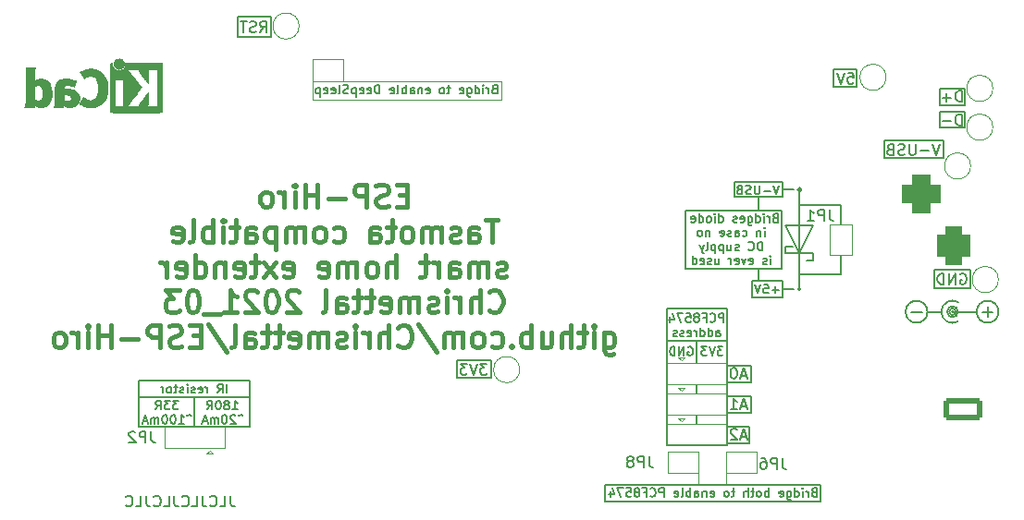
<source format=gbr>
%TF.GenerationSoftware,KiCad,Pcbnew,(5.99.0-9568-gb9d26a55f2)*%
%TF.CreationDate,2021-03-07T17:32:06+01:00*%
%TF.ProjectId,ESP-Hiro,4553502d-4869-4726-9f2e-6b696361645f,rev?*%
%TF.SameCoordinates,Original*%
%TF.FileFunction,Legend,Bot*%
%TF.FilePolarity,Positive*%
%FSLAX46Y46*%
G04 Gerber Fmt 4.6, Leading zero omitted, Abs format (unit mm)*
G04 Created by KiCad (PCBNEW (5.99.0-9568-gb9d26a55f2)) date 2021-03-07 17:32:06*
%MOMM*%
%LPD*%
G01*
G04 APERTURE LIST*
G04 Aperture macros list*
%AMRoundRect*
0 Rectangle with rounded corners*
0 $1 Rounding radius*
0 $2 $3 $4 $5 $6 $7 $8 $9 X,Y pos of 4 corners*
0 Add a 4 corners polygon primitive as box body*
4,1,4,$2,$3,$4,$5,$6,$7,$8,$9,$2,$3,0*
0 Add four circle primitives for the rounded corners*
1,1,$1+$1,$2,$3*
1,1,$1+$1,$4,$5*
1,1,$1+$1,$6,$7*
1,1,$1+$1,$8,$9*
0 Add four rect primitives between the rounded corners*
20,1,$1+$1,$2,$3,$4,$5,0*
20,1,$1+$1,$4,$5,$6,$7,0*
20,1,$1+$1,$6,$7,$8,$9,0*
20,1,$1+$1,$8,$9,$2,$3,0*%
%AMFreePoly0*
4,1,6,1.000000,0.000000,0.500000,-0.750000,-0.500000,-0.750000,-0.500000,0.750000,0.500000,0.750000,1.000000,0.000000,1.000000,0.000000,$1*%
%AMFreePoly1*
4,1,6,0.500000,-0.750000,-0.650000,-0.750000,-0.150000,0.000000,-0.650000,0.750000,0.500000,0.750000,0.500000,-0.750000,0.500000,-0.750000,$1*%
G04 Aperture macros list end*
%ADD10C,0.400000*%
%ADD11C,0.200000*%
%ADD12C,0.150000*%
%ADD13C,0.120000*%
%ADD14C,0.010000*%
%ADD15O,1.600000X1.600000*%
%ADD16C,1.600000*%
%ADD17O,1.700000X1.700000*%
%ADD18R,1.700000X1.700000*%
%ADD19O,3.600000X2.080000*%
%ADD20RoundRect,0.249999X-1.550001X0.790001X-1.550001X-0.790001X1.550001X-0.790001X1.550001X0.790001X0*%
%ADD21RoundRect,0.249999X1.550001X-0.790001X1.550001X0.790001X-1.550001X0.790001X-1.550001X-0.790001X0*%
%ADD22C,0.650000*%
%ADD23C,5.700000*%
%ADD24R,3.500000X3.500000*%
%ADD25RoundRect,0.750000X0.750000X1.000000X-0.750000X1.000000X-0.750000X-1.000000X0.750000X-1.000000X0*%
%ADD26RoundRect,0.875000X0.875000X0.875000X-0.875000X0.875000X-0.875000X-0.875000X0.875000X-0.875000X0*%
%ADD27FreePoly0,180.000000*%
%ADD28FreePoly1,180.000000*%
%ADD29FreePoly0,270.000000*%
%ADD30FreePoly1,270.000000*%
%ADD31R,1.500000X1.500000*%
%ADD32FreePoly0,0.000000*%
%ADD33C,2.000000*%
%ADD34FreePoly1,0.000000*%
G04 APERTURE END LIST*
D10*
X144666666Y-100417142D02*
X144000000Y-100417142D01*
X143714285Y-101464761D02*
X144666666Y-101464761D01*
X144666666Y-99464761D01*
X143714285Y-99464761D01*
X142952380Y-101369523D02*
X142666666Y-101464761D01*
X142190476Y-101464761D01*
X142000000Y-101369523D01*
X141904761Y-101274285D01*
X141809523Y-101083809D01*
X141809523Y-100893333D01*
X141904761Y-100702857D01*
X142000000Y-100607619D01*
X142190476Y-100512380D01*
X142571428Y-100417142D01*
X142761904Y-100321904D01*
X142857142Y-100226666D01*
X142952380Y-100036190D01*
X142952380Y-99845714D01*
X142857142Y-99655238D01*
X142761904Y-99560000D01*
X142571428Y-99464761D01*
X142095238Y-99464761D01*
X141809523Y-99560000D01*
X140952380Y-101464761D02*
X140952380Y-99464761D01*
X140190476Y-99464761D01*
X140000000Y-99560000D01*
X139904761Y-99655238D01*
X139809523Y-99845714D01*
X139809523Y-100131428D01*
X139904761Y-100321904D01*
X140000000Y-100417142D01*
X140190476Y-100512380D01*
X140952380Y-100512380D01*
X138952380Y-100702857D02*
X137428571Y-100702857D01*
X136476190Y-101464761D02*
X136476190Y-99464761D01*
X136476190Y-100417142D02*
X135333333Y-100417142D01*
X135333333Y-101464761D02*
X135333333Y-99464761D01*
X134380952Y-101464761D02*
X134380952Y-100131428D01*
X134380952Y-99464761D02*
X134476190Y-99560000D01*
X134380952Y-99655238D01*
X134285714Y-99560000D01*
X134380952Y-99464761D01*
X134380952Y-99655238D01*
X133428571Y-101464761D02*
X133428571Y-100131428D01*
X133428571Y-100512380D02*
X133333333Y-100321904D01*
X133238095Y-100226666D01*
X133047619Y-100131428D01*
X132857142Y-100131428D01*
X131904761Y-101464761D02*
X132095238Y-101369523D01*
X132190476Y-101274285D01*
X132285714Y-101083809D01*
X132285714Y-100512380D01*
X132190476Y-100321904D01*
X132095238Y-100226666D01*
X131904761Y-100131428D01*
X131619047Y-100131428D01*
X131428571Y-100226666D01*
X131333333Y-100321904D01*
X131238095Y-100512380D01*
X131238095Y-101083809D01*
X131333333Y-101274285D01*
X131428571Y-101369523D01*
X131619047Y-101464761D01*
X131904761Y-101464761D01*
X153000000Y-102684761D02*
X151857142Y-102684761D01*
X152428571Y-104684761D02*
X152428571Y-102684761D01*
X150333333Y-104684761D02*
X150333333Y-103637142D01*
X150428571Y-103446666D01*
X150619047Y-103351428D01*
X151000000Y-103351428D01*
X151190476Y-103446666D01*
X150333333Y-104589523D02*
X150523809Y-104684761D01*
X151000000Y-104684761D01*
X151190476Y-104589523D01*
X151285714Y-104399047D01*
X151285714Y-104208571D01*
X151190476Y-104018095D01*
X151000000Y-103922857D01*
X150523809Y-103922857D01*
X150333333Y-103827619D01*
X149476190Y-104589523D02*
X149285714Y-104684761D01*
X148904761Y-104684761D01*
X148714285Y-104589523D01*
X148619047Y-104399047D01*
X148619047Y-104303809D01*
X148714285Y-104113333D01*
X148904761Y-104018095D01*
X149190476Y-104018095D01*
X149380952Y-103922857D01*
X149476190Y-103732380D01*
X149476190Y-103637142D01*
X149380952Y-103446666D01*
X149190476Y-103351428D01*
X148904761Y-103351428D01*
X148714285Y-103446666D01*
X147761904Y-104684761D02*
X147761904Y-103351428D01*
X147761904Y-103541904D02*
X147666666Y-103446666D01*
X147476190Y-103351428D01*
X147190476Y-103351428D01*
X147000000Y-103446666D01*
X146904761Y-103637142D01*
X146904761Y-104684761D01*
X146904761Y-103637142D02*
X146809523Y-103446666D01*
X146619047Y-103351428D01*
X146333333Y-103351428D01*
X146142857Y-103446666D01*
X146047619Y-103637142D01*
X146047619Y-104684761D01*
X144809523Y-104684761D02*
X145000000Y-104589523D01*
X145095238Y-104494285D01*
X145190476Y-104303809D01*
X145190476Y-103732380D01*
X145095238Y-103541904D01*
X145000000Y-103446666D01*
X144809523Y-103351428D01*
X144523809Y-103351428D01*
X144333333Y-103446666D01*
X144238095Y-103541904D01*
X144142857Y-103732380D01*
X144142857Y-104303809D01*
X144238095Y-104494285D01*
X144333333Y-104589523D01*
X144523809Y-104684761D01*
X144809523Y-104684761D01*
X143571428Y-103351428D02*
X142809523Y-103351428D01*
X143285714Y-102684761D02*
X143285714Y-104399047D01*
X143190476Y-104589523D01*
X143000000Y-104684761D01*
X142809523Y-104684761D01*
X141285714Y-104684761D02*
X141285714Y-103637142D01*
X141380952Y-103446666D01*
X141571428Y-103351428D01*
X141952380Y-103351428D01*
X142142857Y-103446666D01*
X141285714Y-104589523D02*
X141476190Y-104684761D01*
X141952380Y-104684761D01*
X142142857Y-104589523D01*
X142238095Y-104399047D01*
X142238095Y-104208571D01*
X142142857Y-104018095D01*
X141952380Y-103922857D01*
X141476190Y-103922857D01*
X141285714Y-103827619D01*
X137952380Y-104589523D02*
X138142857Y-104684761D01*
X138523809Y-104684761D01*
X138714285Y-104589523D01*
X138809523Y-104494285D01*
X138904761Y-104303809D01*
X138904761Y-103732380D01*
X138809523Y-103541904D01*
X138714285Y-103446666D01*
X138523809Y-103351428D01*
X138142857Y-103351428D01*
X137952380Y-103446666D01*
X136809523Y-104684761D02*
X137000000Y-104589523D01*
X137095238Y-104494285D01*
X137190476Y-104303809D01*
X137190476Y-103732380D01*
X137095238Y-103541904D01*
X137000000Y-103446666D01*
X136809523Y-103351428D01*
X136523809Y-103351428D01*
X136333333Y-103446666D01*
X136238095Y-103541904D01*
X136142857Y-103732380D01*
X136142857Y-104303809D01*
X136238095Y-104494285D01*
X136333333Y-104589523D01*
X136523809Y-104684761D01*
X136809523Y-104684761D01*
X135285714Y-104684761D02*
X135285714Y-103351428D01*
X135285714Y-103541904D02*
X135190476Y-103446666D01*
X135000000Y-103351428D01*
X134714285Y-103351428D01*
X134523809Y-103446666D01*
X134428571Y-103637142D01*
X134428571Y-104684761D01*
X134428571Y-103637142D02*
X134333333Y-103446666D01*
X134142857Y-103351428D01*
X133857142Y-103351428D01*
X133666666Y-103446666D01*
X133571428Y-103637142D01*
X133571428Y-104684761D01*
X132619047Y-103351428D02*
X132619047Y-105351428D01*
X132619047Y-103446666D02*
X132428571Y-103351428D01*
X132047619Y-103351428D01*
X131857142Y-103446666D01*
X131761904Y-103541904D01*
X131666666Y-103732380D01*
X131666666Y-104303809D01*
X131761904Y-104494285D01*
X131857142Y-104589523D01*
X132047619Y-104684761D01*
X132428571Y-104684761D01*
X132619047Y-104589523D01*
X129952380Y-104684761D02*
X129952380Y-103637142D01*
X130047619Y-103446666D01*
X130238095Y-103351428D01*
X130619047Y-103351428D01*
X130809523Y-103446666D01*
X129952380Y-104589523D02*
X130142857Y-104684761D01*
X130619047Y-104684761D01*
X130809523Y-104589523D01*
X130904761Y-104399047D01*
X130904761Y-104208571D01*
X130809523Y-104018095D01*
X130619047Y-103922857D01*
X130142857Y-103922857D01*
X129952380Y-103827619D01*
X129285714Y-103351428D02*
X128523809Y-103351428D01*
X129000000Y-102684761D02*
X129000000Y-104399047D01*
X128904761Y-104589523D01*
X128714285Y-104684761D01*
X128523809Y-104684761D01*
X127857142Y-104684761D02*
X127857142Y-103351428D01*
X127857142Y-102684761D02*
X127952380Y-102780000D01*
X127857142Y-102875238D01*
X127761904Y-102780000D01*
X127857142Y-102684761D01*
X127857142Y-102875238D01*
X126904761Y-104684761D02*
X126904761Y-102684761D01*
X126904761Y-103446666D02*
X126714285Y-103351428D01*
X126333333Y-103351428D01*
X126142857Y-103446666D01*
X126047619Y-103541904D01*
X125952380Y-103732380D01*
X125952380Y-104303809D01*
X126047619Y-104494285D01*
X126142857Y-104589523D01*
X126333333Y-104684761D01*
X126714285Y-104684761D01*
X126904761Y-104589523D01*
X124809523Y-104684761D02*
X125000000Y-104589523D01*
X125095238Y-104399047D01*
X125095238Y-102684761D01*
X123285714Y-104589523D02*
X123476190Y-104684761D01*
X123857142Y-104684761D01*
X124047619Y-104589523D01*
X124142857Y-104399047D01*
X124142857Y-103637142D01*
X124047619Y-103446666D01*
X123857142Y-103351428D01*
X123476190Y-103351428D01*
X123285714Y-103446666D01*
X123190476Y-103637142D01*
X123190476Y-103827619D01*
X124142857Y-104018095D01*
X153761904Y-107809523D02*
X153571428Y-107904761D01*
X153190476Y-107904761D01*
X153000000Y-107809523D01*
X152904761Y-107619047D01*
X152904761Y-107523809D01*
X153000000Y-107333333D01*
X153190476Y-107238095D01*
X153476190Y-107238095D01*
X153666666Y-107142857D01*
X153761904Y-106952380D01*
X153761904Y-106857142D01*
X153666666Y-106666666D01*
X153476190Y-106571428D01*
X153190476Y-106571428D01*
X153000000Y-106666666D01*
X152047619Y-107904761D02*
X152047619Y-106571428D01*
X152047619Y-106761904D02*
X151952380Y-106666666D01*
X151761904Y-106571428D01*
X151476190Y-106571428D01*
X151285714Y-106666666D01*
X151190476Y-106857142D01*
X151190476Y-107904761D01*
X151190476Y-106857142D02*
X151095238Y-106666666D01*
X150904761Y-106571428D01*
X150619047Y-106571428D01*
X150428571Y-106666666D01*
X150333333Y-106857142D01*
X150333333Y-107904761D01*
X148523809Y-107904761D02*
X148523809Y-106857142D01*
X148619047Y-106666666D01*
X148809523Y-106571428D01*
X149190476Y-106571428D01*
X149380952Y-106666666D01*
X148523809Y-107809523D02*
X148714285Y-107904761D01*
X149190476Y-107904761D01*
X149380952Y-107809523D01*
X149476190Y-107619047D01*
X149476190Y-107428571D01*
X149380952Y-107238095D01*
X149190476Y-107142857D01*
X148714285Y-107142857D01*
X148523809Y-107047619D01*
X147571428Y-107904761D02*
X147571428Y-106571428D01*
X147571428Y-106952380D02*
X147476190Y-106761904D01*
X147380952Y-106666666D01*
X147190476Y-106571428D01*
X147000000Y-106571428D01*
X146619047Y-106571428D02*
X145857142Y-106571428D01*
X146333333Y-105904761D02*
X146333333Y-107619047D01*
X146238095Y-107809523D01*
X146047619Y-107904761D01*
X145857142Y-107904761D01*
X143666666Y-107904761D02*
X143666666Y-105904761D01*
X142809523Y-107904761D02*
X142809523Y-106857142D01*
X142904761Y-106666666D01*
X143095238Y-106571428D01*
X143380952Y-106571428D01*
X143571428Y-106666666D01*
X143666666Y-106761904D01*
X141571428Y-107904761D02*
X141761904Y-107809523D01*
X141857142Y-107714285D01*
X141952380Y-107523809D01*
X141952380Y-106952380D01*
X141857142Y-106761904D01*
X141761904Y-106666666D01*
X141571428Y-106571428D01*
X141285714Y-106571428D01*
X141095238Y-106666666D01*
X141000000Y-106761904D01*
X140904761Y-106952380D01*
X140904761Y-107523809D01*
X141000000Y-107714285D01*
X141095238Y-107809523D01*
X141285714Y-107904761D01*
X141571428Y-107904761D01*
X140047619Y-107904761D02*
X140047619Y-106571428D01*
X140047619Y-106761904D02*
X139952380Y-106666666D01*
X139761904Y-106571428D01*
X139476190Y-106571428D01*
X139285714Y-106666666D01*
X139190476Y-106857142D01*
X139190476Y-107904761D01*
X139190476Y-106857142D02*
X139095238Y-106666666D01*
X138904761Y-106571428D01*
X138619047Y-106571428D01*
X138428571Y-106666666D01*
X138333333Y-106857142D01*
X138333333Y-107904761D01*
X136619047Y-107809523D02*
X136809523Y-107904761D01*
X137190476Y-107904761D01*
X137380952Y-107809523D01*
X137476190Y-107619047D01*
X137476190Y-106857142D01*
X137380952Y-106666666D01*
X137190476Y-106571428D01*
X136809523Y-106571428D01*
X136619047Y-106666666D01*
X136523809Y-106857142D01*
X136523809Y-107047619D01*
X137476190Y-107238095D01*
X133380952Y-107809523D02*
X133571428Y-107904761D01*
X133952380Y-107904761D01*
X134142857Y-107809523D01*
X134238095Y-107619047D01*
X134238095Y-106857142D01*
X134142857Y-106666666D01*
X133952380Y-106571428D01*
X133571428Y-106571428D01*
X133380952Y-106666666D01*
X133285714Y-106857142D01*
X133285714Y-107047619D01*
X134238095Y-107238095D01*
X132619047Y-107904761D02*
X131571428Y-106571428D01*
X132619047Y-106571428D02*
X131571428Y-107904761D01*
X131095238Y-106571428D02*
X130333333Y-106571428D01*
X130809523Y-105904761D02*
X130809523Y-107619047D01*
X130714285Y-107809523D01*
X130523809Y-107904761D01*
X130333333Y-107904761D01*
X128904761Y-107809523D02*
X129095238Y-107904761D01*
X129476190Y-107904761D01*
X129666666Y-107809523D01*
X129761904Y-107619047D01*
X129761904Y-106857142D01*
X129666666Y-106666666D01*
X129476190Y-106571428D01*
X129095238Y-106571428D01*
X128904761Y-106666666D01*
X128809523Y-106857142D01*
X128809523Y-107047619D01*
X129761904Y-107238095D01*
X127952380Y-106571428D02*
X127952380Y-107904761D01*
X127952380Y-106761904D02*
X127857142Y-106666666D01*
X127666666Y-106571428D01*
X127380952Y-106571428D01*
X127190476Y-106666666D01*
X127095238Y-106857142D01*
X127095238Y-107904761D01*
X125285714Y-107904761D02*
X125285714Y-105904761D01*
X125285714Y-107809523D02*
X125476190Y-107904761D01*
X125857142Y-107904761D01*
X126047619Y-107809523D01*
X126142857Y-107714285D01*
X126238095Y-107523809D01*
X126238095Y-106952380D01*
X126142857Y-106761904D01*
X126047619Y-106666666D01*
X125857142Y-106571428D01*
X125476190Y-106571428D01*
X125285714Y-106666666D01*
X123571428Y-107809523D02*
X123761904Y-107904761D01*
X124142857Y-107904761D01*
X124333333Y-107809523D01*
X124428571Y-107619047D01*
X124428571Y-106857142D01*
X124333333Y-106666666D01*
X124142857Y-106571428D01*
X123761904Y-106571428D01*
X123571428Y-106666666D01*
X123476190Y-106857142D01*
X123476190Y-107047619D01*
X124428571Y-107238095D01*
X122619047Y-107904761D02*
X122619047Y-106571428D01*
X122619047Y-106952380D02*
X122523809Y-106761904D01*
X122428571Y-106666666D01*
X122238095Y-106571428D01*
X122047619Y-106571428D01*
X152190476Y-110934285D02*
X152285714Y-111029523D01*
X152571428Y-111124761D01*
X152761904Y-111124761D01*
X153047619Y-111029523D01*
X153238095Y-110839047D01*
X153333333Y-110648571D01*
X153428571Y-110267619D01*
X153428571Y-109981904D01*
X153333333Y-109600952D01*
X153238095Y-109410476D01*
X153047619Y-109220000D01*
X152761904Y-109124761D01*
X152571428Y-109124761D01*
X152285714Y-109220000D01*
X152190476Y-109315238D01*
X151333333Y-111124761D02*
X151333333Y-109124761D01*
X150476190Y-111124761D02*
X150476190Y-110077142D01*
X150571428Y-109886666D01*
X150761904Y-109791428D01*
X151047619Y-109791428D01*
X151238095Y-109886666D01*
X151333333Y-109981904D01*
X149523809Y-111124761D02*
X149523809Y-109791428D01*
X149523809Y-110172380D02*
X149428571Y-109981904D01*
X149333333Y-109886666D01*
X149142857Y-109791428D01*
X148952380Y-109791428D01*
X148285714Y-111124761D02*
X148285714Y-109791428D01*
X148285714Y-109124761D02*
X148380952Y-109220000D01*
X148285714Y-109315238D01*
X148190476Y-109220000D01*
X148285714Y-109124761D01*
X148285714Y-109315238D01*
X147428571Y-111029523D02*
X147238095Y-111124761D01*
X146857142Y-111124761D01*
X146666666Y-111029523D01*
X146571428Y-110839047D01*
X146571428Y-110743809D01*
X146666666Y-110553333D01*
X146857142Y-110458095D01*
X147142857Y-110458095D01*
X147333333Y-110362857D01*
X147428571Y-110172380D01*
X147428571Y-110077142D01*
X147333333Y-109886666D01*
X147142857Y-109791428D01*
X146857142Y-109791428D01*
X146666666Y-109886666D01*
X145714285Y-111124761D02*
X145714285Y-109791428D01*
X145714285Y-109981904D02*
X145619047Y-109886666D01*
X145428571Y-109791428D01*
X145142857Y-109791428D01*
X144952380Y-109886666D01*
X144857142Y-110077142D01*
X144857142Y-111124761D01*
X144857142Y-110077142D02*
X144761904Y-109886666D01*
X144571428Y-109791428D01*
X144285714Y-109791428D01*
X144095238Y-109886666D01*
X144000000Y-110077142D01*
X144000000Y-111124761D01*
X142285714Y-111029523D02*
X142476190Y-111124761D01*
X142857142Y-111124761D01*
X143047619Y-111029523D01*
X143142857Y-110839047D01*
X143142857Y-110077142D01*
X143047619Y-109886666D01*
X142857142Y-109791428D01*
X142476190Y-109791428D01*
X142285714Y-109886666D01*
X142190476Y-110077142D01*
X142190476Y-110267619D01*
X143142857Y-110458095D01*
X141619047Y-109791428D02*
X140857142Y-109791428D01*
X141333333Y-109124761D02*
X141333333Y-110839047D01*
X141238095Y-111029523D01*
X141047619Y-111124761D01*
X140857142Y-111124761D01*
X140476190Y-109791428D02*
X139714285Y-109791428D01*
X140190476Y-109124761D02*
X140190476Y-110839047D01*
X140095238Y-111029523D01*
X139904761Y-111124761D01*
X139714285Y-111124761D01*
X138190476Y-111124761D02*
X138190476Y-110077142D01*
X138285714Y-109886666D01*
X138476190Y-109791428D01*
X138857142Y-109791428D01*
X139047619Y-109886666D01*
X138190476Y-111029523D02*
X138380952Y-111124761D01*
X138857142Y-111124761D01*
X139047619Y-111029523D01*
X139142857Y-110839047D01*
X139142857Y-110648571D01*
X139047619Y-110458095D01*
X138857142Y-110362857D01*
X138380952Y-110362857D01*
X138190476Y-110267619D01*
X136952380Y-111124761D02*
X137142857Y-111029523D01*
X137238095Y-110839047D01*
X137238095Y-109124761D01*
X134761904Y-109315238D02*
X134666666Y-109220000D01*
X134476190Y-109124761D01*
X134000000Y-109124761D01*
X133809523Y-109220000D01*
X133714285Y-109315238D01*
X133619047Y-109505714D01*
X133619047Y-109696190D01*
X133714285Y-109981904D01*
X134857142Y-111124761D01*
X133619047Y-111124761D01*
X132380952Y-109124761D02*
X132190476Y-109124761D01*
X132000000Y-109220000D01*
X131904761Y-109315238D01*
X131809523Y-109505714D01*
X131714285Y-109886666D01*
X131714285Y-110362857D01*
X131809523Y-110743809D01*
X131904761Y-110934285D01*
X132000000Y-111029523D01*
X132190476Y-111124761D01*
X132380952Y-111124761D01*
X132571428Y-111029523D01*
X132666666Y-110934285D01*
X132761904Y-110743809D01*
X132857142Y-110362857D01*
X132857142Y-109886666D01*
X132761904Y-109505714D01*
X132666666Y-109315238D01*
X132571428Y-109220000D01*
X132380952Y-109124761D01*
X130952380Y-109315238D02*
X130857142Y-109220000D01*
X130666666Y-109124761D01*
X130190476Y-109124761D01*
X130000000Y-109220000D01*
X129904761Y-109315238D01*
X129809523Y-109505714D01*
X129809523Y-109696190D01*
X129904761Y-109981904D01*
X131047619Y-111124761D01*
X129809523Y-111124761D01*
X127904761Y-111124761D02*
X129047619Y-111124761D01*
X128476190Y-111124761D02*
X128476190Y-109124761D01*
X128666666Y-109410476D01*
X128857142Y-109600952D01*
X129047619Y-109696190D01*
X127523809Y-111315238D02*
X126000000Y-111315238D01*
X125142857Y-109124761D02*
X124952380Y-109124761D01*
X124761904Y-109220000D01*
X124666666Y-109315238D01*
X124571428Y-109505714D01*
X124476190Y-109886666D01*
X124476190Y-110362857D01*
X124571428Y-110743809D01*
X124666666Y-110934285D01*
X124761904Y-111029523D01*
X124952380Y-111124761D01*
X125142857Y-111124761D01*
X125333333Y-111029523D01*
X125428571Y-110934285D01*
X125523809Y-110743809D01*
X125619047Y-110362857D01*
X125619047Y-109886666D01*
X125523809Y-109505714D01*
X125428571Y-109315238D01*
X125333333Y-109220000D01*
X125142857Y-109124761D01*
X123809523Y-109124761D02*
X122571428Y-109124761D01*
X123238095Y-109886666D01*
X122952380Y-109886666D01*
X122761904Y-109981904D01*
X122666666Y-110077142D01*
X122571428Y-110267619D01*
X122571428Y-110743809D01*
X122666666Y-110934285D01*
X122761904Y-111029523D01*
X122952380Y-111124761D01*
X123523809Y-111124761D01*
X123714285Y-111029523D01*
X123809523Y-110934285D01*
X162714285Y-113011428D02*
X162714285Y-114630476D01*
X162809523Y-114820952D01*
X162904761Y-114916190D01*
X163095238Y-115011428D01*
X163380952Y-115011428D01*
X163571428Y-114916190D01*
X162714285Y-114249523D02*
X162904761Y-114344761D01*
X163285714Y-114344761D01*
X163476190Y-114249523D01*
X163571428Y-114154285D01*
X163666666Y-113963809D01*
X163666666Y-113392380D01*
X163571428Y-113201904D01*
X163476190Y-113106666D01*
X163285714Y-113011428D01*
X162904761Y-113011428D01*
X162714285Y-113106666D01*
X161761904Y-114344761D02*
X161761904Y-113011428D01*
X161761904Y-112344761D02*
X161857142Y-112440000D01*
X161761904Y-112535238D01*
X161666666Y-112440000D01*
X161761904Y-112344761D01*
X161761904Y-112535238D01*
X161095238Y-113011428D02*
X160333333Y-113011428D01*
X160809523Y-112344761D02*
X160809523Y-114059047D01*
X160714285Y-114249523D01*
X160523809Y-114344761D01*
X160333333Y-114344761D01*
X159666666Y-114344761D02*
X159666666Y-112344761D01*
X158809523Y-114344761D02*
X158809523Y-113297142D01*
X158904761Y-113106666D01*
X159095238Y-113011428D01*
X159380952Y-113011428D01*
X159571428Y-113106666D01*
X159666666Y-113201904D01*
X157000000Y-113011428D02*
X157000000Y-114344761D01*
X157857142Y-113011428D02*
X157857142Y-114059047D01*
X157761904Y-114249523D01*
X157571428Y-114344761D01*
X157285714Y-114344761D01*
X157095238Y-114249523D01*
X157000000Y-114154285D01*
X156047619Y-114344761D02*
X156047619Y-112344761D01*
X156047619Y-113106666D02*
X155857142Y-113011428D01*
X155476190Y-113011428D01*
X155285714Y-113106666D01*
X155190476Y-113201904D01*
X155095238Y-113392380D01*
X155095238Y-113963809D01*
X155190476Y-114154285D01*
X155285714Y-114249523D01*
X155476190Y-114344761D01*
X155857142Y-114344761D01*
X156047619Y-114249523D01*
X154238095Y-114154285D02*
X154142857Y-114249523D01*
X154238095Y-114344761D01*
X154333333Y-114249523D01*
X154238095Y-114154285D01*
X154238095Y-114344761D01*
X152428571Y-114249523D02*
X152619047Y-114344761D01*
X153000000Y-114344761D01*
X153190476Y-114249523D01*
X153285714Y-114154285D01*
X153380952Y-113963809D01*
X153380952Y-113392380D01*
X153285714Y-113201904D01*
X153190476Y-113106666D01*
X153000000Y-113011428D01*
X152619047Y-113011428D01*
X152428571Y-113106666D01*
X151285714Y-114344761D02*
X151476190Y-114249523D01*
X151571428Y-114154285D01*
X151666666Y-113963809D01*
X151666666Y-113392380D01*
X151571428Y-113201904D01*
X151476190Y-113106666D01*
X151285714Y-113011428D01*
X151000000Y-113011428D01*
X150809523Y-113106666D01*
X150714285Y-113201904D01*
X150619047Y-113392380D01*
X150619047Y-113963809D01*
X150714285Y-114154285D01*
X150809523Y-114249523D01*
X151000000Y-114344761D01*
X151285714Y-114344761D01*
X149761904Y-114344761D02*
X149761904Y-113011428D01*
X149761904Y-113201904D02*
X149666666Y-113106666D01*
X149476190Y-113011428D01*
X149190476Y-113011428D01*
X149000000Y-113106666D01*
X148904761Y-113297142D01*
X148904761Y-114344761D01*
X148904761Y-113297142D02*
X148809523Y-113106666D01*
X148619047Y-113011428D01*
X148333333Y-113011428D01*
X148142857Y-113106666D01*
X148047619Y-113297142D01*
X148047619Y-114344761D01*
X145666666Y-112249523D02*
X147380952Y-114820952D01*
X143857142Y-114154285D02*
X143952380Y-114249523D01*
X144238095Y-114344761D01*
X144428571Y-114344761D01*
X144714285Y-114249523D01*
X144904761Y-114059047D01*
X145000000Y-113868571D01*
X145095238Y-113487619D01*
X145095238Y-113201904D01*
X145000000Y-112820952D01*
X144904761Y-112630476D01*
X144714285Y-112440000D01*
X144428571Y-112344761D01*
X144238095Y-112344761D01*
X143952380Y-112440000D01*
X143857142Y-112535238D01*
X143000000Y-114344761D02*
X143000000Y-112344761D01*
X142142857Y-114344761D02*
X142142857Y-113297142D01*
X142238095Y-113106666D01*
X142428571Y-113011428D01*
X142714285Y-113011428D01*
X142904761Y-113106666D01*
X143000000Y-113201904D01*
X141190476Y-114344761D02*
X141190476Y-113011428D01*
X141190476Y-113392380D02*
X141095238Y-113201904D01*
X141000000Y-113106666D01*
X140809523Y-113011428D01*
X140619047Y-113011428D01*
X139952380Y-114344761D02*
X139952380Y-113011428D01*
X139952380Y-112344761D02*
X140047619Y-112440000D01*
X139952380Y-112535238D01*
X139857142Y-112440000D01*
X139952380Y-112344761D01*
X139952380Y-112535238D01*
X139095238Y-114249523D02*
X138904761Y-114344761D01*
X138523809Y-114344761D01*
X138333333Y-114249523D01*
X138238095Y-114059047D01*
X138238095Y-113963809D01*
X138333333Y-113773333D01*
X138523809Y-113678095D01*
X138809523Y-113678095D01*
X139000000Y-113582857D01*
X139095238Y-113392380D01*
X139095238Y-113297142D01*
X139000000Y-113106666D01*
X138809523Y-113011428D01*
X138523809Y-113011428D01*
X138333333Y-113106666D01*
X137380952Y-114344761D02*
X137380952Y-113011428D01*
X137380952Y-113201904D02*
X137285714Y-113106666D01*
X137095238Y-113011428D01*
X136809523Y-113011428D01*
X136619047Y-113106666D01*
X136523809Y-113297142D01*
X136523809Y-114344761D01*
X136523809Y-113297142D02*
X136428571Y-113106666D01*
X136238095Y-113011428D01*
X135952380Y-113011428D01*
X135761904Y-113106666D01*
X135666666Y-113297142D01*
X135666666Y-114344761D01*
X133952380Y-114249523D02*
X134142857Y-114344761D01*
X134523809Y-114344761D01*
X134714285Y-114249523D01*
X134809523Y-114059047D01*
X134809523Y-113297142D01*
X134714285Y-113106666D01*
X134523809Y-113011428D01*
X134142857Y-113011428D01*
X133952380Y-113106666D01*
X133857142Y-113297142D01*
X133857142Y-113487619D01*
X134809523Y-113678095D01*
X133285714Y-113011428D02*
X132523809Y-113011428D01*
X133000000Y-112344761D02*
X133000000Y-114059047D01*
X132904761Y-114249523D01*
X132714285Y-114344761D01*
X132523809Y-114344761D01*
X132142857Y-113011428D02*
X131380952Y-113011428D01*
X131857142Y-112344761D02*
X131857142Y-114059047D01*
X131761904Y-114249523D01*
X131571428Y-114344761D01*
X131380952Y-114344761D01*
X129857142Y-114344761D02*
X129857142Y-113297142D01*
X129952380Y-113106666D01*
X130142857Y-113011428D01*
X130523809Y-113011428D01*
X130714285Y-113106666D01*
X129857142Y-114249523D02*
X130047619Y-114344761D01*
X130523809Y-114344761D01*
X130714285Y-114249523D01*
X130809523Y-114059047D01*
X130809523Y-113868571D01*
X130714285Y-113678095D01*
X130523809Y-113582857D01*
X130047619Y-113582857D01*
X129857142Y-113487619D01*
X128619047Y-114344761D02*
X128809523Y-114249523D01*
X128904761Y-114059047D01*
X128904761Y-112344761D01*
X126428571Y-112249523D02*
X128142857Y-114820952D01*
X125761904Y-113297142D02*
X125095238Y-113297142D01*
X124809523Y-114344761D02*
X125761904Y-114344761D01*
X125761904Y-112344761D01*
X124809523Y-112344761D01*
X124047619Y-114249523D02*
X123761904Y-114344761D01*
X123285714Y-114344761D01*
X123095238Y-114249523D01*
X123000000Y-114154285D01*
X122904761Y-113963809D01*
X122904761Y-113773333D01*
X123000000Y-113582857D01*
X123095238Y-113487619D01*
X123285714Y-113392380D01*
X123666666Y-113297142D01*
X123857142Y-113201904D01*
X123952380Y-113106666D01*
X124047619Y-112916190D01*
X124047619Y-112725714D01*
X123952380Y-112535238D01*
X123857142Y-112440000D01*
X123666666Y-112344761D01*
X123190476Y-112344761D01*
X122904761Y-112440000D01*
X122047619Y-114344761D02*
X122047619Y-112344761D01*
X121285714Y-112344761D01*
X121095238Y-112440000D01*
X121000000Y-112535238D01*
X120904761Y-112725714D01*
X120904761Y-113011428D01*
X121000000Y-113201904D01*
X121095238Y-113297142D01*
X121285714Y-113392380D01*
X122047619Y-113392380D01*
X120047619Y-113582857D02*
X118523809Y-113582857D01*
X117571428Y-114344761D02*
X117571428Y-112344761D01*
X117571428Y-113297142D02*
X116428571Y-113297142D01*
X116428571Y-114344761D02*
X116428571Y-112344761D01*
X115476190Y-114344761D02*
X115476190Y-113011428D01*
X115476190Y-112344761D02*
X115571428Y-112440000D01*
X115476190Y-112535238D01*
X115380952Y-112440000D01*
X115476190Y-112344761D01*
X115476190Y-112535238D01*
X114523809Y-114344761D02*
X114523809Y-113011428D01*
X114523809Y-113392380D02*
X114428571Y-113201904D01*
X114333333Y-113106666D01*
X114142857Y-113011428D01*
X113952380Y-113011428D01*
X113000000Y-114344761D02*
X113190476Y-114249523D01*
X113285714Y-114154285D01*
X113380952Y-113963809D01*
X113380952Y-113392380D01*
X113285714Y-113201904D01*
X113190476Y-113106666D01*
X113000000Y-113011428D01*
X112714285Y-113011428D01*
X112523809Y-113106666D01*
X112428571Y-113201904D01*
X112333333Y-113392380D01*
X112333333Y-113963809D01*
X112428571Y-114154285D01*
X112523809Y-114249523D01*
X112714285Y-114344761D01*
X113000000Y-114344761D01*
D11*
X128500000Y-127952380D02*
X128500000Y-128666666D01*
X128547619Y-128809523D01*
X128642857Y-128904761D01*
X128785714Y-128952380D01*
X128880952Y-128952380D01*
X127547619Y-128952380D02*
X128023809Y-128952380D01*
X128023809Y-127952380D01*
X126642857Y-128857142D02*
X126690476Y-128904761D01*
X126833333Y-128952380D01*
X126928571Y-128952380D01*
X127071428Y-128904761D01*
X127166666Y-128809523D01*
X127214285Y-128714285D01*
X127261904Y-128523809D01*
X127261904Y-128380952D01*
X127214285Y-128190476D01*
X127166666Y-128095238D01*
X127071428Y-128000000D01*
X126928571Y-127952380D01*
X126833333Y-127952380D01*
X126690476Y-128000000D01*
X126642857Y-128047619D01*
X125928571Y-127952380D02*
X125928571Y-128666666D01*
X125976190Y-128809523D01*
X126071428Y-128904761D01*
X126214285Y-128952380D01*
X126309523Y-128952380D01*
X124976190Y-128952380D02*
X125452380Y-128952380D01*
X125452380Y-127952380D01*
X124071428Y-128857142D02*
X124119047Y-128904761D01*
X124261904Y-128952380D01*
X124357142Y-128952380D01*
X124500000Y-128904761D01*
X124595238Y-128809523D01*
X124642857Y-128714285D01*
X124690476Y-128523809D01*
X124690476Y-128380952D01*
X124642857Y-128190476D01*
X124595238Y-128095238D01*
X124500000Y-128000000D01*
X124357142Y-127952380D01*
X124261904Y-127952380D01*
X124119047Y-128000000D01*
X124071428Y-128047619D01*
X123357142Y-127952380D02*
X123357142Y-128666666D01*
X123404761Y-128809523D01*
X123500000Y-128904761D01*
X123642857Y-128952380D01*
X123738095Y-128952380D01*
X122404761Y-128952380D02*
X122880952Y-128952380D01*
X122880952Y-127952380D01*
X121500000Y-128857142D02*
X121547619Y-128904761D01*
X121690476Y-128952380D01*
X121785714Y-128952380D01*
X121928571Y-128904761D01*
X122023809Y-128809523D01*
X122071428Y-128714285D01*
X122119047Y-128523809D01*
X122119047Y-128380952D01*
X122071428Y-128190476D01*
X122023809Y-128095238D01*
X121928571Y-128000000D01*
X121785714Y-127952380D01*
X121690476Y-127952380D01*
X121547619Y-128000000D01*
X121500000Y-128047619D01*
X120785714Y-127952380D02*
X120785714Y-128666666D01*
X120833333Y-128809523D01*
X120928571Y-128904761D01*
X121071428Y-128952380D01*
X121166666Y-128952380D01*
X119833333Y-128952380D02*
X120309523Y-128952380D01*
X120309523Y-127952380D01*
X118928571Y-128857142D02*
X118976190Y-128904761D01*
X119119047Y-128952380D01*
X119214285Y-128952380D01*
X119357142Y-128904761D01*
X119452380Y-128809523D01*
X119500000Y-128714285D01*
X119547619Y-128523809D01*
X119547619Y-128380952D01*
X119500000Y-128190476D01*
X119452380Y-128095238D01*
X119357142Y-128000000D01*
X119214285Y-127952380D01*
X119119047Y-127952380D01*
X118976190Y-128000000D01*
X118928571Y-128047619D01*
X192300000Y-111100000D02*
X193570778Y-111100000D01*
X196800000Y-111100000D02*
X194600000Y-111100000D01*
X195100000Y-111100000D02*
G75*
G03*
X195100000Y-111100000I-500000J0D01*
G01*
X194600000Y-111100000D02*
G75*
G03*
X194600000Y-111100000I0J0D01*
G01*
X194900000Y-111100000D02*
G75*
G03*
X194900000Y-111100000I-300000J0D01*
G01*
X194700000Y-111100000D02*
G75*
G03*
X194700000Y-111100000I-100000J0D01*
G01*
X195145667Y-110226932D02*
G75*
G03*
X195100000Y-112000000I-545667J-873068D01*
G01*
X197800000Y-111100000D02*
X197800000Y-111600000D01*
X197800000Y-110600000D02*
X197800000Y-111100000D01*
X197800000Y-111100000D02*
X197800000Y-110600000D01*
X197300000Y-111100000D02*
X197800000Y-111100000D01*
X198800000Y-111100000D02*
G75*
G03*
X198800000Y-111100000I-1000000J0D01*
G01*
X197800000Y-111100000D02*
X198300000Y-111100000D01*
X197800000Y-111100000D02*
X197300000Y-111100000D01*
X191300000Y-111100000D02*
X191800000Y-111100000D01*
X190800000Y-111100000D02*
X191300000Y-111100000D01*
X191300000Y-111100000D02*
X190800000Y-111100000D01*
X192300000Y-111100000D02*
G75*
G03*
X192300000Y-111100000I-1000000J0D01*
G01*
D12*
X131216619Y-85484380D02*
X131549952Y-85008190D01*
X131788047Y-85484380D02*
X131788047Y-84484380D01*
X131407095Y-84484380D01*
X131311857Y-84532000D01*
X131264238Y-84579619D01*
X131216619Y-84674857D01*
X131216619Y-84817714D01*
X131264238Y-84912952D01*
X131311857Y-84960571D01*
X131407095Y-85008190D01*
X131788047Y-85008190D01*
X130835666Y-85436761D02*
X130692809Y-85484380D01*
X130454714Y-85484380D01*
X130359476Y-85436761D01*
X130311857Y-85389142D01*
X130264238Y-85293904D01*
X130264238Y-85198666D01*
X130311857Y-85103428D01*
X130359476Y-85055809D01*
X130454714Y-85008190D01*
X130645190Y-84960571D01*
X130740428Y-84912952D01*
X130788047Y-84865333D01*
X130835666Y-84770095D01*
X130835666Y-84674857D01*
X130788047Y-84579619D01*
X130740428Y-84532000D01*
X130645190Y-84484380D01*
X130407095Y-84484380D01*
X130264238Y-84532000D01*
X129978523Y-84484380D02*
X129407095Y-84484380D01*
X129692809Y-85484380D02*
X129692809Y-84484380D01*
D11*
X129145000Y-84016000D02*
X132193000Y-84016000D01*
X132193000Y-84016000D02*
X132193000Y-85921000D01*
X132193000Y-85921000D02*
X129145000Y-85921000D01*
X129145000Y-85921000D02*
X129145000Y-84016000D01*
X152386000Y-115512000D02*
X149211000Y-115512000D01*
X149211000Y-115512000D02*
X149211000Y-117163000D01*
X149211000Y-117163000D02*
X152386000Y-117163000D01*
X152386000Y-117163000D02*
X152386000Y-115512000D01*
X173976000Y-121608000D02*
X176008000Y-121608000D01*
X176008000Y-121608000D02*
X176008000Y-123132000D01*
X176008000Y-123132000D02*
X173976000Y-123132000D01*
X173976000Y-123132000D02*
X173976000Y-121608000D01*
X173976000Y-118814000D02*
X176135000Y-118814000D01*
X176135000Y-118814000D02*
X176135000Y-120338000D01*
X176135000Y-120338000D02*
X173976000Y-120338000D01*
X173976000Y-120338000D02*
X173976000Y-118814000D01*
X173976000Y-117544000D02*
X176135000Y-117544000D01*
X176135000Y-117544000D02*
X176135000Y-116020000D01*
X176135000Y-116020000D02*
X173976000Y-116020000D01*
X173976000Y-116020000D02*
X173976000Y-117544000D01*
X185850500Y-88842000D02*
X183691500Y-88842000D01*
X183691500Y-88842000D02*
X183691500Y-90493000D01*
X183691500Y-90493000D02*
X185850500Y-90493000D01*
X185850500Y-90493000D02*
X185850500Y-88842000D01*
X196201000Y-107257000D02*
X192899000Y-107257000D01*
X192899000Y-107257000D02*
X192899000Y-108908000D01*
X192899000Y-108908000D02*
X196201000Y-108908000D01*
X196201000Y-108908000D02*
X196201000Y-107257000D01*
X193788000Y-95382500D02*
X188327000Y-95382500D01*
X188327000Y-95382500D02*
X188327000Y-97033500D01*
X188327000Y-97033500D02*
X193788000Y-97033500D01*
X193788000Y-97033500D02*
X193788000Y-95382500D01*
X195693000Y-92779000D02*
X193407000Y-92779000D01*
X193407000Y-92779000D02*
X193407000Y-94176000D01*
X193407000Y-94176000D02*
X195693000Y-94176000D01*
X195693000Y-94176000D02*
X195693000Y-92779000D01*
X195693000Y-90620000D02*
X193407000Y-90620000D01*
X193407000Y-90620000D02*
X193407000Y-92144000D01*
X193407000Y-92144000D02*
X195693000Y-92144000D01*
X195693000Y-92144000D02*
X195693000Y-90620000D01*
X176833500Y-107130000D02*
X176833500Y-108273000D01*
X176833500Y-100589500D02*
X176833500Y-101796000D01*
X178929000Y-101796000D02*
X170166000Y-101796000D01*
X170166000Y-101796000D02*
X170166000Y-107130000D01*
X170166000Y-107130000D02*
X178929000Y-107130000D01*
X178929000Y-107130000D02*
X178929000Y-101796000D01*
D12*
X178357000Y-102473857D02*
X178242714Y-102511952D01*
X178204619Y-102550047D01*
X178166523Y-102626238D01*
X178166523Y-102740523D01*
X178204619Y-102816714D01*
X178242714Y-102854809D01*
X178318904Y-102892904D01*
X178623666Y-102892904D01*
X178623666Y-102092904D01*
X178357000Y-102092904D01*
X178280809Y-102131000D01*
X178242714Y-102169095D01*
X178204619Y-102245285D01*
X178204619Y-102321476D01*
X178242714Y-102397666D01*
X178280809Y-102435761D01*
X178357000Y-102473857D01*
X178623666Y-102473857D01*
X177823666Y-102892904D02*
X177823666Y-102359571D01*
X177823666Y-102511952D02*
X177785571Y-102435761D01*
X177747476Y-102397666D01*
X177671285Y-102359571D01*
X177595095Y-102359571D01*
X177328428Y-102892904D02*
X177328428Y-102359571D01*
X177328428Y-102092904D02*
X177366523Y-102131000D01*
X177328428Y-102169095D01*
X177290333Y-102131000D01*
X177328428Y-102092904D01*
X177328428Y-102169095D01*
X176604619Y-102892904D02*
X176604619Y-102092904D01*
X176604619Y-102854809D02*
X176680809Y-102892904D01*
X176833190Y-102892904D01*
X176909380Y-102854809D01*
X176947476Y-102816714D01*
X176985571Y-102740523D01*
X176985571Y-102511952D01*
X176947476Y-102435761D01*
X176909380Y-102397666D01*
X176833190Y-102359571D01*
X176680809Y-102359571D01*
X176604619Y-102397666D01*
X175880809Y-102359571D02*
X175880809Y-103007190D01*
X175918904Y-103083380D01*
X175957000Y-103121476D01*
X176033190Y-103159571D01*
X176147476Y-103159571D01*
X176223666Y-103121476D01*
X175880809Y-102854809D02*
X175957000Y-102892904D01*
X176109380Y-102892904D01*
X176185571Y-102854809D01*
X176223666Y-102816714D01*
X176261761Y-102740523D01*
X176261761Y-102511952D01*
X176223666Y-102435761D01*
X176185571Y-102397666D01*
X176109380Y-102359571D01*
X175957000Y-102359571D01*
X175880809Y-102397666D01*
X175195095Y-102854809D02*
X175271285Y-102892904D01*
X175423666Y-102892904D01*
X175499857Y-102854809D01*
X175537952Y-102778619D01*
X175537952Y-102473857D01*
X175499857Y-102397666D01*
X175423666Y-102359571D01*
X175271285Y-102359571D01*
X175195095Y-102397666D01*
X175157000Y-102473857D01*
X175157000Y-102550047D01*
X175537952Y-102626238D01*
X174852238Y-102854809D02*
X174776047Y-102892904D01*
X174623666Y-102892904D01*
X174547476Y-102854809D01*
X174509380Y-102778619D01*
X174509380Y-102740523D01*
X174547476Y-102664333D01*
X174623666Y-102626238D01*
X174737952Y-102626238D01*
X174814142Y-102588142D01*
X174852238Y-102511952D01*
X174852238Y-102473857D01*
X174814142Y-102397666D01*
X174737952Y-102359571D01*
X174623666Y-102359571D01*
X174547476Y-102397666D01*
X173214142Y-102892904D02*
X173214142Y-102092904D01*
X173214142Y-102854809D02*
X173290333Y-102892904D01*
X173442714Y-102892904D01*
X173518904Y-102854809D01*
X173557000Y-102816714D01*
X173595095Y-102740523D01*
X173595095Y-102511952D01*
X173557000Y-102435761D01*
X173518904Y-102397666D01*
X173442714Y-102359571D01*
X173290333Y-102359571D01*
X173214142Y-102397666D01*
X172833190Y-102892904D02*
X172833190Y-102359571D01*
X172833190Y-102092904D02*
X172871285Y-102131000D01*
X172833190Y-102169095D01*
X172795095Y-102131000D01*
X172833190Y-102092904D01*
X172833190Y-102169095D01*
X172337952Y-102892904D02*
X172414142Y-102854809D01*
X172452238Y-102816714D01*
X172490333Y-102740523D01*
X172490333Y-102511952D01*
X172452238Y-102435761D01*
X172414142Y-102397666D01*
X172337952Y-102359571D01*
X172223666Y-102359571D01*
X172147476Y-102397666D01*
X172109380Y-102435761D01*
X172071285Y-102511952D01*
X172071285Y-102740523D01*
X172109380Y-102816714D01*
X172147476Y-102854809D01*
X172223666Y-102892904D01*
X172337952Y-102892904D01*
X171385571Y-102892904D02*
X171385571Y-102092904D01*
X171385571Y-102854809D02*
X171461761Y-102892904D01*
X171614142Y-102892904D01*
X171690333Y-102854809D01*
X171728428Y-102816714D01*
X171766523Y-102740523D01*
X171766523Y-102511952D01*
X171728428Y-102435761D01*
X171690333Y-102397666D01*
X171614142Y-102359571D01*
X171461761Y-102359571D01*
X171385571Y-102397666D01*
X170699857Y-102854809D02*
X170776047Y-102892904D01*
X170928428Y-102892904D01*
X171004619Y-102854809D01*
X171042714Y-102778619D01*
X171042714Y-102473857D01*
X171004619Y-102397666D01*
X170928428Y-102359571D01*
X170776047Y-102359571D01*
X170699857Y-102397666D01*
X170661761Y-102473857D01*
X170661761Y-102550047D01*
X171042714Y-102626238D01*
X177423666Y-104180904D02*
X177423666Y-103647571D01*
X177423666Y-103380904D02*
X177461761Y-103419000D01*
X177423666Y-103457095D01*
X177385571Y-103419000D01*
X177423666Y-103380904D01*
X177423666Y-103457095D01*
X177042714Y-103647571D02*
X177042714Y-104180904D01*
X177042714Y-103723761D02*
X177004619Y-103685666D01*
X176928428Y-103647571D01*
X176814142Y-103647571D01*
X176737952Y-103685666D01*
X176699857Y-103761857D01*
X176699857Y-104180904D01*
X175366523Y-104142809D02*
X175442714Y-104180904D01*
X175595095Y-104180904D01*
X175671285Y-104142809D01*
X175709380Y-104104714D01*
X175747476Y-104028523D01*
X175747476Y-103799952D01*
X175709380Y-103723761D01*
X175671285Y-103685666D01*
X175595095Y-103647571D01*
X175442714Y-103647571D01*
X175366523Y-103685666D01*
X174680809Y-104180904D02*
X174680809Y-103761857D01*
X174718904Y-103685666D01*
X174795095Y-103647571D01*
X174947476Y-103647571D01*
X175023666Y-103685666D01*
X174680809Y-104142809D02*
X174757000Y-104180904D01*
X174947476Y-104180904D01*
X175023666Y-104142809D01*
X175061761Y-104066619D01*
X175061761Y-103990428D01*
X175023666Y-103914238D01*
X174947476Y-103876142D01*
X174757000Y-103876142D01*
X174680809Y-103838047D01*
X174337952Y-104142809D02*
X174261761Y-104180904D01*
X174109380Y-104180904D01*
X174033190Y-104142809D01*
X173995095Y-104066619D01*
X173995095Y-104028523D01*
X174033190Y-103952333D01*
X174109380Y-103914238D01*
X174223666Y-103914238D01*
X174299857Y-103876142D01*
X174337952Y-103799952D01*
X174337952Y-103761857D01*
X174299857Y-103685666D01*
X174223666Y-103647571D01*
X174109380Y-103647571D01*
X174033190Y-103685666D01*
X173347476Y-104142809D02*
X173423666Y-104180904D01*
X173576047Y-104180904D01*
X173652238Y-104142809D01*
X173690333Y-104066619D01*
X173690333Y-103761857D01*
X173652238Y-103685666D01*
X173576047Y-103647571D01*
X173423666Y-103647571D01*
X173347476Y-103685666D01*
X173309380Y-103761857D01*
X173309380Y-103838047D01*
X173690333Y-103914238D01*
X172357000Y-103647571D02*
X172357000Y-104180904D01*
X172357000Y-103723761D02*
X172318904Y-103685666D01*
X172242714Y-103647571D01*
X172128428Y-103647571D01*
X172052238Y-103685666D01*
X172014142Y-103761857D01*
X172014142Y-104180904D01*
X171518904Y-104180904D02*
X171595095Y-104142809D01*
X171633190Y-104104714D01*
X171671285Y-104028523D01*
X171671285Y-103799952D01*
X171633190Y-103723761D01*
X171595095Y-103685666D01*
X171518904Y-103647571D01*
X171404619Y-103647571D01*
X171328428Y-103685666D01*
X171290333Y-103723761D01*
X171252238Y-103799952D01*
X171252238Y-104028523D01*
X171290333Y-104104714D01*
X171328428Y-104142809D01*
X171404619Y-104180904D01*
X171518904Y-104180904D01*
X177195095Y-105468904D02*
X177195095Y-104668904D01*
X177004619Y-104668904D01*
X176890333Y-104707000D01*
X176814142Y-104783190D01*
X176776047Y-104859380D01*
X176737952Y-105011761D01*
X176737952Y-105126047D01*
X176776047Y-105278428D01*
X176814142Y-105354619D01*
X176890333Y-105430809D01*
X177004619Y-105468904D01*
X177195095Y-105468904D01*
X175937952Y-105392714D02*
X175976047Y-105430809D01*
X176090333Y-105468904D01*
X176166523Y-105468904D01*
X176280809Y-105430809D01*
X176357000Y-105354619D01*
X176395095Y-105278428D01*
X176433190Y-105126047D01*
X176433190Y-105011761D01*
X176395095Y-104859380D01*
X176357000Y-104783190D01*
X176280809Y-104707000D01*
X176166523Y-104668904D01*
X176090333Y-104668904D01*
X175976047Y-104707000D01*
X175937952Y-104745095D01*
X175023666Y-105430809D02*
X174947476Y-105468904D01*
X174795095Y-105468904D01*
X174718904Y-105430809D01*
X174680809Y-105354619D01*
X174680809Y-105316523D01*
X174718904Y-105240333D01*
X174795095Y-105202238D01*
X174909380Y-105202238D01*
X174985571Y-105164142D01*
X175023666Y-105087952D01*
X175023666Y-105049857D01*
X174985571Y-104973666D01*
X174909380Y-104935571D01*
X174795095Y-104935571D01*
X174718904Y-104973666D01*
X173995095Y-104935571D02*
X173995095Y-105468904D01*
X174337952Y-104935571D02*
X174337952Y-105354619D01*
X174299857Y-105430809D01*
X174223666Y-105468904D01*
X174109380Y-105468904D01*
X174033190Y-105430809D01*
X173995095Y-105392714D01*
X173614142Y-104935571D02*
X173614142Y-105735571D01*
X173614142Y-104973666D02*
X173537952Y-104935571D01*
X173385571Y-104935571D01*
X173309380Y-104973666D01*
X173271285Y-105011761D01*
X173233190Y-105087952D01*
X173233190Y-105316523D01*
X173271285Y-105392714D01*
X173309380Y-105430809D01*
X173385571Y-105468904D01*
X173537952Y-105468904D01*
X173614142Y-105430809D01*
X172890333Y-104935571D02*
X172890333Y-105735571D01*
X172890333Y-104973666D02*
X172814142Y-104935571D01*
X172661761Y-104935571D01*
X172585571Y-104973666D01*
X172547476Y-105011761D01*
X172509380Y-105087952D01*
X172509380Y-105316523D01*
X172547476Y-105392714D01*
X172585571Y-105430809D01*
X172661761Y-105468904D01*
X172814142Y-105468904D01*
X172890333Y-105430809D01*
X172052238Y-105468904D02*
X172128428Y-105430809D01*
X172166523Y-105354619D01*
X172166523Y-104668904D01*
X171823666Y-104935571D02*
X171633190Y-105468904D01*
X171442714Y-104935571D02*
X171633190Y-105468904D01*
X171709380Y-105659380D01*
X171747476Y-105697476D01*
X171823666Y-105735571D01*
X177918904Y-106756904D02*
X177918904Y-106223571D01*
X177918904Y-105956904D02*
X177957000Y-105995000D01*
X177918904Y-106033095D01*
X177880809Y-105995000D01*
X177918904Y-105956904D01*
X177918904Y-106033095D01*
X177576047Y-106718809D02*
X177499857Y-106756904D01*
X177347476Y-106756904D01*
X177271285Y-106718809D01*
X177233190Y-106642619D01*
X177233190Y-106604523D01*
X177271285Y-106528333D01*
X177347476Y-106490238D01*
X177461761Y-106490238D01*
X177537952Y-106452142D01*
X177576047Y-106375952D01*
X177576047Y-106337857D01*
X177537952Y-106261666D01*
X177461761Y-106223571D01*
X177347476Y-106223571D01*
X177271285Y-106261666D01*
X175976047Y-106718809D02*
X176052238Y-106756904D01*
X176204619Y-106756904D01*
X176280809Y-106718809D01*
X176318904Y-106642619D01*
X176318904Y-106337857D01*
X176280809Y-106261666D01*
X176204619Y-106223571D01*
X176052238Y-106223571D01*
X175976047Y-106261666D01*
X175937952Y-106337857D01*
X175937952Y-106414047D01*
X176318904Y-106490238D01*
X175671285Y-106223571D02*
X175480809Y-106756904D01*
X175290333Y-106223571D01*
X174680809Y-106718809D02*
X174757000Y-106756904D01*
X174909380Y-106756904D01*
X174985571Y-106718809D01*
X175023666Y-106642619D01*
X175023666Y-106337857D01*
X174985571Y-106261666D01*
X174909380Y-106223571D01*
X174757000Y-106223571D01*
X174680809Y-106261666D01*
X174642714Y-106337857D01*
X174642714Y-106414047D01*
X175023666Y-106490238D01*
X174299857Y-106756904D02*
X174299857Y-106223571D01*
X174299857Y-106375952D02*
X174261761Y-106299761D01*
X174223666Y-106261666D01*
X174147476Y-106223571D01*
X174071285Y-106223571D01*
X172852238Y-106223571D02*
X172852238Y-106756904D01*
X173195095Y-106223571D02*
X173195095Y-106642619D01*
X173157000Y-106718809D01*
X173080809Y-106756904D01*
X172966523Y-106756904D01*
X172890333Y-106718809D01*
X172852238Y-106680714D01*
X172509380Y-106718809D02*
X172433190Y-106756904D01*
X172280809Y-106756904D01*
X172204619Y-106718809D01*
X172166523Y-106642619D01*
X172166523Y-106604523D01*
X172204619Y-106528333D01*
X172280809Y-106490238D01*
X172395095Y-106490238D01*
X172471285Y-106452142D01*
X172509380Y-106375952D01*
X172509380Y-106337857D01*
X172471285Y-106261666D01*
X172395095Y-106223571D01*
X172280809Y-106223571D01*
X172204619Y-106261666D01*
X171518904Y-106718809D02*
X171595095Y-106756904D01*
X171747476Y-106756904D01*
X171823666Y-106718809D01*
X171861761Y-106642619D01*
X171861761Y-106337857D01*
X171823666Y-106261666D01*
X171747476Y-106223571D01*
X171595095Y-106223571D01*
X171518904Y-106261666D01*
X171480809Y-106337857D01*
X171480809Y-106414047D01*
X171861761Y-106490238D01*
X170795095Y-106756904D02*
X170795095Y-105956904D01*
X170795095Y-106718809D02*
X170871285Y-106756904D01*
X171023666Y-106756904D01*
X171099857Y-106718809D01*
X171137952Y-106680714D01*
X171176047Y-106604523D01*
X171176047Y-106375952D01*
X171137952Y-106299761D01*
X171099857Y-106261666D01*
X171023666Y-106223571D01*
X170871285Y-106223571D01*
X170795095Y-106261666D01*
D11*
X179056000Y-109035000D02*
X180072000Y-109035000D01*
X179056000Y-99891000D02*
X180072000Y-99891000D01*
X174611000Y-99192500D02*
X179056000Y-99192500D01*
X179056000Y-99192500D02*
X179056000Y-100589500D01*
X179056000Y-100589500D02*
X174611000Y-100589500D01*
X174611000Y-100589500D02*
X174611000Y-99192500D01*
X176262000Y-108273000D02*
X179056000Y-108273000D01*
X179056000Y-108273000D02*
X179056000Y-109797000D01*
X179056000Y-109797000D02*
X176262000Y-109797000D01*
X176262000Y-109797000D02*
X176262000Y-108273000D01*
X120128000Y-117417000D02*
X120128000Y-118941000D01*
X130288000Y-117417000D02*
X120128000Y-117417000D01*
X130288000Y-117544000D02*
X130288000Y-117417000D01*
X130288000Y-118941000D02*
X130288000Y-117544000D01*
X130288000Y-118941000D02*
X125208000Y-118941000D01*
X130288000Y-119068000D02*
X130288000Y-118941000D01*
X130288000Y-121608000D02*
X130288000Y-119068000D01*
X125208000Y-121608000D02*
X130288000Y-121608000D01*
X120128000Y-121608000D02*
X125208000Y-121608000D01*
X120128000Y-118941000D02*
X120128000Y-121608000D01*
X125208000Y-118941000D02*
X120128000Y-118941000D01*
D12*
X123715619Y-119255904D02*
X123220380Y-119255904D01*
X123487047Y-119560666D01*
X123372761Y-119560666D01*
X123296571Y-119598761D01*
X123258476Y-119636857D01*
X123220380Y-119713047D01*
X123220380Y-119903523D01*
X123258476Y-119979714D01*
X123296571Y-120017809D01*
X123372761Y-120055904D01*
X123601333Y-120055904D01*
X123677523Y-120017809D01*
X123715619Y-119979714D01*
X122953714Y-119255904D02*
X122458476Y-119255904D01*
X122725142Y-119560666D01*
X122610857Y-119560666D01*
X122534666Y-119598761D01*
X122496571Y-119636857D01*
X122458476Y-119713047D01*
X122458476Y-119903523D01*
X122496571Y-119979714D01*
X122534666Y-120017809D01*
X122610857Y-120055904D01*
X122839428Y-120055904D01*
X122915619Y-120017809D01*
X122953714Y-119979714D01*
X121658476Y-120055904D02*
X121925142Y-119674952D01*
X122115619Y-120055904D02*
X122115619Y-119255904D01*
X121810857Y-119255904D01*
X121734666Y-119294000D01*
X121696571Y-119332095D01*
X121658476Y-119408285D01*
X121658476Y-119522571D01*
X121696571Y-119598761D01*
X121734666Y-119636857D01*
X121810857Y-119674952D01*
X122115619Y-119674952D01*
X124896571Y-120620095D02*
X124858476Y-120582000D01*
X124782285Y-120543904D01*
X124629904Y-120620095D01*
X124553714Y-120582000D01*
X124515619Y-120543904D01*
X123791809Y-121343904D02*
X124248952Y-121343904D01*
X124020380Y-121343904D02*
X124020380Y-120543904D01*
X124096571Y-120658190D01*
X124172761Y-120734380D01*
X124248952Y-120772476D01*
X123296571Y-120543904D02*
X123220380Y-120543904D01*
X123144190Y-120582000D01*
X123106095Y-120620095D01*
X123068000Y-120696285D01*
X123029904Y-120848666D01*
X123029904Y-121039142D01*
X123068000Y-121191523D01*
X123106095Y-121267714D01*
X123144190Y-121305809D01*
X123220380Y-121343904D01*
X123296571Y-121343904D01*
X123372761Y-121305809D01*
X123410857Y-121267714D01*
X123448952Y-121191523D01*
X123487047Y-121039142D01*
X123487047Y-120848666D01*
X123448952Y-120696285D01*
X123410857Y-120620095D01*
X123372761Y-120582000D01*
X123296571Y-120543904D01*
X122534666Y-120543904D02*
X122458476Y-120543904D01*
X122382285Y-120582000D01*
X122344190Y-120620095D01*
X122306095Y-120696285D01*
X122268000Y-120848666D01*
X122268000Y-121039142D01*
X122306095Y-121191523D01*
X122344190Y-121267714D01*
X122382285Y-121305809D01*
X122458476Y-121343904D01*
X122534666Y-121343904D01*
X122610857Y-121305809D01*
X122648952Y-121267714D01*
X122687047Y-121191523D01*
X122725142Y-121039142D01*
X122725142Y-120848666D01*
X122687047Y-120696285D01*
X122648952Y-120620095D01*
X122610857Y-120582000D01*
X122534666Y-120543904D01*
X121925142Y-121343904D02*
X121925142Y-120810571D01*
X121925142Y-120886761D02*
X121887047Y-120848666D01*
X121810857Y-120810571D01*
X121696571Y-120810571D01*
X121620380Y-120848666D01*
X121582285Y-120924857D01*
X121582285Y-121343904D01*
X121582285Y-120924857D02*
X121544190Y-120848666D01*
X121468000Y-120810571D01*
X121353714Y-120810571D01*
X121277523Y-120848666D01*
X121239428Y-120924857D01*
X121239428Y-121343904D01*
X120896571Y-121115333D02*
X120515619Y-121115333D01*
X120972761Y-121343904D02*
X120706095Y-120543904D01*
X120439428Y-121343904D01*
X128681333Y-120055904D02*
X129138476Y-120055904D01*
X128909904Y-120055904D02*
X128909904Y-119255904D01*
X128986095Y-119370190D01*
X129062285Y-119446380D01*
X129138476Y-119484476D01*
X128224190Y-119598761D02*
X128300380Y-119560666D01*
X128338476Y-119522571D01*
X128376571Y-119446380D01*
X128376571Y-119408285D01*
X128338476Y-119332095D01*
X128300380Y-119294000D01*
X128224190Y-119255904D01*
X128071809Y-119255904D01*
X127995619Y-119294000D01*
X127957523Y-119332095D01*
X127919428Y-119408285D01*
X127919428Y-119446380D01*
X127957523Y-119522571D01*
X127995619Y-119560666D01*
X128071809Y-119598761D01*
X128224190Y-119598761D01*
X128300380Y-119636857D01*
X128338476Y-119674952D01*
X128376571Y-119751142D01*
X128376571Y-119903523D01*
X128338476Y-119979714D01*
X128300380Y-120017809D01*
X128224190Y-120055904D01*
X128071809Y-120055904D01*
X127995619Y-120017809D01*
X127957523Y-119979714D01*
X127919428Y-119903523D01*
X127919428Y-119751142D01*
X127957523Y-119674952D01*
X127995619Y-119636857D01*
X128071809Y-119598761D01*
X127424190Y-119255904D02*
X127348000Y-119255904D01*
X127271809Y-119294000D01*
X127233714Y-119332095D01*
X127195619Y-119408285D01*
X127157523Y-119560666D01*
X127157523Y-119751142D01*
X127195619Y-119903523D01*
X127233714Y-119979714D01*
X127271809Y-120017809D01*
X127348000Y-120055904D01*
X127424190Y-120055904D01*
X127500380Y-120017809D01*
X127538476Y-119979714D01*
X127576571Y-119903523D01*
X127614666Y-119751142D01*
X127614666Y-119560666D01*
X127576571Y-119408285D01*
X127538476Y-119332095D01*
X127500380Y-119294000D01*
X127424190Y-119255904D01*
X126357523Y-120055904D02*
X126624190Y-119674952D01*
X126814666Y-120055904D02*
X126814666Y-119255904D01*
X126509904Y-119255904D01*
X126433714Y-119294000D01*
X126395619Y-119332095D01*
X126357523Y-119408285D01*
X126357523Y-119522571D01*
X126395619Y-119598761D01*
X126433714Y-119636857D01*
X126509904Y-119674952D01*
X126814666Y-119674952D01*
X129595619Y-120620095D02*
X129557523Y-120582000D01*
X129481333Y-120543904D01*
X129328952Y-120620095D01*
X129252761Y-120582000D01*
X129214666Y-120543904D01*
X128948000Y-120620095D02*
X128909904Y-120582000D01*
X128833714Y-120543904D01*
X128643238Y-120543904D01*
X128567047Y-120582000D01*
X128528952Y-120620095D01*
X128490857Y-120696285D01*
X128490857Y-120772476D01*
X128528952Y-120886761D01*
X128986095Y-121343904D01*
X128490857Y-121343904D01*
X127995619Y-120543904D02*
X127919428Y-120543904D01*
X127843238Y-120582000D01*
X127805142Y-120620095D01*
X127767047Y-120696285D01*
X127728952Y-120848666D01*
X127728952Y-121039142D01*
X127767047Y-121191523D01*
X127805142Y-121267714D01*
X127843238Y-121305809D01*
X127919428Y-121343904D01*
X127995619Y-121343904D01*
X128071809Y-121305809D01*
X128109904Y-121267714D01*
X128148000Y-121191523D01*
X128186095Y-121039142D01*
X128186095Y-120848666D01*
X128148000Y-120696285D01*
X128109904Y-120620095D01*
X128071809Y-120582000D01*
X127995619Y-120543904D01*
X127386095Y-121343904D02*
X127386095Y-120810571D01*
X127386095Y-120886761D02*
X127348000Y-120848666D01*
X127271809Y-120810571D01*
X127157523Y-120810571D01*
X127081333Y-120848666D01*
X127043238Y-120924857D01*
X127043238Y-121343904D01*
X127043238Y-120924857D02*
X127005142Y-120848666D01*
X126928952Y-120810571D01*
X126814666Y-120810571D01*
X126738476Y-120848666D01*
X126700380Y-120924857D01*
X126700380Y-121343904D01*
X126357523Y-121115333D02*
X125976571Y-121115333D01*
X126433714Y-121343904D02*
X126167047Y-120543904D01*
X125900380Y-121343904D01*
X128179428Y-118540904D02*
X128179428Y-117740904D01*
X127341333Y-118540904D02*
X127608000Y-118159952D01*
X127798476Y-118540904D02*
X127798476Y-117740904D01*
X127493714Y-117740904D01*
X127417523Y-117779000D01*
X127379428Y-117817095D01*
X127341333Y-117893285D01*
X127341333Y-118007571D01*
X127379428Y-118083761D01*
X127417523Y-118121857D01*
X127493714Y-118159952D01*
X127798476Y-118159952D01*
X126388952Y-118540904D02*
X126388952Y-118007571D01*
X126388952Y-118159952D02*
X126350857Y-118083761D01*
X126312761Y-118045666D01*
X126236571Y-118007571D01*
X126160380Y-118007571D01*
X125588952Y-118502809D02*
X125665142Y-118540904D01*
X125817523Y-118540904D01*
X125893714Y-118502809D01*
X125931809Y-118426619D01*
X125931809Y-118121857D01*
X125893714Y-118045666D01*
X125817523Y-118007571D01*
X125665142Y-118007571D01*
X125588952Y-118045666D01*
X125550857Y-118121857D01*
X125550857Y-118198047D01*
X125931809Y-118274238D01*
X125246095Y-118502809D02*
X125169904Y-118540904D01*
X125017523Y-118540904D01*
X124941333Y-118502809D01*
X124903238Y-118426619D01*
X124903238Y-118388523D01*
X124941333Y-118312333D01*
X125017523Y-118274238D01*
X125131809Y-118274238D01*
X125208000Y-118236142D01*
X125246095Y-118159952D01*
X125246095Y-118121857D01*
X125208000Y-118045666D01*
X125131809Y-118007571D01*
X125017523Y-118007571D01*
X124941333Y-118045666D01*
X124560380Y-118540904D02*
X124560380Y-118007571D01*
X124560380Y-117740904D02*
X124598476Y-117779000D01*
X124560380Y-117817095D01*
X124522285Y-117779000D01*
X124560380Y-117740904D01*
X124560380Y-117817095D01*
X124217523Y-118502809D02*
X124141333Y-118540904D01*
X123988952Y-118540904D01*
X123912761Y-118502809D01*
X123874666Y-118426619D01*
X123874666Y-118388523D01*
X123912761Y-118312333D01*
X123988952Y-118274238D01*
X124103238Y-118274238D01*
X124179428Y-118236142D01*
X124217523Y-118159952D01*
X124217523Y-118121857D01*
X124179428Y-118045666D01*
X124103238Y-118007571D01*
X123988952Y-118007571D01*
X123912761Y-118045666D01*
X123646095Y-118007571D02*
X123341333Y-118007571D01*
X123531809Y-117740904D02*
X123531809Y-118426619D01*
X123493714Y-118502809D01*
X123417523Y-118540904D01*
X123341333Y-118540904D01*
X122960380Y-118540904D02*
X123036571Y-118502809D01*
X123074666Y-118464714D01*
X123112761Y-118388523D01*
X123112761Y-118159952D01*
X123074666Y-118083761D01*
X123036571Y-118045666D01*
X122960380Y-118007571D01*
X122846095Y-118007571D01*
X122769904Y-118045666D01*
X122731809Y-118083761D01*
X122693714Y-118159952D01*
X122693714Y-118388523D01*
X122731809Y-118464714D01*
X122769904Y-118502809D01*
X122846095Y-118540904D01*
X122960380Y-118540904D01*
X122350857Y-118540904D02*
X122350857Y-118007571D01*
X122350857Y-118159952D02*
X122312761Y-118083761D01*
X122274666Y-118045666D01*
X122198476Y-118007571D01*
X122122285Y-118007571D01*
D11*
X125208000Y-121624000D02*
X125208000Y-118941000D01*
D13*
X138800000Y-89969000D02*
X153275000Y-89969000D01*
X153275000Y-91636000D02*
X153275000Y-89985000D01*
X136000000Y-91636000D02*
X153275000Y-91636000D01*
X136000000Y-89969000D02*
X136000000Y-91636000D01*
D12*
X152658047Y-90689857D02*
X152543761Y-90727952D01*
X152505666Y-90766047D01*
X152467571Y-90842238D01*
X152467571Y-90956523D01*
X152505666Y-91032714D01*
X152543761Y-91070809D01*
X152619952Y-91108904D01*
X152924714Y-91108904D01*
X152924714Y-90308904D01*
X152658047Y-90308904D01*
X152581857Y-90347000D01*
X152543761Y-90385095D01*
X152505666Y-90461285D01*
X152505666Y-90537476D01*
X152543761Y-90613666D01*
X152581857Y-90651761D01*
X152658047Y-90689857D01*
X152924714Y-90689857D01*
X152124714Y-91108904D02*
X152124714Y-90575571D01*
X152124714Y-90727952D02*
X152086619Y-90651761D01*
X152048523Y-90613666D01*
X151972333Y-90575571D01*
X151896142Y-90575571D01*
X151629476Y-91108904D02*
X151629476Y-90575571D01*
X151629476Y-90308904D02*
X151667571Y-90347000D01*
X151629476Y-90385095D01*
X151591380Y-90347000D01*
X151629476Y-90308904D01*
X151629476Y-90385095D01*
X150905666Y-91108904D02*
X150905666Y-90308904D01*
X150905666Y-91070809D02*
X150981857Y-91108904D01*
X151134238Y-91108904D01*
X151210428Y-91070809D01*
X151248523Y-91032714D01*
X151286619Y-90956523D01*
X151286619Y-90727952D01*
X151248523Y-90651761D01*
X151210428Y-90613666D01*
X151134238Y-90575571D01*
X150981857Y-90575571D01*
X150905666Y-90613666D01*
X150181857Y-90575571D02*
X150181857Y-91223190D01*
X150219952Y-91299380D01*
X150258047Y-91337476D01*
X150334238Y-91375571D01*
X150448523Y-91375571D01*
X150524714Y-91337476D01*
X150181857Y-91070809D02*
X150258047Y-91108904D01*
X150410428Y-91108904D01*
X150486619Y-91070809D01*
X150524714Y-91032714D01*
X150562809Y-90956523D01*
X150562809Y-90727952D01*
X150524714Y-90651761D01*
X150486619Y-90613666D01*
X150410428Y-90575571D01*
X150258047Y-90575571D01*
X150181857Y-90613666D01*
X149496142Y-91070809D02*
X149572333Y-91108904D01*
X149724714Y-91108904D01*
X149800904Y-91070809D01*
X149839000Y-90994619D01*
X149839000Y-90689857D01*
X149800904Y-90613666D01*
X149724714Y-90575571D01*
X149572333Y-90575571D01*
X149496142Y-90613666D01*
X149458047Y-90689857D01*
X149458047Y-90766047D01*
X149839000Y-90842238D01*
X148619952Y-90575571D02*
X148315190Y-90575571D01*
X148505666Y-90308904D02*
X148505666Y-90994619D01*
X148467571Y-91070809D01*
X148391380Y-91108904D01*
X148315190Y-91108904D01*
X147934238Y-91108904D02*
X148010428Y-91070809D01*
X148048523Y-91032714D01*
X148086619Y-90956523D01*
X148086619Y-90727952D01*
X148048523Y-90651761D01*
X148010428Y-90613666D01*
X147934238Y-90575571D01*
X147819952Y-90575571D01*
X147743761Y-90613666D01*
X147705666Y-90651761D01*
X147667571Y-90727952D01*
X147667571Y-90956523D01*
X147705666Y-91032714D01*
X147743761Y-91070809D01*
X147819952Y-91108904D01*
X147934238Y-91108904D01*
X146410428Y-91070809D02*
X146486619Y-91108904D01*
X146639000Y-91108904D01*
X146715190Y-91070809D01*
X146753285Y-90994619D01*
X146753285Y-90689857D01*
X146715190Y-90613666D01*
X146639000Y-90575571D01*
X146486619Y-90575571D01*
X146410428Y-90613666D01*
X146372333Y-90689857D01*
X146372333Y-90766047D01*
X146753285Y-90842238D01*
X146029476Y-90575571D02*
X146029476Y-91108904D01*
X146029476Y-90651761D02*
X145991380Y-90613666D01*
X145915190Y-90575571D01*
X145800904Y-90575571D01*
X145724714Y-90613666D01*
X145686619Y-90689857D01*
X145686619Y-91108904D01*
X144962809Y-91108904D02*
X144962809Y-90689857D01*
X145000904Y-90613666D01*
X145077095Y-90575571D01*
X145229476Y-90575571D01*
X145305666Y-90613666D01*
X144962809Y-91070809D02*
X145039000Y-91108904D01*
X145229476Y-91108904D01*
X145305666Y-91070809D01*
X145343761Y-90994619D01*
X145343761Y-90918428D01*
X145305666Y-90842238D01*
X145229476Y-90804142D01*
X145039000Y-90804142D01*
X144962809Y-90766047D01*
X144581857Y-91108904D02*
X144581857Y-90308904D01*
X144581857Y-90613666D02*
X144505666Y-90575571D01*
X144353285Y-90575571D01*
X144277095Y-90613666D01*
X144239000Y-90651761D01*
X144200904Y-90727952D01*
X144200904Y-90956523D01*
X144239000Y-91032714D01*
X144277095Y-91070809D01*
X144353285Y-91108904D01*
X144505666Y-91108904D01*
X144581857Y-91070809D01*
X143743761Y-91108904D02*
X143819952Y-91070809D01*
X143858047Y-90994619D01*
X143858047Y-90308904D01*
X143134238Y-91070809D02*
X143210428Y-91108904D01*
X143362809Y-91108904D01*
X143439000Y-91070809D01*
X143477095Y-90994619D01*
X143477095Y-90689857D01*
X143439000Y-90613666D01*
X143362809Y-90575571D01*
X143210428Y-90575571D01*
X143134238Y-90613666D01*
X143096142Y-90689857D01*
X143096142Y-90766047D01*
X143477095Y-90842238D01*
X142143761Y-91108904D02*
X142143761Y-90308904D01*
X141953285Y-90308904D01*
X141839000Y-90347000D01*
X141762809Y-90423190D01*
X141724714Y-90499380D01*
X141686619Y-90651761D01*
X141686619Y-90766047D01*
X141724714Y-90918428D01*
X141762809Y-90994619D01*
X141839000Y-91070809D01*
X141953285Y-91108904D01*
X142143761Y-91108904D01*
X141039000Y-91070809D02*
X141115190Y-91108904D01*
X141267571Y-91108904D01*
X141343761Y-91070809D01*
X141381857Y-90994619D01*
X141381857Y-90689857D01*
X141343761Y-90613666D01*
X141267571Y-90575571D01*
X141115190Y-90575571D01*
X141039000Y-90613666D01*
X141000904Y-90689857D01*
X141000904Y-90766047D01*
X141381857Y-90842238D01*
X140353285Y-91070809D02*
X140429476Y-91108904D01*
X140581857Y-91108904D01*
X140658047Y-91070809D01*
X140696142Y-90994619D01*
X140696142Y-90689857D01*
X140658047Y-90613666D01*
X140581857Y-90575571D01*
X140429476Y-90575571D01*
X140353285Y-90613666D01*
X140315190Y-90689857D01*
X140315190Y-90766047D01*
X140696142Y-90842238D01*
X139972333Y-90575571D02*
X139972333Y-91375571D01*
X139972333Y-90613666D02*
X139896142Y-90575571D01*
X139743761Y-90575571D01*
X139667571Y-90613666D01*
X139629476Y-90651761D01*
X139591380Y-90727952D01*
X139591380Y-90956523D01*
X139629476Y-91032714D01*
X139667571Y-91070809D01*
X139743761Y-91108904D01*
X139896142Y-91108904D01*
X139972333Y-91070809D01*
X139286619Y-91070809D02*
X139172333Y-91108904D01*
X138981857Y-91108904D01*
X138905666Y-91070809D01*
X138867571Y-91032714D01*
X138829476Y-90956523D01*
X138829476Y-90880333D01*
X138867571Y-90804142D01*
X138905666Y-90766047D01*
X138981857Y-90727952D01*
X139134238Y-90689857D01*
X139210428Y-90651761D01*
X139248523Y-90613666D01*
X139286619Y-90537476D01*
X139286619Y-90461285D01*
X139248523Y-90385095D01*
X139210428Y-90347000D01*
X139134238Y-90308904D01*
X138943761Y-90308904D01*
X138829476Y-90347000D01*
X138372333Y-91108904D02*
X138448523Y-91070809D01*
X138486619Y-90994619D01*
X138486619Y-90308904D01*
X137762809Y-91070809D02*
X137839000Y-91108904D01*
X137991380Y-91108904D01*
X138067571Y-91070809D01*
X138105666Y-90994619D01*
X138105666Y-90689857D01*
X138067571Y-90613666D01*
X137991380Y-90575571D01*
X137839000Y-90575571D01*
X137762809Y-90613666D01*
X137724714Y-90689857D01*
X137724714Y-90766047D01*
X138105666Y-90842238D01*
X137077095Y-91070809D02*
X137153285Y-91108904D01*
X137305666Y-91108904D01*
X137381857Y-91070809D01*
X137419952Y-90994619D01*
X137419952Y-90689857D01*
X137381857Y-90613666D01*
X137305666Y-90575571D01*
X137153285Y-90575571D01*
X137077095Y-90613666D01*
X137039000Y-90689857D01*
X137039000Y-90766047D01*
X137419952Y-90842238D01*
X136696142Y-90575571D02*
X136696142Y-91375571D01*
X136696142Y-90613666D02*
X136619952Y-90575571D01*
X136467571Y-90575571D01*
X136391380Y-90613666D01*
X136353285Y-90651761D01*
X136315190Y-90727952D01*
X136315190Y-90956523D01*
X136353285Y-91032714D01*
X136391380Y-91070809D01*
X136467571Y-91108904D01*
X136619952Y-91108904D01*
X136696142Y-91070809D01*
D13*
X173883000Y-125910000D02*
X173883000Y-126942000D01*
X171312000Y-125910000D02*
X171312000Y-126815000D01*
D11*
X182485000Y-128466000D02*
X182485000Y-126942000D01*
X162800000Y-128466000D02*
X182485000Y-128466000D01*
X162800000Y-126942000D02*
X162800000Y-128466000D01*
X182485000Y-126942000D02*
X162800000Y-126942000D01*
X181925047Y-127646857D02*
X181810761Y-127684952D01*
X181772666Y-127723047D01*
X181734571Y-127799238D01*
X181734571Y-127913523D01*
X181772666Y-127989714D01*
X181810761Y-128027809D01*
X181886952Y-128065904D01*
X182191714Y-128065904D01*
X182191714Y-127265904D01*
X181925047Y-127265904D01*
X181848857Y-127304000D01*
X181810761Y-127342095D01*
X181772666Y-127418285D01*
X181772666Y-127494476D01*
X181810761Y-127570666D01*
X181848857Y-127608761D01*
X181925047Y-127646857D01*
X182191714Y-127646857D01*
X181391714Y-128065904D02*
X181391714Y-127532571D01*
X181391714Y-127684952D02*
X181353619Y-127608761D01*
X181315523Y-127570666D01*
X181239333Y-127532571D01*
X181163142Y-127532571D01*
X180896476Y-128065904D02*
X180896476Y-127532571D01*
X180896476Y-127265904D02*
X180934571Y-127304000D01*
X180896476Y-127342095D01*
X180858380Y-127304000D01*
X180896476Y-127265904D01*
X180896476Y-127342095D01*
X180172666Y-128065904D02*
X180172666Y-127265904D01*
X180172666Y-128027809D02*
X180248857Y-128065904D01*
X180401238Y-128065904D01*
X180477428Y-128027809D01*
X180515523Y-127989714D01*
X180553619Y-127913523D01*
X180553619Y-127684952D01*
X180515523Y-127608761D01*
X180477428Y-127570666D01*
X180401238Y-127532571D01*
X180248857Y-127532571D01*
X180172666Y-127570666D01*
X179448857Y-127532571D02*
X179448857Y-128180190D01*
X179486952Y-128256380D01*
X179525047Y-128294476D01*
X179601238Y-128332571D01*
X179715523Y-128332571D01*
X179791714Y-128294476D01*
X179448857Y-128027809D02*
X179525047Y-128065904D01*
X179677428Y-128065904D01*
X179753619Y-128027809D01*
X179791714Y-127989714D01*
X179829809Y-127913523D01*
X179829809Y-127684952D01*
X179791714Y-127608761D01*
X179753619Y-127570666D01*
X179677428Y-127532571D01*
X179525047Y-127532571D01*
X179448857Y-127570666D01*
X178763142Y-128027809D02*
X178839333Y-128065904D01*
X178991714Y-128065904D01*
X179067904Y-128027809D01*
X179106000Y-127951619D01*
X179106000Y-127646857D01*
X179067904Y-127570666D01*
X178991714Y-127532571D01*
X178839333Y-127532571D01*
X178763142Y-127570666D01*
X178725047Y-127646857D01*
X178725047Y-127723047D01*
X179106000Y-127799238D01*
X177772666Y-128065904D02*
X177772666Y-127265904D01*
X177772666Y-127570666D02*
X177696476Y-127532571D01*
X177544095Y-127532571D01*
X177467904Y-127570666D01*
X177429809Y-127608761D01*
X177391714Y-127684952D01*
X177391714Y-127913523D01*
X177429809Y-127989714D01*
X177467904Y-128027809D01*
X177544095Y-128065904D01*
X177696476Y-128065904D01*
X177772666Y-128027809D01*
X176934571Y-128065904D02*
X177010761Y-128027809D01*
X177048857Y-127989714D01*
X177086952Y-127913523D01*
X177086952Y-127684952D01*
X177048857Y-127608761D01*
X177010761Y-127570666D01*
X176934571Y-127532571D01*
X176820285Y-127532571D01*
X176744095Y-127570666D01*
X176706000Y-127608761D01*
X176667904Y-127684952D01*
X176667904Y-127913523D01*
X176706000Y-127989714D01*
X176744095Y-128027809D01*
X176820285Y-128065904D01*
X176934571Y-128065904D01*
X176439333Y-127532571D02*
X176134571Y-127532571D01*
X176325047Y-127265904D02*
X176325047Y-127951619D01*
X176286952Y-128027809D01*
X176210761Y-128065904D01*
X176134571Y-128065904D01*
X175867904Y-128065904D02*
X175867904Y-127265904D01*
X175525047Y-128065904D02*
X175525047Y-127646857D01*
X175563142Y-127570666D01*
X175639333Y-127532571D01*
X175753619Y-127532571D01*
X175829809Y-127570666D01*
X175867904Y-127608761D01*
X174648857Y-127532571D02*
X174344095Y-127532571D01*
X174534571Y-127265904D02*
X174534571Y-127951619D01*
X174496476Y-128027809D01*
X174420285Y-128065904D01*
X174344095Y-128065904D01*
X173963142Y-128065904D02*
X174039333Y-128027809D01*
X174077428Y-127989714D01*
X174115523Y-127913523D01*
X174115523Y-127684952D01*
X174077428Y-127608761D01*
X174039333Y-127570666D01*
X173963142Y-127532571D01*
X173848857Y-127532571D01*
X173772666Y-127570666D01*
X173734571Y-127608761D01*
X173696476Y-127684952D01*
X173696476Y-127913523D01*
X173734571Y-127989714D01*
X173772666Y-128027809D01*
X173848857Y-128065904D01*
X173963142Y-128065904D01*
X172439333Y-128027809D02*
X172515523Y-128065904D01*
X172667904Y-128065904D01*
X172744095Y-128027809D01*
X172782190Y-127951619D01*
X172782190Y-127646857D01*
X172744095Y-127570666D01*
X172667904Y-127532571D01*
X172515523Y-127532571D01*
X172439333Y-127570666D01*
X172401238Y-127646857D01*
X172401238Y-127723047D01*
X172782190Y-127799238D01*
X172058380Y-127532571D02*
X172058380Y-128065904D01*
X172058380Y-127608761D02*
X172020285Y-127570666D01*
X171944095Y-127532571D01*
X171829809Y-127532571D01*
X171753619Y-127570666D01*
X171715523Y-127646857D01*
X171715523Y-128065904D01*
X170991714Y-128065904D02*
X170991714Y-127646857D01*
X171029809Y-127570666D01*
X171106000Y-127532571D01*
X171258380Y-127532571D01*
X171334571Y-127570666D01*
X170991714Y-128027809D02*
X171067904Y-128065904D01*
X171258380Y-128065904D01*
X171334571Y-128027809D01*
X171372666Y-127951619D01*
X171372666Y-127875428D01*
X171334571Y-127799238D01*
X171258380Y-127761142D01*
X171067904Y-127761142D01*
X170991714Y-127723047D01*
X170610761Y-128065904D02*
X170610761Y-127265904D01*
X170610761Y-127570666D02*
X170534571Y-127532571D01*
X170382190Y-127532571D01*
X170306000Y-127570666D01*
X170267904Y-127608761D01*
X170229809Y-127684952D01*
X170229809Y-127913523D01*
X170267904Y-127989714D01*
X170306000Y-128027809D01*
X170382190Y-128065904D01*
X170534571Y-128065904D01*
X170610761Y-128027809D01*
X169772666Y-128065904D02*
X169848857Y-128027809D01*
X169886952Y-127951619D01*
X169886952Y-127265904D01*
X169163142Y-128027809D02*
X169239333Y-128065904D01*
X169391714Y-128065904D01*
X169467904Y-128027809D01*
X169506000Y-127951619D01*
X169506000Y-127646857D01*
X169467904Y-127570666D01*
X169391714Y-127532571D01*
X169239333Y-127532571D01*
X169163142Y-127570666D01*
X169125047Y-127646857D01*
X169125047Y-127723047D01*
X169506000Y-127799238D01*
X168172666Y-128065904D02*
X168172666Y-127265904D01*
X167867904Y-127265904D01*
X167791714Y-127304000D01*
X167753619Y-127342095D01*
X167715523Y-127418285D01*
X167715523Y-127532571D01*
X167753619Y-127608761D01*
X167791714Y-127646857D01*
X167867904Y-127684952D01*
X168172666Y-127684952D01*
X166915523Y-127989714D02*
X166953619Y-128027809D01*
X167067904Y-128065904D01*
X167144095Y-128065904D01*
X167258380Y-128027809D01*
X167334571Y-127951619D01*
X167372666Y-127875428D01*
X167410761Y-127723047D01*
X167410761Y-127608761D01*
X167372666Y-127456380D01*
X167334571Y-127380190D01*
X167258380Y-127304000D01*
X167144095Y-127265904D01*
X167067904Y-127265904D01*
X166953619Y-127304000D01*
X166915523Y-127342095D01*
X166306000Y-127646857D02*
X166572666Y-127646857D01*
X166572666Y-128065904D02*
X166572666Y-127265904D01*
X166191714Y-127265904D01*
X165772666Y-127608761D02*
X165848857Y-127570666D01*
X165886952Y-127532571D01*
X165925047Y-127456380D01*
X165925047Y-127418285D01*
X165886952Y-127342095D01*
X165848857Y-127304000D01*
X165772666Y-127265904D01*
X165620285Y-127265904D01*
X165544095Y-127304000D01*
X165506000Y-127342095D01*
X165467904Y-127418285D01*
X165467904Y-127456380D01*
X165506000Y-127532571D01*
X165544095Y-127570666D01*
X165620285Y-127608761D01*
X165772666Y-127608761D01*
X165848857Y-127646857D01*
X165886952Y-127684952D01*
X165925047Y-127761142D01*
X165925047Y-127913523D01*
X165886952Y-127989714D01*
X165848857Y-128027809D01*
X165772666Y-128065904D01*
X165620285Y-128065904D01*
X165544095Y-128027809D01*
X165506000Y-127989714D01*
X165467904Y-127913523D01*
X165467904Y-127761142D01*
X165506000Y-127684952D01*
X165544095Y-127646857D01*
X165620285Y-127608761D01*
X164744095Y-127265904D02*
X165125047Y-127265904D01*
X165163142Y-127646857D01*
X165125047Y-127608761D01*
X165048857Y-127570666D01*
X164858380Y-127570666D01*
X164782190Y-127608761D01*
X164744095Y-127646857D01*
X164706000Y-127723047D01*
X164706000Y-127913523D01*
X164744095Y-127989714D01*
X164782190Y-128027809D01*
X164858380Y-128065904D01*
X165048857Y-128065904D01*
X165125047Y-128027809D01*
X165163142Y-127989714D01*
X164439333Y-127265904D02*
X163906000Y-127265904D01*
X164248857Y-128065904D01*
X163258380Y-127532571D02*
X163258380Y-128065904D01*
X163448857Y-127227809D02*
X163639333Y-127799238D01*
X163144095Y-127799238D01*
X173932000Y-110813000D02*
X168432000Y-110813000D01*
D12*
X173658190Y-112054904D02*
X173658190Y-111254904D01*
X173353428Y-111254904D01*
X173277238Y-111293000D01*
X173239142Y-111331095D01*
X173201047Y-111407285D01*
X173201047Y-111521571D01*
X173239142Y-111597761D01*
X173277238Y-111635857D01*
X173353428Y-111673952D01*
X173658190Y-111673952D01*
X172401047Y-111978714D02*
X172439142Y-112016809D01*
X172553428Y-112054904D01*
X172629619Y-112054904D01*
X172743904Y-112016809D01*
X172820095Y-111940619D01*
X172858190Y-111864428D01*
X172896285Y-111712047D01*
X172896285Y-111597761D01*
X172858190Y-111445380D01*
X172820095Y-111369190D01*
X172743904Y-111293000D01*
X172629619Y-111254904D01*
X172553428Y-111254904D01*
X172439142Y-111293000D01*
X172401047Y-111331095D01*
X171791523Y-111635857D02*
X172058190Y-111635857D01*
X172058190Y-112054904D02*
X172058190Y-111254904D01*
X171677238Y-111254904D01*
X171258190Y-111597761D02*
X171334380Y-111559666D01*
X171372476Y-111521571D01*
X171410571Y-111445380D01*
X171410571Y-111407285D01*
X171372476Y-111331095D01*
X171334380Y-111293000D01*
X171258190Y-111254904D01*
X171105809Y-111254904D01*
X171029619Y-111293000D01*
X170991523Y-111331095D01*
X170953428Y-111407285D01*
X170953428Y-111445380D01*
X170991523Y-111521571D01*
X171029619Y-111559666D01*
X171105809Y-111597761D01*
X171258190Y-111597761D01*
X171334380Y-111635857D01*
X171372476Y-111673952D01*
X171410571Y-111750142D01*
X171410571Y-111902523D01*
X171372476Y-111978714D01*
X171334380Y-112016809D01*
X171258190Y-112054904D01*
X171105809Y-112054904D01*
X171029619Y-112016809D01*
X170991523Y-111978714D01*
X170953428Y-111902523D01*
X170953428Y-111750142D01*
X170991523Y-111673952D01*
X171029619Y-111635857D01*
X171105809Y-111597761D01*
X170229619Y-111254904D02*
X170610571Y-111254904D01*
X170648666Y-111635857D01*
X170610571Y-111597761D01*
X170534380Y-111559666D01*
X170343904Y-111559666D01*
X170267714Y-111597761D01*
X170229619Y-111635857D01*
X170191523Y-111712047D01*
X170191523Y-111902523D01*
X170229619Y-111978714D01*
X170267714Y-112016809D01*
X170343904Y-112054904D01*
X170534380Y-112054904D01*
X170610571Y-112016809D01*
X170648666Y-111978714D01*
X169924857Y-111254904D02*
X169391523Y-111254904D01*
X169734380Y-112054904D01*
X168743904Y-111521571D02*
X168743904Y-112054904D01*
X168934380Y-111216809D02*
X169124857Y-111788238D01*
X168629619Y-111788238D01*
X172972476Y-113342904D02*
X172972476Y-112923857D01*
X173010571Y-112847666D01*
X173086761Y-112809571D01*
X173239142Y-112809571D01*
X173315333Y-112847666D01*
X172972476Y-113304809D02*
X173048666Y-113342904D01*
X173239142Y-113342904D01*
X173315333Y-113304809D01*
X173353428Y-113228619D01*
X173353428Y-113152428D01*
X173315333Y-113076238D01*
X173239142Y-113038142D01*
X173048666Y-113038142D01*
X172972476Y-113000047D01*
X172248666Y-113342904D02*
X172248666Y-112542904D01*
X172248666Y-113304809D02*
X172324857Y-113342904D01*
X172477238Y-113342904D01*
X172553428Y-113304809D01*
X172591523Y-113266714D01*
X172629619Y-113190523D01*
X172629619Y-112961952D01*
X172591523Y-112885761D01*
X172553428Y-112847666D01*
X172477238Y-112809571D01*
X172324857Y-112809571D01*
X172248666Y-112847666D01*
X171524857Y-113342904D02*
X171524857Y-112542904D01*
X171524857Y-113304809D02*
X171601047Y-113342904D01*
X171753428Y-113342904D01*
X171829619Y-113304809D01*
X171867714Y-113266714D01*
X171905809Y-113190523D01*
X171905809Y-112961952D01*
X171867714Y-112885761D01*
X171829619Y-112847666D01*
X171753428Y-112809571D01*
X171601047Y-112809571D01*
X171524857Y-112847666D01*
X171143904Y-113342904D02*
X171143904Y-112809571D01*
X171143904Y-112961952D02*
X171105809Y-112885761D01*
X171067714Y-112847666D01*
X170991523Y-112809571D01*
X170915333Y-112809571D01*
X170343904Y-113304809D02*
X170420095Y-113342904D01*
X170572476Y-113342904D01*
X170648666Y-113304809D01*
X170686761Y-113228619D01*
X170686761Y-112923857D01*
X170648666Y-112847666D01*
X170572476Y-112809571D01*
X170420095Y-112809571D01*
X170343904Y-112847666D01*
X170305809Y-112923857D01*
X170305809Y-113000047D01*
X170686761Y-113076238D01*
X170001047Y-113304809D02*
X169924857Y-113342904D01*
X169772476Y-113342904D01*
X169696285Y-113304809D01*
X169658190Y-113228619D01*
X169658190Y-113190523D01*
X169696285Y-113114333D01*
X169772476Y-113076238D01*
X169886761Y-113076238D01*
X169962952Y-113038142D01*
X170001047Y-112961952D01*
X170001047Y-112923857D01*
X169962952Y-112847666D01*
X169886761Y-112809571D01*
X169772476Y-112809571D01*
X169696285Y-112847666D01*
X169353428Y-113304809D02*
X169277238Y-113342904D01*
X169124857Y-113342904D01*
X169048666Y-113304809D01*
X169010571Y-113228619D01*
X169010571Y-113190523D01*
X169048666Y-113114333D01*
X169124857Y-113076238D01*
X169239142Y-113076238D01*
X169315333Y-113038142D01*
X169353428Y-112961952D01*
X169353428Y-112923857D01*
X169315333Y-112847666D01*
X169239142Y-112809571D01*
X169124857Y-112809571D01*
X169048666Y-112847666D01*
D11*
X173932000Y-113734000D02*
X173932000Y-110813000D01*
X168432000Y-113734000D02*
X168432000Y-110813000D01*
D12*
X170394523Y-114350000D02*
X170470714Y-114311904D01*
X170585000Y-114311904D01*
X170699285Y-114350000D01*
X170775476Y-114426190D01*
X170813571Y-114502380D01*
X170851666Y-114654761D01*
X170851666Y-114769047D01*
X170813571Y-114921428D01*
X170775476Y-114997619D01*
X170699285Y-115073809D01*
X170585000Y-115111904D01*
X170508809Y-115111904D01*
X170394523Y-115073809D01*
X170356428Y-115035714D01*
X170356428Y-114769047D01*
X170508809Y-114769047D01*
X170013571Y-115111904D02*
X170013571Y-114311904D01*
X169556428Y-115111904D01*
X169556428Y-114311904D01*
X169175476Y-115111904D02*
X169175476Y-114311904D01*
X168985000Y-114311904D01*
X168870714Y-114350000D01*
X168794523Y-114426190D01*
X168756428Y-114502380D01*
X168718333Y-114654761D01*
X168718333Y-114769047D01*
X168756428Y-114921428D01*
X168794523Y-114997619D01*
X168870714Y-115073809D01*
X168985000Y-115111904D01*
X169175476Y-115111904D01*
X173569476Y-114311904D02*
X173074238Y-114311904D01*
X173340904Y-114616666D01*
X173226619Y-114616666D01*
X173150428Y-114654761D01*
X173112333Y-114692857D01*
X173074238Y-114769047D01*
X173074238Y-114959523D01*
X173112333Y-115035714D01*
X173150428Y-115073809D01*
X173226619Y-115111904D01*
X173455190Y-115111904D01*
X173531380Y-115073809D01*
X173569476Y-115035714D01*
X172845666Y-114311904D02*
X172579000Y-115111904D01*
X172312333Y-114311904D01*
X172121857Y-114311904D02*
X171626619Y-114311904D01*
X171893285Y-114616666D01*
X171779000Y-114616666D01*
X171702809Y-114654761D01*
X171664714Y-114692857D01*
X171626619Y-114769047D01*
X171626619Y-114959523D01*
X171664714Y-115035714D01*
X171702809Y-115073809D01*
X171779000Y-115111904D01*
X172007571Y-115111904D01*
X172083761Y-115073809D01*
X172121857Y-115035714D01*
D11*
X168432000Y-123367000D02*
X173932000Y-123367000D01*
X171182000Y-120576000D02*
X171182000Y-121417000D01*
X171182000Y-117782000D02*
X171182000Y-118626000D01*
X173932000Y-113734000D02*
X171182000Y-113734000D01*
X173932000Y-123367000D02*
X173932000Y-113734000D01*
X168432000Y-115832000D02*
X168432000Y-123367000D01*
X168432000Y-113734000D02*
X168432000Y-115832000D01*
X171182000Y-113734000D02*
X168432000Y-113734000D01*
X171182000Y-115832000D02*
X171182000Y-113734000D01*
D12*
X195311904Y-107646000D02*
X195407142Y-107598380D01*
X195550000Y-107598380D01*
X195692857Y-107646000D01*
X195788095Y-107741238D01*
X195835714Y-107836476D01*
X195883333Y-108026952D01*
X195883333Y-108169809D01*
X195835714Y-108360285D01*
X195788095Y-108455523D01*
X195692857Y-108550761D01*
X195550000Y-108598380D01*
X195454761Y-108598380D01*
X195311904Y-108550761D01*
X195264285Y-108503142D01*
X195264285Y-108169809D01*
X195454761Y-108169809D01*
X194835714Y-108598380D02*
X194835714Y-107598380D01*
X194264285Y-108598380D01*
X194264285Y-107598380D01*
X193788095Y-108598380D02*
X193788095Y-107598380D01*
X193550000Y-107598380D01*
X193407142Y-107646000D01*
X193311904Y-107741238D01*
X193264285Y-107836476D01*
X193216666Y-108026952D01*
X193216666Y-108169809D01*
X193264285Y-108360285D01*
X193311904Y-108455523D01*
X193407142Y-108550761D01*
X193550000Y-108598380D01*
X193788095Y-108598380D01*
X193446380Y-95723880D02*
X193113047Y-96723880D01*
X192779714Y-95723880D01*
X192446380Y-96342928D02*
X191684476Y-96342928D01*
X191208285Y-95723880D02*
X191208285Y-96533404D01*
X191160666Y-96628642D01*
X191113047Y-96676261D01*
X191017809Y-96723880D01*
X190827333Y-96723880D01*
X190732095Y-96676261D01*
X190684476Y-96628642D01*
X190636857Y-96533404D01*
X190636857Y-95723880D01*
X190208285Y-96676261D02*
X190065428Y-96723880D01*
X189827333Y-96723880D01*
X189732095Y-96676261D01*
X189684476Y-96628642D01*
X189636857Y-96533404D01*
X189636857Y-96438166D01*
X189684476Y-96342928D01*
X189732095Y-96295309D01*
X189827333Y-96247690D01*
X190017809Y-96200071D01*
X190113047Y-96152452D01*
X190160666Y-96104833D01*
X190208285Y-96009595D01*
X190208285Y-95914357D01*
X190160666Y-95819119D01*
X190113047Y-95771500D01*
X190017809Y-95723880D01*
X189779714Y-95723880D01*
X189636857Y-95771500D01*
X188874952Y-96200071D02*
X188732095Y-96247690D01*
X188684476Y-96295309D01*
X188636857Y-96390547D01*
X188636857Y-96533404D01*
X188684476Y-96628642D01*
X188732095Y-96676261D01*
X188827333Y-96723880D01*
X189208285Y-96723880D01*
X189208285Y-95723880D01*
X188874952Y-95723880D01*
X188779714Y-95771500D01*
X188732095Y-95819119D01*
X188684476Y-95914357D01*
X188684476Y-96009595D01*
X188732095Y-96104833D01*
X188779714Y-96152452D01*
X188874952Y-96200071D01*
X189208285Y-96200071D01*
X195430952Y-93993380D02*
X195430952Y-92993380D01*
X195192857Y-92993380D01*
X195050000Y-93041000D01*
X194954761Y-93136238D01*
X194907142Y-93231476D01*
X194859523Y-93421952D01*
X194859523Y-93564809D01*
X194907142Y-93755285D01*
X194954761Y-93850523D01*
X195050000Y-93945761D01*
X195192857Y-93993380D01*
X195430952Y-93993380D01*
X194430952Y-93612428D02*
X193669047Y-93612428D01*
X195430952Y-91834380D02*
X195430952Y-90834380D01*
X195192857Y-90834380D01*
X195050000Y-90882000D01*
X194954761Y-90977238D01*
X194907142Y-91072476D01*
X194859523Y-91262952D01*
X194859523Y-91405809D01*
X194907142Y-91596285D01*
X194954761Y-91691523D01*
X195050000Y-91786761D01*
X195192857Y-91834380D01*
X195430952Y-91834380D01*
X194430952Y-91453428D02*
X193669047Y-91453428D01*
X194050000Y-91834380D02*
X194050000Y-91072476D01*
X185024976Y-89183380D02*
X185501166Y-89183380D01*
X185548785Y-89659571D01*
X185501166Y-89611952D01*
X185405928Y-89564333D01*
X185167833Y-89564333D01*
X185072595Y-89611952D01*
X185024976Y-89659571D01*
X184977357Y-89754809D01*
X184977357Y-89992904D01*
X185024976Y-90088142D01*
X185072595Y-90135761D01*
X185167833Y-90183380D01*
X185405928Y-90183380D01*
X185501166Y-90135761D01*
X185548785Y-90088142D01*
X184691642Y-89183380D02*
X184358309Y-90183380D01*
X184024976Y-89183380D01*
X151973095Y-115853380D02*
X151354047Y-115853380D01*
X151687380Y-116234333D01*
X151544523Y-116234333D01*
X151449285Y-116281952D01*
X151401666Y-116329571D01*
X151354047Y-116424809D01*
X151354047Y-116662904D01*
X151401666Y-116758142D01*
X151449285Y-116805761D01*
X151544523Y-116853380D01*
X151830238Y-116853380D01*
X151925476Y-116805761D01*
X151973095Y-116758142D01*
X151068333Y-115853380D02*
X150735000Y-116853380D01*
X150401666Y-115853380D01*
X150163571Y-115853380D02*
X149544523Y-115853380D01*
X149877857Y-116234333D01*
X149735000Y-116234333D01*
X149639761Y-116281952D01*
X149592142Y-116329571D01*
X149544523Y-116424809D01*
X149544523Y-116662904D01*
X149592142Y-116758142D01*
X149639761Y-116805761D01*
X149735000Y-116853380D01*
X150020714Y-116853380D01*
X150115952Y-116805761D01*
X150163571Y-116758142D01*
D11*
X180707000Y-109035000D02*
G75*
G03*
X180707000Y-109035000I-127000J0D01*
G01*
X180759605Y-99891000D02*
G75*
G03*
X180759605Y-99891000I-179605J0D01*
G01*
X180580000Y-107638000D02*
X180580000Y-109035000D01*
X180580000Y-101288000D02*
X180580000Y-99891000D01*
D12*
X178687571Y-109092142D02*
X178078047Y-109092142D01*
X178382809Y-109396904D02*
X178382809Y-108787380D01*
X177316142Y-108596904D02*
X177697095Y-108596904D01*
X177735190Y-108977857D01*
X177697095Y-108939761D01*
X177620904Y-108901666D01*
X177430428Y-108901666D01*
X177354238Y-108939761D01*
X177316142Y-108977857D01*
X177278047Y-109054047D01*
X177278047Y-109244523D01*
X177316142Y-109320714D01*
X177354238Y-109358809D01*
X177430428Y-109396904D01*
X177620904Y-109396904D01*
X177697095Y-109358809D01*
X177735190Y-109320714D01*
X177049476Y-108596904D02*
X176782809Y-109396904D01*
X176516142Y-108596904D01*
X178731904Y-99516404D02*
X178465238Y-100316404D01*
X178198571Y-99516404D01*
X177931904Y-100011642D02*
X177322380Y-100011642D01*
X176941428Y-99516404D02*
X176941428Y-100164023D01*
X176903333Y-100240214D01*
X176865238Y-100278309D01*
X176789047Y-100316404D01*
X176636666Y-100316404D01*
X176560476Y-100278309D01*
X176522380Y-100240214D01*
X176484285Y-100164023D01*
X176484285Y-99516404D01*
X176141428Y-100278309D02*
X176027142Y-100316404D01*
X175836666Y-100316404D01*
X175760476Y-100278309D01*
X175722380Y-100240214D01*
X175684285Y-100164023D01*
X175684285Y-100087833D01*
X175722380Y-100011642D01*
X175760476Y-99973547D01*
X175836666Y-99935452D01*
X175989047Y-99897357D01*
X176065238Y-99859261D01*
X176103333Y-99821166D01*
X176141428Y-99744976D01*
X176141428Y-99668785D01*
X176103333Y-99592595D01*
X176065238Y-99554500D01*
X175989047Y-99516404D01*
X175798571Y-99516404D01*
X175684285Y-99554500D01*
X175074761Y-99897357D02*
X174960476Y-99935452D01*
X174922380Y-99973547D01*
X174884285Y-100049738D01*
X174884285Y-100164023D01*
X174922380Y-100240214D01*
X174960476Y-100278309D01*
X175036666Y-100316404D01*
X175341428Y-100316404D01*
X175341428Y-99516404D01*
X175074761Y-99516404D01*
X174998571Y-99554500D01*
X174960476Y-99592595D01*
X174922380Y-99668785D01*
X174922380Y-99744976D01*
X174960476Y-99821166D01*
X174998571Y-99859261D01*
X175074761Y-99897357D01*
X175341428Y-99897357D01*
D11*
X184390000Y-107638000D02*
X184390000Y-105863000D01*
X180580000Y-107638000D02*
X184390000Y-107638000D01*
X184390000Y-101288000D02*
X184390000Y-103063000D01*
X180580000Y-101288000D02*
X184390000Y-101288000D01*
D12*
%TO.C,JP1*%
X183318333Y-101756380D02*
X183318333Y-102470666D01*
X183365952Y-102613523D01*
X183461190Y-102708761D01*
X183604047Y-102756380D01*
X183699285Y-102756380D01*
X182842142Y-102756380D02*
X182842142Y-101756380D01*
X182461190Y-101756380D01*
X182365952Y-101804000D01*
X182318333Y-101851619D01*
X182270714Y-101946857D01*
X182270714Y-102089714D01*
X182318333Y-102184952D01*
X182365952Y-102232571D01*
X182461190Y-102280190D01*
X182842142Y-102280190D01*
X181318333Y-102756380D02*
X181889761Y-102756380D01*
X181604047Y-102756380D02*
X181604047Y-101756380D01*
X181699285Y-101899238D01*
X181794523Y-101994476D01*
X181889761Y-102042095D01*
%TO.C,JP2*%
X121215333Y-122076380D02*
X121215333Y-122790666D01*
X121262952Y-122933523D01*
X121358190Y-123028761D01*
X121501047Y-123076380D01*
X121596285Y-123076380D01*
X120739142Y-123076380D02*
X120739142Y-122076380D01*
X120358190Y-122076380D01*
X120262952Y-122124000D01*
X120215333Y-122171619D01*
X120167714Y-122266857D01*
X120167714Y-122409714D01*
X120215333Y-122504952D01*
X120262952Y-122552571D01*
X120358190Y-122600190D01*
X120739142Y-122600190D01*
X119786761Y-122171619D02*
X119739142Y-122124000D01*
X119643904Y-122076380D01*
X119405809Y-122076380D01*
X119310571Y-122124000D01*
X119262952Y-122171619D01*
X119215333Y-122266857D01*
X119215333Y-122362095D01*
X119262952Y-122504952D01*
X119834380Y-123076380D01*
X119215333Y-123076380D01*
%TO.C,A0*%
X175706285Y-116948666D02*
X175230095Y-116948666D01*
X175801523Y-117234380D02*
X175468190Y-116234380D01*
X175134857Y-117234380D01*
X174611047Y-116234380D02*
X174515809Y-116234380D01*
X174420571Y-116282000D01*
X174372952Y-116329619D01*
X174325333Y-116424857D01*
X174277714Y-116615333D01*
X174277714Y-116853428D01*
X174325333Y-117043904D01*
X174372952Y-117139142D01*
X174420571Y-117186761D01*
X174515809Y-117234380D01*
X174611047Y-117234380D01*
X174706285Y-117186761D01*
X174753904Y-117139142D01*
X174801523Y-117043904D01*
X174849142Y-116853428D01*
X174849142Y-116615333D01*
X174801523Y-116424857D01*
X174753904Y-116329619D01*
X174706285Y-116282000D01*
X174611047Y-116234380D01*
%TO.C,JP6*%
X179000333Y-124489380D02*
X179000333Y-125203666D01*
X179047952Y-125346523D01*
X179143190Y-125441761D01*
X179286047Y-125489380D01*
X179381285Y-125489380D01*
X178524142Y-125489380D02*
X178524142Y-124489380D01*
X178143190Y-124489380D01*
X178047952Y-124537000D01*
X178000333Y-124584619D01*
X177952714Y-124679857D01*
X177952714Y-124822714D01*
X178000333Y-124917952D01*
X178047952Y-124965571D01*
X178143190Y-125013190D01*
X178524142Y-125013190D01*
X177095571Y-124489380D02*
X177286047Y-124489380D01*
X177381285Y-124537000D01*
X177428904Y-124584619D01*
X177524142Y-124727476D01*
X177571761Y-124917952D01*
X177571761Y-125298904D01*
X177524142Y-125394142D01*
X177476523Y-125441761D01*
X177381285Y-125489380D01*
X177190809Y-125489380D01*
X177095571Y-125441761D01*
X177047952Y-125394142D01*
X177000333Y-125298904D01*
X177000333Y-125060809D01*
X177047952Y-124965571D01*
X177095571Y-124917952D01*
X177190809Y-124870333D01*
X177381285Y-124870333D01*
X177476523Y-124917952D01*
X177524142Y-124965571D01*
X177571761Y-125060809D01*
%TO.C,A1*%
X175706285Y-119742666D02*
X175230095Y-119742666D01*
X175801523Y-120028380D02*
X175468190Y-119028380D01*
X175134857Y-120028380D01*
X174277714Y-120028380D02*
X174849142Y-120028380D01*
X174563428Y-120028380D02*
X174563428Y-119028380D01*
X174658666Y-119171238D01*
X174753904Y-119266476D01*
X174849142Y-119314095D01*
%TO.C,JP8*%
X166808333Y-124362380D02*
X166808333Y-125076666D01*
X166855952Y-125219523D01*
X166951190Y-125314761D01*
X167094047Y-125362380D01*
X167189285Y-125362380D01*
X166332142Y-125362380D02*
X166332142Y-124362380D01*
X165951190Y-124362380D01*
X165855952Y-124410000D01*
X165808333Y-124457619D01*
X165760714Y-124552857D01*
X165760714Y-124695714D01*
X165808333Y-124790952D01*
X165855952Y-124838571D01*
X165951190Y-124886190D01*
X166332142Y-124886190D01*
X165189285Y-124790952D02*
X165284523Y-124743333D01*
X165332142Y-124695714D01*
X165379761Y-124600476D01*
X165379761Y-124552857D01*
X165332142Y-124457619D01*
X165284523Y-124410000D01*
X165189285Y-124362380D01*
X164998809Y-124362380D01*
X164903571Y-124410000D01*
X164855952Y-124457619D01*
X164808333Y-124552857D01*
X164808333Y-124600476D01*
X164855952Y-124695714D01*
X164903571Y-124743333D01*
X164998809Y-124790952D01*
X165189285Y-124790952D01*
X165284523Y-124838571D01*
X165332142Y-124886190D01*
X165379761Y-124981428D01*
X165379761Y-125171904D01*
X165332142Y-125267142D01*
X165284523Y-125314761D01*
X165189285Y-125362380D01*
X164998809Y-125362380D01*
X164903571Y-125314761D01*
X164855952Y-125267142D01*
X164808333Y-125171904D01*
X164808333Y-124981428D01*
X164855952Y-124886190D01*
X164903571Y-124838571D01*
X164998809Y-124790952D01*
%TO.C,A2*%
X175706285Y-122536666D02*
X175230095Y-122536666D01*
X175801523Y-122822380D02*
X175468190Y-121822380D01*
X175134857Y-122822380D01*
X174849142Y-121917619D02*
X174801523Y-121870000D01*
X174706285Y-121822380D01*
X174468190Y-121822380D01*
X174372952Y-121870000D01*
X174325333Y-121917619D01*
X174277714Y-122012857D01*
X174277714Y-122108095D01*
X174325333Y-122250952D01*
X174896761Y-122822380D01*
X174277714Y-122822380D01*
D14*
%TO.C,LOGO2*%
X118210043Y-87900571D02*
X118113768Y-87924809D01*
X118113768Y-87924809D02*
X118027184Y-87967641D01*
X118027184Y-87967641D02*
X117952373Y-88027419D01*
X117952373Y-88027419D02*
X117891418Y-88102494D01*
X117891418Y-88102494D02*
X117846399Y-88191220D01*
X117846399Y-88191220D02*
X117820136Y-88287530D01*
X117820136Y-88287530D02*
X117814286Y-88384795D01*
X117814286Y-88384795D02*
X117829140Y-88478654D01*
X117829140Y-88478654D02*
X117862840Y-88566511D01*
X117862840Y-88566511D02*
X117913528Y-88645770D01*
X117913528Y-88645770D02*
X117979345Y-88713836D01*
X117979345Y-88713836D02*
X118058434Y-88768112D01*
X118058434Y-88768112D02*
X118148934Y-88806002D01*
X118148934Y-88806002D02*
X118200200Y-88818426D01*
X118200200Y-88818426D02*
X118244698Y-88825947D01*
X118244698Y-88825947D02*
X118278999Y-88828919D01*
X118278999Y-88828919D02*
X118311960Y-88827094D01*
X118311960Y-88827094D02*
X118352434Y-88820225D01*
X118352434Y-88820225D02*
X118385531Y-88813250D01*
X118385531Y-88813250D02*
X118478947Y-88781741D01*
X118478947Y-88781741D02*
X118562619Y-88730617D01*
X118562619Y-88730617D02*
X118634665Y-88661429D01*
X118634665Y-88661429D02*
X118693200Y-88575728D01*
X118693200Y-88575728D02*
X118707148Y-88548489D01*
X118707148Y-88548489D02*
X118723586Y-88512122D01*
X118723586Y-88512122D02*
X118733894Y-88481582D01*
X118733894Y-88481582D02*
X118739460Y-88449450D01*
X118739460Y-88449450D02*
X118741669Y-88408307D01*
X118741669Y-88408307D02*
X118741948Y-88362222D01*
X118741948Y-88362222D02*
X118737861Y-88277865D01*
X118737861Y-88277865D02*
X118724446Y-88208586D01*
X118724446Y-88208586D02*
X118699256Y-88147961D01*
X118699256Y-88147961D02*
X118659846Y-88089567D01*
X118659846Y-88089567D02*
X118621298Y-88045302D01*
X118621298Y-88045302D02*
X118549406Y-87979484D01*
X118549406Y-87979484D02*
X118474313Y-87934053D01*
X118474313Y-87934053D02*
X118391562Y-87906850D01*
X118391562Y-87906850D02*
X118313928Y-87896576D01*
X118313928Y-87896576D02*
X118210043Y-87900571D01*
X118210043Y-87900571D02*
X118210043Y-87900571D01*
G36*
X118391562Y-87906850D02*
G01*
X118474313Y-87934053D01*
X118549406Y-87979484D01*
X118621298Y-88045302D01*
X118659846Y-88089567D01*
X118699256Y-88147961D01*
X118724446Y-88208586D01*
X118737861Y-88277865D01*
X118741948Y-88362222D01*
X118741669Y-88408307D01*
X118739460Y-88449450D01*
X118733894Y-88481582D01*
X118723586Y-88512122D01*
X118707148Y-88548489D01*
X118693200Y-88575728D01*
X118634665Y-88661429D01*
X118562619Y-88730617D01*
X118478947Y-88781741D01*
X118385531Y-88813250D01*
X118352434Y-88820225D01*
X118311960Y-88827094D01*
X118278999Y-88828919D01*
X118244698Y-88825947D01*
X118200200Y-88818426D01*
X118148934Y-88806002D01*
X118058434Y-88768112D01*
X117979345Y-88713836D01*
X117913528Y-88645770D01*
X117862840Y-88566511D01*
X117829140Y-88478654D01*
X117814286Y-88384795D01*
X117820136Y-88287530D01*
X117846399Y-88191220D01*
X117891418Y-88102494D01*
X117952373Y-88027419D01*
X118027184Y-87967641D01*
X118113768Y-87924809D01*
X118210043Y-87900571D01*
X118313928Y-87896576D01*
X118391562Y-87906850D01*
G37*
X118391562Y-87906850D02*
X118474313Y-87934053D01*
X118549406Y-87979484D01*
X118621298Y-88045302D01*
X118659846Y-88089567D01*
X118699256Y-88147961D01*
X118724446Y-88208586D01*
X118737861Y-88277865D01*
X118741948Y-88362222D01*
X118741669Y-88408307D01*
X118739460Y-88449450D01*
X118733894Y-88481582D01*
X118723586Y-88512122D01*
X118707148Y-88548489D01*
X118693200Y-88575728D01*
X118634665Y-88661429D01*
X118562619Y-88730617D01*
X118478947Y-88781741D01*
X118385531Y-88813250D01*
X118352434Y-88820225D01*
X118311960Y-88827094D01*
X118278999Y-88828919D01*
X118244698Y-88825947D01*
X118200200Y-88818426D01*
X118148934Y-88806002D01*
X118058434Y-88768112D01*
X117979345Y-88713836D01*
X117913528Y-88645770D01*
X117862840Y-88566511D01*
X117829140Y-88478654D01*
X117814286Y-88384795D01*
X117820136Y-88287530D01*
X117846399Y-88191220D01*
X117891418Y-88102494D01*
X117952373Y-88027419D01*
X118027184Y-87967641D01*
X118113768Y-87924809D01*
X118210043Y-87900571D01*
X118313928Y-87896576D01*
X118391562Y-87906850D01*
X109750493Y-90346245D02*
X109750474Y-90580662D01*
X109750474Y-90580662D02*
X109750448Y-90793603D01*
X109750448Y-90793603D02*
X109750375Y-90986168D01*
X109750375Y-90986168D02*
X109750218Y-91159459D01*
X109750218Y-91159459D02*
X109749936Y-91314576D01*
X109749936Y-91314576D02*
X109749491Y-91452620D01*
X109749491Y-91452620D02*
X109748844Y-91574692D01*
X109748844Y-91574692D02*
X109747955Y-91681894D01*
X109747955Y-91681894D02*
X109746787Y-91775326D01*
X109746787Y-91775326D02*
X109745299Y-91856090D01*
X109745299Y-91856090D02*
X109743454Y-91925286D01*
X109743454Y-91925286D02*
X109741211Y-91984015D01*
X109741211Y-91984015D02*
X109738531Y-92033379D01*
X109738531Y-92033379D02*
X109735377Y-92074478D01*
X109735377Y-92074478D02*
X109731708Y-92108413D01*
X109731708Y-92108413D02*
X109727487Y-92136286D01*
X109727487Y-92136286D02*
X109722673Y-92159198D01*
X109722673Y-92159198D02*
X109717227Y-92178249D01*
X109717227Y-92178249D02*
X109711112Y-92194540D01*
X109711112Y-92194540D02*
X109704288Y-92209173D01*
X109704288Y-92209173D02*
X109696715Y-92223249D01*
X109696715Y-92223249D02*
X109688355Y-92237868D01*
X109688355Y-92237868D02*
X109683161Y-92246974D01*
X109683161Y-92246974D02*
X109648896Y-92307689D01*
X109648896Y-92307689D02*
X110507045Y-92307689D01*
X110507045Y-92307689D02*
X110507045Y-92211733D01*
X110507045Y-92211733D02*
X110507776Y-92168370D01*
X110507776Y-92168370D02*
X110509728Y-92135205D01*
X110509728Y-92135205D02*
X110512537Y-92117424D01*
X110512537Y-92117424D02*
X110513779Y-92115778D01*
X110513779Y-92115778D02*
X110525201Y-92122662D01*
X110525201Y-92122662D02*
X110547916Y-92140505D01*
X110547916Y-92140505D02*
X110570615Y-92159879D01*
X110570615Y-92159879D02*
X110625200Y-92200614D01*
X110625200Y-92200614D02*
X110694679Y-92241617D01*
X110694679Y-92241617D02*
X110771730Y-92279123D01*
X110771730Y-92279123D02*
X110849035Y-92309364D01*
X110849035Y-92309364D02*
X110879887Y-92319012D01*
X110879887Y-92319012D02*
X110948384Y-92333578D01*
X110948384Y-92333578D02*
X111031236Y-92343539D01*
X111031236Y-92343539D02*
X111120629Y-92348583D01*
X111120629Y-92348583D02*
X111208752Y-92348396D01*
X111208752Y-92348396D02*
X111287793Y-92342666D01*
X111287793Y-92342666D02*
X111325489Y-92336858D01*
X111325489Y-92336858D02*
X111463586Y-92298797D01*
X111463586Y-92298797D02*
X111590887Y-92241073D01*
X111590887Y-92241073D02*
X111706708Y-92164211D01*
X111706708Y-92164211D02*
X111810363Y-92068739D01*
X111810363Y-92068739D02*
X111901167Y-91955179D01*
X111901167Y-91955179D02*
X111967969Y-91844381D01*
X111967969Y-91844381D02*
X112022836Y-91727625D01*
X112022836Y-91727625D02*
X112064837Y-91608276D01*
X112064837Y-91608276D02*
X112094833Y-91482283D01*
X112094833Y-91482283D02*
X112113689Y-91345594D01*
X112113689Y-91345594D02*
X112122268Y-91194158D01*
X112122268Y-91194158D02*
X112122994Y-91116711D01*
X112122994Y-91116711D02*
X112120900Y-91059934D01*
X112120900Y-91059934D02*
X111291783Y-91059934D01*
X111291783Y-91059934D02*
X111291576Y-91153002D01*
X111291576Y-91153002D02*
X111288663Y-91240692D01*
X111288663Y-91240692D02*
X111283000Y-91317772D01*
X111283000Y-91317772D02*
X111274545Y-91379009D01*
X111274545Y-91379009D02*
X111271962Y-91391350D01*
X111271962Y-91391350D02*
X111240160Y-91498633D01*
X111240160Y-91498633D02*
X111198502Y-91585658D01*
X111198502Y-91585658D02*
X111146637Y-91652642D01*
X111146637Y-91652642D02*
X111084219Y-91699805D01*
X111084219Y-91699805D02*
X111010900Y-91727365D01*
X111010900Y-91727365D02*
X110926331Y-91735541D01*
X110926331Y-91735541D02*
X110830165Y-91724551D01*
X110830165Y-91724551D02*
X110766689Y-91708829D01*
X110766689Y-91708829D02*
X110717546Y-91690639D01*
X110717546Y-91690639D02*
X110663417Y-91664791D01*
X110663417Y-91664791D02*
X110622756Y-91641089D01*
X110622756Y-91641089D02*
X110552200Y-91594721D01*
X110552200Y-91594721D02*
X110552200Y-90444530D01*
X110552200Y-90444530D02*
X110619608Y-90400962D01*
X110619608Y-90400962D02*
X110698133Y-90360040D01*
X110698133Y-90360040D02*
X110782319Y-90333389D01*
X110782319Y-90333389D02*
X110867443Y-90321465D01*
X110867443Y-90321465D02*
X110948784Y-90324722D01*
X110948784Y-90324722D02*
X111021620Y-90343615D01*
X111021620Y-90343615D02*
X111053574Y-90359184D01*
X111053574Y-90359184D02*
X111111499Y-90402181D01*
X111111499Y-90402181D02*
X111160456Y-90458953D01*
X111160456Y-90458953D02*
X111201610Y-90531575D01*
X111201610Y-90531575D02*
X111236126Y-90622121D01*
X111236126Y-90622121D02*
X111265167Y-90732666D01*
X111265167Y-90732666D02*
X111266448Y-90738533D01*
X111266448Y-90738533D02*
X111276619Y-90800788D01*
X111276619Y-90800788D02*
X111284261Y-90878594D01*
X111284261Y-90878594D02*
X111289330Y-90966720D01*
X111289330Y-90966720D02*
X111291783Y-91059934D01*
X111291783Y-91059934D02*
X112120900Y-91059934D01*
X112120900Y-91059934D02*
X112115143Y-90903895D01*
X112115143Y-90903895D02*
X112093198Y-90708059D01*
X112093198Y-90708059D02*
X112057214Y-90529332D01*
X112057214Y-90529332D02*
X112007241Y-90367845D01*
X112007241Y-90367845D02*
X111943332Y-90223726D01*
X111943332Y-90223726D02*
X111865538Y-90097106D01*
X111865538Y-90097106D02*
X111773911Y-89988115D01*
X111773911Y-89988115D02*
X111668503Y-89896883D01*
X111668503Y-89896883D02*
X111623338Y-89865932D01*
X111623338Y-89865932D02*
X111522389Y-89809785D01*
X111522389Y-89809785D02*
X111419099Y-89770174D01*
X111419099Y-89770174D02*
X111309011Y-89746014D01*
X111309011Y-89746014D02*
X111187670Y-89736219D01*
X111187670Y-89736219D02*
X111095164Y-89737265D01*
X111095164Y-89737265D02*
X110965510Y-89748231D01*
X110965510Y-89748231D02*
X110852916Y-89770046D01*
X110852916Y-89770046D02*
X110754125Y-89803714D01*
X110754125Y-89803714D02*
X110665879Y-89850236D01*
X110665879Y-89850236D02*
X110617014Y-89884448D01*
X110617014Y-89884448D02*
X110587647Y-89906362D01*
X110587647Y-89906362D02*
X110565957Y-89921333D01*
X110565957Y-89921333D02*
X110557747Y-89925733D01*
X110557747Y-89925733D02*
X110556132Y-89914904D01*
X110556132Y-89914904D02*
X110554841Y-89884251D01*
X110554841Y-89884251D02*
X110553862Y-89836526D01*
X110553862Y-89836526D02*
X110553183Y-89774479D01*
X110553183Y-89774479D02*
X110552790Y-89700862D01*
X110552790Y-89700862D02*
X110552670Y-89618427D01*
X110552670Y-89618427D02*
X110552812Y-89529925D01*
X110552812Y-89529925D02*
X110553203Y-89438107D01*
X110553203Y-89438107D02*
X110553829Y-89345724D01*
X110553829Y-89345724D02*
X110554680Y-89255528D01*
X110554680Y-89255528D02*
X110555740Y-89170271D01*
X110555740Y-89170271D02*
X110556999Y-89092703D01*
X110556999Y-89092703D02*
X110558444Y-89025576D01*
X110558444Y-89025576D02*
X110560062Y-88971641D01*
X110560062Y-88971641D02*
X110561839Y-88933650D01*
X110561839Y-88933650D02*
X110562331Y-88926667D01*
X110562331Y-88926667D02*
X110569908Y-88856251D01*
X110569908Y-88856251D02*
X110581469Y-88801102D01*
X110581469Y-88801102D02*
X110599208Y-88753981D01*
X110599208Y-88753981D02*
X110625318Y-88707647D01*
X110625318Y-88707647D02*
X110631585Y-88698067D01*
X110631585Y-88698067D02*
X110656017Y-88661378D01*
X110656017Y-88661378D02*
X109750689Y-88661378D01*
X109750689Y-88661378D02*
X109750493Y-90346245D01*
X109750493Y-90346245D02*
X109750493Y-90346245D01*
G36*
X112122268Y-91194158D02*
G01*
X112113689Y-91345594D01*
X112094833Y-91482283D01*
X112064837Y-91608276D01*
X112022836Y-91727625D01*
X111967969Y-91844381D01*
X111901167Y-91955179D01*
X111810363Y-92068739D01*
X111706708Y-92164211D01*
X111590887Y-92241073D01*
X111463586Y-92298797D01*
X111325489Y-92336858D01*
X111287793Y-92342666D01*
X111208752Y-92348396D01*
X111120629Y-92348583D01*
X111031236Y-92343539D01*
X110948384Y-92333578D01*
X110879887Y-92319012D01*
X110849035Y-92309364D01*
X110771730Y-92279123D01*
X110694679Y-92241617D01*
X110625200Y-92200614D01*
X110570615Y-92159879D01*
X110547916Y-92140505D01*
X110525201Y-92122662D01*
X110513779Y-92115778D01*
X110512537Y-92117424D01*
X110509728Y-92135205D01*
X110507776Y-92168370D01*
X110507045Y-92211733D01*
X110507045Y-92307689D01*
X109648896Y-92307689D01*
X109683161Y-92246974D01*
X109688355Y-92237868D01*
X109696715Y-92223249D01*
X109704288Y-92209173D01*
X109711112Y-92194540D01*
X109717227Y-92178249D01*
X109722673Y-92159198D01*
X109727487Y-92136286D01*
X109731708Y-92108413D01*
X109735377Y-92074478D01*
X109738531Y-92033379D01*
X109741211Y-91984015D01*
X109743454Y-91925286D01*
X109745299Y-91856090D01*
X109746787Y-91775326D01*
X109747955Y-91681894D01*
X109748844Y-91574692D01*
X109749491Y-91452620D01*
X109749936Y-91314576D01*
X109750218Y-91159459D01*
X109750375Y-90986168D01*
X109750448Y-90793603D01*
X109750474Y-90580662D01*
X109750485Y-90444530D01*
X110552200Y-90444530D01*
X110552200Y-91594721D01*
X110622756Y-91641089D01*
X110663417Y-91664791D01*
X110717546Y-91690639D01*
X110766689Y-91708829D01*
X110830165Y-91724551D01*
X110926331Y-91735541D01*
X111010900Y-91727365D01*
X111084219Y-91699805D01*
X111146637Y-91652642D01*
X111198502Y-91585658D01*
X111240160Y-91498633D01*
X111271962Y-91391350D01*
X111274545Y-91379009D01*
X111283000Y-91317772D01*
X111288663Y-91240692D01*
X111291576Y-91153002D01*
X111291783Y-91059934D01*
X111289330Y-90966720D01*
X111284261Y-90878594D01*
X111276619Y-90800788D01*
X111266448Y-90738533D01*
X111265167Y-90732666D01*
X111236126Y-90622121D01*
X111201610Y-90531575D01*
X111160456Y-90458953D01*
X111111499Y-90402181D01*
X111053574Y-90359184D01*
X111021620Y-90343615D01*
X110948784Y-90324722D01*
X110867443Y-90321465D01*
X110782319Y-90333389D01*
X110698133Y-90360040D01*
X110619608Y-90400962D01*
X110552200Y-90444530D01*
X109750485Y-90444530D01*
X109750493Y-90346245D01*
X109750689Y-88661378D01*
X110656017Y-88661378D01*
X110631585Y-88698067D01*
X110625318Y-88707647D01*
X110599208Y-88753981D01*
X110581469Y-88801102D01*
X110569908Y-88856251D01*
X110562331Y-88926667D01*
X110561839Y-88933650D01*
X110560062Y-88971641D01*
X110558444Y-89025576D01*
X110556999Y-89092703D01*
X110555740Y-89170271D01*
X110554680Y-89255528D01*
X110553829Y-89345724D01*
X110553203Y-89438107D01*
X110552812Y-89529925D01*
X110552670Y-89618427D01*
X110552790Y-89700862D01*
X110553183Y-89774479D01*
X110553862Y-89836526D01*
X110554841Y-89884251D01*
X110556132Y-89914904D01*
X110557747Y-89925733D01*
X110565957Y-89921333D01*
X110587647Y-89906362D01*
X110617014Y-89884448D01*
X110665879Y-89850236D01*
X110754125Y-89803714D01*
X110852916Y-89770046D01*
X110965510Y-89748231D01*
X111095164Y-89737265D01*
X111187670Y-89736219D01*
X111309011Y-89746014D01*
X111419099Y-89770174D01*
X111522389Y-89809785D01*
X111623338Y-89865932D01*
X111668503Y-89896883D01*
X111773911Y-89988115D01*
X111865538Y-90097106D01*
X111943332Y-90223726D01*
X112007241Y-90367845D01*
X112057214Y-90529332D01*
X112093198Y-90708059D01*
X112115143Y-90903895D01*
X112120900Y-91059934D01*
X112122994Y-91116711D01*
X112122268Y-91194158D01*
G37*
X112122268Y-91194158D02*
X112113689Y-91345594D01*
X112094833Y-91482283D01*
X112064837Y-91608276D01*
X112022836Y-91727625D01*
X111967969Y-91844381D01*
X111901167Y-91955179D01*
X111810363Y-92068739D01*
X111706708Y-92164211D01*
X111590887Y-92241073D01*
X111463586Y-92298797D01*
X111325489Y-92336858D01*
X111287793Y-92342666D01*
X111208752Y-92348396D01*
X111120629Y-92348583D01*
X111031236Y-92343539D01*
X110948384Y-92333578D01*
X110879887Y-92319012D01*
X110849035Y-92309364D01*
X110771730Y-92279123D01*
X110694679Y-92241617D01*
X110625200Y-92200614D01*
X110570615Y-92159879D01*
X110547916Y-92140505D01*
X110525201Y-92122662D01*
X110513779Y-92115778D01*
X110512537Y-92117424D01*
X110509728Y-92135205D01*
X110507776Y-92168370D01*
X110507045Y-92211733D01*
X110507045Y-92307689D01*
X109648896Y-92307689D01*
X109683161Y-92246974D01*
X109688355Y-92237868D01*
X109696715Y-92223249D01*
X109704288Y-92209173D01*
X109711112Y-92194540D01*
X109717227Y-92178249D01*
X109722673Y-92159198D01*
X109727487Y-92136286D01*
X109731708Y-92108413D01*
X109735377Y-92074478D01*
X109738531Y-92033379D01*
X109741211Y-91984015D01*
X109743454Y-91925286D01*
X109745299Y-91856090D01*
X109746787Y-91775326D01*
X109747955Y-91681894D01*
X109748844Y-91574692D01*
X109749491Y-91452620D01*
X109749936Y-91314576D01*
X109750218Y-91159459D01*
X109750375Y-90986168D01*
X109750448Y-90793603D01*
X109750474Y-90580662D01*
X109750485Y-90444530D01*
X110552200Y-90444530D01*
X110552200Y-91594721D01*
X110622756Y-91641089D01*
X110663417Y-91664791D01*
X110717546Y-91690639D01*
X110766689Y-91708829D01*
X110830165Y-91724551D01*
X110926331Y-91735541D01*
X111010900Y-91727365D01*
X111084219Y-91699805D01*
X111146637Y-91652642D01*
X111198502Y-91585658D01*
X111240160Y-91498633D01*
X111271962Y-91391350D01*
X111274545Y-91379009D01*
X111283000Y-91317772D01*
X111288663Y-91240692D01*
X111291576Y-91153002D01*
X111291783Y-91059934D01*
X111289330Y-90966720D01*
X111284261Y-90878594D01*
X111276619Y-90800788D01*
X111266448Y-90738533D01*
X111265167Y-90732666D01*
X111236126Y-90622121D01*
X111201610Y-90531575D01*
X111160456Y-90458953D01*
X111111499Y-90402181D01*
X111053574Y-90359184D01*
X111021620Y-90343615D01*
X110948784Y-90324722D01*
X110867443Y-90321465D01*
X110782319Y-90333389D01*
X110698133Y-90360040D01*
X110619608Y-90400962D01*
X110552200Y-90444530D01*
X109750485Y-90444530D01*
X109750493Y-90346245D01*
X109750689Y-88661378D01*
X110656017Y-88661378D01*
X110631585Y-88698067D01*
X110625318Y-88707647D01*
X110599208Y-88753981D01*
X110581469Y-88801102D01*
X110569908Y-88856251D01*
X110562331Y-88926667D01*
X110561839Y-88933650D01*
X110560062Y-88971641D01*
X110558444Y-89025576D01*
X110556999Y-89092703D01*
X110555740Y-89170271D01*
X110554680Y-89255528D01*
X110553829Y-89345724D01*
X110553203Y-89438107D01*
X110552812Y-89529925D01*
X110552670Y-89618427D01*
X110552790Y-89700862D01*
X110553183Y-89774479D01*
X110553862Y-89836526D01*
X110554841Y-89884251D01*
X110556132Y-89914904D01*
X110557747Y-89925733D01*
X110565957Y-89921333D01*
X110587647Y-89906362D01*
X110617014Y-89884448D01*
X110665879Y-89850236D01*
X110754125Y-89803714D01*
X110852916Y-89770046D01*
X110965510Y-89748231D01*
X111095164Y-89737265D01*
X111187670Y-89736219D01*
X111309011Y-89746014D01*
X111419099Y-89770174D01*
X111522389Y-89809785D01*
X111623338Y-89865932D01*
X111668503Y-89896883D01*
X111773911Y-89988115D01*
X111865538Y-90097106D01*
X111943332Y-90223726D01*
X112007241Y-90367845D01*
X112057214Y-90529332D01*
X112093198Y-90708059D01*
X112115143Y-90903895D01*
X112120900Y-91059934D01*
X112122994Y-91116711D01*
X112122268Y-91194158D01*
X113263426Y-89740552D02*
X113111508Y-89760567D01*
X113111508Y-89760567D02*
X112976244Y-89794202D01*
X112976244Y-89794202D02*
X112856761Y-89841725D01*
X112856761Y-89841725D02*
X112752185Y-89903405D01*
X112752185Y-89903405D02*
X112674576Y-89966965D01*
X112674576Y-89966965D02*
X112605735Y-90041099D01*
X112605735Y-90041099D02*
X112551994Y-90120871D01*
X112551994Y-90120871D02*
X112509090Y-90213091D01*
X112509090Y-90213091D02*
X112493616Y-90256161D01*
X112493616Y-90256161D02*
X112480756Y-90295142D01*
X112480756Y-90295142D02*
X112469554Y-90331289D01*
X112469554Y-90331289D02*
X112459880Y-90366434D01*
X112459880Y-90366434D02*
X112451604Y-90402410D01*
X112451604Y-90402410D02*
X112444597Y-90441050D01*
X112444597Y-90441050D02*
X112438728Y-90484185D01*
X112438728Y-90484185D02*
X112433869Y-90533649D01*
X112433869Y-90533649D02*
X112429890Y-90591273D01*
X112429890Y-90591273D02*
X112426660Y-90658891D01*
X112426660Y-90658891D02*
X112424051Y-90738334D01*
X112424051Y-90738334D02*
X112421933Y-90831436D01*
X112421933Y-90831436D02*
X112420176Y-90940027D01*
X112420176Y-90940027D02*
X112418651Y-91065942D01*
X112418651Y-91065942D02*
X112417228Y-91211012D01*
X112417228Y-91211012D02*
X112415975Y-91353778D01*
X112415975Y-91353778D02*
X112414649Y-91509968D01*
X112414649Y-91509968D02*
X112413444Y-91645239D01*
X112413444Y-91645239D02*
X112412234Y-91761246D01*
X112412234Y-91761246D02*
X112410894Y-91859645D01*
X112410894Y-91859645D02*
X112409300Y-91942093D01*
X112409300Y-91942093D02*
X112407325Y-92010246D01*
X112407325Y-92010246D02*
X112404844Y-92065760D01*
X112404844Y-92065760D02*
X112401731Y-92110292D01*
X112401731Y-92110292D02*
X112397862Y-92145498D01*
X112397862Y-92145498D02*
X112393111Y-92173034D01*
X112393111Y-92173034D02*
X112387352Y-92194556D01*
X112387352Y-92194556D02*
X112380461Y-92211722D01*
X112380461Y-92211722D02*
X112372311Y-92226186D01*
X112372311Y-92226186D02*
X112362777Y-92239606D01*
X112362777Y-92239606D02*
X112351734Y-92253638D01*
X112351734Y-92253638D02*
X112347434Y-92259071D01*
X112347434Y-92259071D02*
X112331614Y-92281910D01*
X112331614Y-92281910D02*
X112324578Y-92297463D01*
X112324578Y-92297463D02*
X112324556Y-92297922D01*
X112324556Y-92297922D02*
X112335433Y-92300121D01*
X112335433Y-92300121D02*
X112366418Y-92302147D01*
X112366418Y-92302147D02*
X112415043Y-92303942D01*
X112415043Y-92303942D02*
X112478837Y-92305451D01*
X112478837Y-92305451D02*
X112555331Y-92306616D01*
X112555331Y-92306616D02*
X112642056Y-92307380D01*
X112642056Y-92307380D02*
X112736543Y-92307686D01*
X112736543Y-92307686D02*
X112747450Y-92307689D01*
X112747450Y-92307689D02*
X113170343Y-92307689D01*
X113170343Y-92307689D02*
X113173605Y-92211622D01*
X113173605Y-92211622D02*
X113176867Y-92115556D01*
X113176867Y-92115556D02*
X113238956Y-92166543D01*
X113238956Y-92166543D02*
X113336286Y-92234057D01*
X113336286Y-92234057D02*
X113446187Y-92288749D01*
X113446187Y-92288749D02*
X113532651Y-92318978D01*
X113532651Y-92318978D02*
X113601722Y-92333666D01*
X113601722Y-92333666D02*
X113685075Y-92343659D01*
X113685075Y-92343659D02*
X113774841Y-92348646D01*
X113774841Y-92348646D02*
X113863155Y-92348313D01*
X113863155Y-92348313D02*
X113942149Y-92342351D01*
X113942149Y-92342351D02*
X113978378Y-92336638D01*
X113978378Y-92336638D02*
X114118397Y-92298776D01*
X114118397Y-92298776D02*
X114244822Y-92243932D01*
X114244822Y-92243932D02*
X114356740Y-92172924D01*
X114356740Y-92172924D02*
X114453238Y-92086568D01*
X114453238Y-92086568D02*
X114533400Y-91985679D01*
X114533400Y-91985679D02*
X114596313Y-91871076D01*
X114596313Y-91871076D02*
X114640688Y-91744984D01*
X114640688Y-91744984D02*
X114653022Y-91688401D01*
X114653022Y-91688401D02*
X114660632Y-91626202D01*
X114660632Y-91626202D02*
X114664261Y-91551363D01*
X114664261Y-91551363D02*
X114664755Y-91517467D01*
X114664755Y-91517467D02*
X114664690Y-91514282D01*
X114664690Y-91514282D02*
X113904752Y-91514282D01*
X113904752Y-91514282D02*
X113895459Y-91589333D01*
X113895459Y-91589333D02*
X113867272Y-91653160D01*
X113867272Y-91653160D02*
X113818803Y-91708798D01*
X113818803Y-91708798D02*
X113813746Y-91713211D01*
X113813746Y-91713211D02*
X113765452Y-91748037D01*
X113765452Y-91748037D02*
X113713743Y-91770620D01*
X113713743Y-91770620D02*
X113653011Y-91782540D01*
X113653011Y-91782540D02*
X113577648Y-91785383D01*
X113577648Y-91785383D02*
X113559541Y-91784978D01*
X113559541Y-91784978D02*
X113505722Y-91782325D01*
X113505722Y-91782325D02*
X113465692Y-91776909D01*
X113465692Y-91776909D02*
X113430676Y-91766745D01*
X113430676Y-91766745D02*
X113391897Y-91749850D01*
X113391897Y-91749850D02*
X113381255Y-91744672D01*
X113381255Y-91744672D02*
X113320604Y-91708844D01*
X113320604Y-91708844D02*
X113273785Y-91666212D01*
X113273785Y-91666212D02*
X113261048Y-91650973D01*
X113261048Y-91650973D02*
X113216378Y-91594462D01*
X113216378Y-91594462D02*
X113216378Y-91398586D01*
X113216378Y-91398586D02*
X113216914Y-91319939D01*
X113216914Y-91319939D02*
X113218604Y-91261988D01*
X113218604Y-91261988D02*
X113221572Y-91222875D01*
X113221572Y-91222875D02*
X113225943Y-91200741D01*
X113225943Y-91200741D02*
X113230028Y-91194274D01*
X113230028Y-91194274D02*
X113245953Y-91191111D01*
X113245953Y-91191111D02*
X113279736Y-91188488D01*
X113279736Y-91188488D02*
X113326660Y-91186655D01*
X113326660Y-91186655D02*
X113382007Y-91185857D01*
X113382007Y-91185857D02*
X113390894Y-91185842D01*
X113390894Y-91185842D02*
X113511670Y-91191096D01*
X113511670Y-91191096D02*
X113614340Y-91207263D01*
X113614340Y-91207263D02*
X113700894Y-91234961D01*
X113700894Y-91234961D02*
X113773319Y-91274808D01*
X113773319Y-91274808D02*
X113828249Y-91321758D01*
X113828249Y-91321758D02*
X113872796Y-91379645D01*
X113872796Y-91379645D02*
X113897520Y-91442693D01*
X113897520Y-91442693D02*
X113904752Y-91514282D01*
X113904752Y-91514282D02*
X114664690Y-91514282D01*
X114664690Y-91514282D02*
X114662822Y-91423712D01*
X114662822Y-91423712D02*
X114654478Y-91344812D01*
X114654478Y-91344812D02*
X114638232Y-91273590D01*
X114638232Y-91273590D02*
X114612595Y-91202864D01*
X114612595Y-91202864D02*
X114588599Y-91150493D01*
X114588599Y-91150493D02*
X114529980Y-91055196D01*
X114529980Y-91055196D02*
X114451883Y-90967170D01*
X114451883Y-90967170D02*
X114356685Y-90888017D01*
X114356685Y-90888017D02*
X114246762Y-90819340D01*
X114246762Y-90819340D02*
X114124490Y-90762741D01*
X114124490Y-90762741D02*
X113992245Y-90719821D01*
X113992245Y-90719821D02*
X113927578Y-90704882D01*
X113927578Y-90704882D02*
X113791396Y-90682777D01*
X113791396Y-90682777D02*
X113642951Y-90668194D01*
X113642951Y-90668194D02*
X113491495Y-90661813D01*
X113491495Y-90661813D02*
X113364936Y-90663445D01*
X113364936Y-90663445D02*
X113203050Y-90670224D01*
X113203050Y-90670224D02*
X113210470Y-90611245D01*
X113210470Y-90611245D02*
X113229762Y-90512092D01*
X113229762Y-90512092D02*
X113260896Y-90431372D01*
X113260896Y-90431372D02*
X113304731Y-90368466D01*
X113304731Y-90368466D02*
X113362129Y-90322756D01*
X113362129Y-90322756D02*
X113433952Y-90293622D01*
X113433952Y-90293622D02*
X113521059Y-90280447D01*
X113521059Y-90280447D02*
X113624314Y-90282611D01*
X113624314Y-90282611D02*
X113662289Y-90286612D01*
X113662289Y-90286612D02*
X113803480Y-90311780D01*
X113803480Y-90311780D02*
X113940293Y-90352814D01*
X113940293Y-90352814D02*
X114034822Y-90390815D01*
X114034822Y-90390815D02*
X114079982Y-90410190D01*
X114079982Y-90410190D02*
X114118415Y-90425760D01*
X114118415Y-90425760D02*
X114144766Y-90435405D01*
X114144766Y-90435405D02*
X114152454Y-90437452D01*
X114152454Y-90437452D02*
X114162198Y-90428374D01*
X114162198Y-90428374D02*
X114178917Y-90399405D01*
X114178917Y-90399405D02*
X114202768Y-90350217D01*
X114202768Y-90350217D02*
X114233907Y-90280484D01*
X114233907Y-90280484D02*
X114272493Y-90189879D01*
X114272493Y-90189879D02*
X114279090Y-90174089D01*
X114279090Y-90174089D02*
X114309147Y-90101772D01*
X114309147Y-90101772D02*
X114336126Y-90036425D01*
X114336126Y-90036425D02*
X114358864Y-89980906D01*
X114358864Y-89980906D02*
X114376194Y-89938072D01*
X114376194Y-89938072D02*
X114386952Y-89910781D01*
X114386952Y-89910781D02*
X114390059Y-89901942D01*
X114390059Y-89901942D02*
X114380060Y-89897187D01*
X114380060Y-89897187D02*
X114353783Y-89891910D01*
X114353783Y-89891910D02*
X114325511Y-89888231D01*
X114325511Y-89888231D02*
X114295354Y-89883474D01*
X114295354Y-89883474D02*
X114247567Y-89874028D01*
X114247567Y-89874028D02*
X114186388Y-89860820D01*
X114186388Y-89860820D02*
X114116054Y-89844776D01*
X114116054Y-89844776D02*
X114040806Y-89826820D01*
X114040806Y-89826820D02*
X114012245Y-89819797D01*
X114012245Y-89819797D02*
X113907184Y-89794209D01*
X113907184Y-89794209D02*
X113819520Y-89774147D01*
X113819520Y-89774147D02*
X113744932Y-89758969D01*
X113744932Y-89758969D02*
X113679097Y-89748035D01*
X113679097Y-89748035D02*
X113617693Y-89740704D01*
X113617693Y-89740704D02*
X113556398Y-89736335D01*
X113556398Y-89736335D02*
X113490890Y-89734287D01*
X113490890Y-89734287D02*
X113432872Y-89733889D01*
X113432872Y-89733889D02*
X113263426Y-89740552D01*
X113263426Y-89740552D02*
X113263426Y-89740552D01*
G36*
X114664261Y-91551363D02*
G01*
X114660632Y-91626202D01*
X114653022Y-91688401D01*
X114640688Y-91744984D01*
X114596313Y-91871076D01*
X114533400Y-91985679D01*
X114453238Y-92086568D01*
X114356740Y-92172924D01*
X114244822Y-92243932D01*
X114118397Y-92298776D01*
X113978378Y-92336638D01*
X113942149Y-92342351D01*
X113863155Y-92348313D01*
X113774841Y-92348646D01*
X113685075Y-92343659D01*
X113601722Y-92333666D01*
X113532651Y-92318978D01*
X113446187Y-92288749D01*
X113336286Y-92234057D01*
X113238956Y-92166543D01*
X113176867Y-92115556D01*
X113173605Y-92211622D01*
X113170343Y-92307689D01*
X112747450Y-92307689D01*
X112736543Y-92307686D01*
X112642056Y-92307380D01*
X112555331Y-92306616D01*
X112478837Y-92305451D01*
X112415043Y-92303942D01*
X112366418Y-92302147D01*
X112335433Y-92300121D01*
X112324556Y-92297922D01*
X112324578Y-92297463D01*
X112331614Y-92281910D01*
X112347434Y-92259071D01*
X112351734Y-92253638D01*
X112362777Y-92239606D01*
X112372311Y-92226186D01*
X112380461Y-92211722D01*
X112387352Y-92194556D01*
X112393111Y-92173034D01*
X112397862Y-92145498D01*
X112401731Y-92110292D01*
X112404844Y-92065760D01*
X112407325Y-92010246D01*
X112409300Y-91942093D01*
X112410894Y-91859645D01*
X112412234Y-91761246D01*
X112413444Y-91645239D01*
X112414649Y-91509968D01*
X112415595Y-91398586D01*
X113216378Y-91398586D01*
X113216378Y-91594462D01*
X113261048Y-91650973D01*
X113273785Y-91666212D01*
X113320604Y-91708844D01*
X113381255Y-91744672D01*
X113391897Y-91749850D01*
X113430676Y-91766745D01*
X113465692Y-91776909D01*
X113505722Y-91782325D01*
X113559541Y-91784978D01*
X113577648Y-91785383D01*
X113653011Y-91782540D01*
X113713743Y-91770620D01*
X113765452Y-91748037D01*
X113813746Y-91713211D01*
X113818803Y-91708798D01*
X113867272Y-91653160D01*
X113895459Y-91589333D01*
X113904752Y-91514282D01*
X113897520Y-91442693D01*
X113872796Y-91379645D01*
X113828249Y-91321758D01*
X113773319Y-91274808D01*
X113700894Y-91234961D01*
X113614340Y-91207263D01*
X113511670Y-91191096D01*
X113390894Y-91185842D01*
X113382007Y-91185857D01*
X113326660Y-91186655D01*
X113279736Y-91188488D01*
X113245953Y-91191111D01*
X113230028Y-91194274D01*
X113225943Y-91200741D01*
X113221572Y-91222875D01*
X113218604Y-91261988D01*
X113216914Y-91319939D01*
X113216378Y-91398586D01*
X112415595Y-91398586D01*
X112415975Y-91353778D01*
X112417228Y-91211012D01*
X112418651Y-91065942D01*
X112420176Y-90940027D01*
X112421933Y-90831436D01*
X112424051Y-90738334D01*
X112426660Y-90658891D01*
X112429890Y-90591273D01*
X112433869Y-90533649D01*
X112438728Y-90484185D01*
X112444597Y-90441050D01*
X112451604Y-90402410D01*
X112459880Y-90366434D01*
X112469554Y-90331289D01*
X112480756Y-90295142D01*
X112493616Y-90256161D01*
X112509090Y-90213091D01*
X112551994Y-90120871D01*
X112605735Y-90041099D01*
X112674576Y-89966965D01*
X112752185Y-89903405D01*
X112856761Y-89841725D01*
X112976244Y-89794202D01*
X113111508Y-89760567D01*
X113263426Y-89740552D01*
X113432872Y-89733889D01*
X113490890Y-89734287D01*
X113556398Y-89736335D01*
X113617693Y-89740704D01*
X113679097Y-89748035D01*
X113744932Y-89758969D01*
X113819520Y-89774147D01*
X113907184Y-89794209D01*
X114012245Y-89819797D01*
X114040806Y-89826820D01*
X114116054Y-89844776D01*
X114186388Y-89860820D01*
X114247567Y-89874028D01*
X114295354Y-89883474D01*
X114325511Y-89888231D01*
X114353783Y-89891910D01*
X114380060Y-89897187D01*
X114390059Y-89901942D01*
X114386952Y-89910781D01*
X114376194Y-89938072D01*
X114358864Y-89980906D01*
X114336126Y-90036425D01*
X114309147Y-90101772D01*
X114279090Y-90174089D01*
X114272493Y-90189879D01*
X114233907Y-90280484D01*
X114202768Y-90350217D01*
X114178917Y-90399405D01*
X114162198Y-90428374D01*
X114152454Y-90437452D01*
X114144766Y-90435405D01*
X114118415Y-90425760D01*
X114079982Y-90410190D01*
X114034822Y-90390815D01*
X113940293Y-90352814D01*
X113803480Y-90311780D01*
X113662289Y-90286612D01*
X113624314Y-90282611D01*
X113521059Y-90280447D01*
X113433952Y-90293622D01*
X113362129Y-90322756D01*
X113304731Y-90368466D01*
X113260896Y-90431372D01*
X113229762Y-90512092D01*
X113210470Y-90611245D01*
X113203050Y-90670224D01*
X113364936Y-90663445D01*
X113491495Y-90661813D01*
X113642951Y-90668194D01*
X113791396Y-90682777D01*
X113927578Y-90704882D01*
X113992245Y-90719821D01*
X114124490Y-90762741D01*
X114246762Y-90819340D01*
X114356685Y-90888017D01*
X114451883Y-90967170D01*
X114529980Y-91055196D01*
X114588599Y-91150493D01*
X114612595Y-91202864D01*
X114638232Y-91273590D01*
X114654478Y-91344812D01*
X114662822Y-91423712D01*
X114664690Y-91514282D01*
X114664755Y-91517467D01*
X114664261Y-91551363D01*
G37*
X114664261Y-91551363D02*
X114660632Y-91626202D01*
X114653022Y-91688401D01*
X114640688Y-91744984D01*
X114596313Y-91871076D01*
X114533400Y-91985679D01*
X114453238Y-92086568D01*
X114356740Y-92172924D01*
X114244822Y-92243932D01*
X114118397Y-92298776D01*
X113978378Y-92336638D01*
X113942149Y-92342351D01*
X113863155Y-92348313D01*
X113774841Y-92348646D01*
X113685075Y-92343659D01*
X113601722Y-92333666D01*
X113532651Y-92318978D01*
X113446187Y-92288749D01*
X113336286Y-92234057D01*
X113238956Y-92166543D01*
X113176867Y-92115556D01*
X113173605Y-92211622D01*
X113170343Y-92307689D01*
X112747450Y-92307689D01*
X112736543Y-92307686D01*
X112642056Y-92307380D01*
X112555331Y-92306616D01*
X112478837Y-92305451D01*
X112415043Y-92303942D01*
X112366418Y-92302147D01*
X112335433Y-92300121D01*
X112324556Y-92297922D01*
X112324578Y-92297463D01*
X112331614Y-92281910D01*
X112347434Y-92259071D01*
X112351734Y-92253638D01*
X112362777Y-92239606D01*
X112372311Y-92226186D01*
X112380461Y-92211722D01*
X112387352Y-92194556D01*
X112393111Y-92173034D01*
X112397862Y-92145498D01*
X112401731Y-92110292D01*
X112404844Y-92065760D01*
X112407325Y-92010246D01*
X112409300Y-91942093D01*
X112410894Y-91859645D01*
X112412234Y-91761246D01*
X112413444Y-91645239D01*
X112414649Y-91509968D01*
X112415595Y-91398586D01*
X113216378Y-91398586D01*
X113216378Y-91594462D01*
X113261048Y-91650973D01*
X113273785Y-91666212D01*
X113320604Y-91708844D01*
X113381255Y-91744672D01*
X113391897Y-91749850D01*
X113430676Y-91766745D01*
X113465692Y-91776909D01*
X113505722Y-91782325D01*
X113559541Y-91784978D01*
X113577648Y-91785383D01*
X113653011Y-91782540D01*
X113713743Y-91770620D01*
X113765452Y-91748037D01*
X113813746Y-91713211D01*
X113818803Y-91708798D01*
X113867272Y-91653160D01*
X113895459Y-91589333D01*
X113904752Y-91514282D01*
X113897520Y-91442693D01*
X113872796Y-91379645D01*
X113828249Y-91321758D01*
X113773319Y-91274808D01*
X113700894Y-91234961D01*
X113614340Y-91207263D01*
X113511670Y-91191096D01*
X113390894Y-91185842D01*
X113382007Y-91185857D01*
X113326660Y-91186655D01*
X113279736Y-91188488D01*
X113245953Y-91191111D01*
X113230028Y-91194274D01*
X113225943Y-91200741D01*
X113221572Y-91222875D01*
X113218604Y-91261988D01*
X113216914Y-91319939D01*
X113216378Y-91398586D01*
X112415595Y-91398586D01*
X112415975Y-91353778D01*
X112417228Y-91211012D01*
X112418651Y-91065942D01*
X112420176Y-90940027D01*
X112421933Y-90831436D01*
X112424051Y-90738334D01*
X112426660Y-90658891D01*
X112429890Y-90591273D01*
X112433869Y-90533649D01*
X112438728Y-90484185D01*
X112444597Y-90441050D01*
X112451604Y-90402410D01*
X112459880Y-90366434D01*
X112469554Y-90331289D01*
X112480756Y-90295142D01*
X112493616Y-90256161D01*
X112509090Y-90213091D01*
X112551994Y-90120871D01*
X112605735Y-90041099D01*
X112674576Y-89966965D01*
X112752185Y-89903405D01*
X112856761Y-89841725D01*
X112976244Y-89794202D01*
X113111508Y-89760567D01*
X113263426Y-89740552D01*
X113432872Y-89733889D01*
X113490890Y-89734287D01*
X113556398Y-89736335D01*
X113617693Y-89740704D01*
X113679097Y-89748035D01*
X113744932Y-89758969D01*
X113819520Y-89774147D01*
X113907184Y-89794209D01*
X114012245Y-89819797D01*
X114040806Y-89826820D01*
X114116054Y-89844776D01*
X114186388Y-89860820D01*
X114247567Y-89874028D01*
X114295354Y-89883474D01*
X114325511Y-89888231D01*
X114353783Y-89891910D01*
X114380060Y-89897187D01*
X114390059Y-89901942D01*
X114386952Y-89910781D01*
X114376194Y-89938072D01*
X114358864Y-89980906D01*
X114336126Y-90036425D01*
X114309147Y-90101772D01*
X114279090Y-90174089D01*
X114272493Y-90189879D01*
X114233907Y-90280484D01*
X114202768Y-90350217D01*
X114178917Y-90399405D01*
X114162198Y-90428374D01*
X114152454Y-90437452D01*
X114144766Y-90435405D01*
X114118415Y-90425760D01*
X114079982Y-90410190D01*
X114034822Y-90390815D01*
X113940293Y-90352814D01*
X113803480Y-90311780D01*
X113662289Y-90286612D01*
X113624314Y-90282611D01*
X113521059Y-90280447D01*
X113433952Y-90293622D01*
X113362129Y-90322756D01*
X113304731Y-90368466D01*
X113260896Y-90431372D01*
X113229762Y-90512092D01*
X113210470Y-90611245D01*
X113203050Y-90670224D01*
X113364936Y-90663445D01*
X113491495Y-90661813D01*
X113642951Y-90668194D01*
X113791396Y-90682777D01*
X113927578Y-90704882D01*
X113992245Y-90719821D01*
X114124490Y-90762741D01*
X114246762Y-90819340D01*
X114356685Y-90888017D01*
X114451883Y-90967170D01*
X114529980Y-91055196D01*
X114588599Y-91150493D01*
X114612595Y-91202864D01*
X114638232Y-91273590D01*
X114654478Y-91344812D01*
X114662822Y-91423712D01*
X114664690Y-91514282D01*
X114664755Y-91517467D01*
X114664261Y-91551363D01*
X115608571Y-88823071D02*
X115448430Y-88844245D01*
X115448430Y-88844245D02*
X115284490Y-88884385D01*
X115284490Y-88884385D02*
X115114687Y-88943889D01*
X115114687Y-88943889D02*
X114936957Y-89023154D01*
X114936957Y-89023154D02*
X114925690Y-89028699D01*
X114925690Y-89028699D02*
X114867995Y-89056725D01*
X114867995Y-89056725D02*
X114816448Y-89080802D01*
X114816448Y-89080802D02*
X114774809Y-89099249D01*
X114774809Y-89099249D02*
X114746838Y-89110386D01*
X114746838Y-89110386D02*
X114737267Y-89112933D01*
X114737267Y-89112933D02*
X114718050Y-89117941D01*
X114718050Y-89117941D02*
X114713439Y-89122147D01*
X114713439Y-89122147D02*
X114718542Y-89132580D01*
X114718542Y-89132580D02*
X114734582Y-89158868D01*
X114734582Y-89158868D02*
X114759712Y-89198257D01*
X114759712Y-89198257D02*
X114792086Y-89247991D01*
X114792086Y-89247991D02*
X114829857Y-89305315D01*
X114829857Y-89305315D02*
X114871178Y-89367476D01*
X114871178Y-89367476D02*
X114914202Y-89431718D01*
X114914202Y-89431718D02*
X114957083Y-89495285D01*
X114957083Y-89495285D02*
X114997974Y-89555425D01*
X114997974Y-89555425D02*
X115035029Y-89609380D01*
X115035029Y-89609380D02*
X115066400Y-89654397D01*
X115066400Y-89654397D02*
X115090241Y-89687721D01*
X115090241Y-89687721D02*
X115104706Y-89706597D01*
X115104706Y-89706597D02*
X115106691Y-89708787D01*
X115106691Y-89708787D02*
X115116809Y-89704138D01*
X115116809Y-89704138D02*
X115139150Y-89686962D01*
X115139150Y-89686962D02*
X115169720Y-89660440D01*
X115169720Y-89660440D02*
X115185464Y-89645964D01*
X115185464Y-89645964D02*
X115281953Y-89570682D01*
X115281953Y-89570682D02*
X115388664Y-89515241D01*
X115388664Y-89515241D02*
X115504168Y-89480141D01*
X115504168Y-89480141D02*
X115627038Y-89465880D01*
X115627038Y-89465880D02*
X115696439Y-89467051D01*
X115696439Y-89467051D02*
X115817577Y-89484212D01*
X115817577Y-89484212D02*
X115926795Y-89520094D01*
X115926795Y-89520094D02*
X116024418Y-89574959D01*
X116024418Y-89574959D02*
X116110772Y-89649070D01*
X116110772Y-89649070D02*
X116186185Y-89742688D01*
X116186185Y-89742688D02*
X116250982Y-89856076D01*
X116250982Y-89856076D02*
X116288399Y-89942667D01*
X116288399Y-89942667D02*
X116332252Y-90078366D01*
X116332252Y-90078366D02*
X116364572Y-90225850D01*
X116364572Y-90225850D02*
X116385443Y-90381314D01*
X116385443Y-90381314D02*
X116394949Y-90540956D01*
X116394949Y-90540956D02*
X116393173Y-90700973D01*
X116393173Y-90700973D02*
X116380197Y-90857561D01*
X116380197Y-90857561D02*
X116356106Y-91006918D01*
X116356106Y-91006918D02*
X116320982Y-91145240D01*
X116320982Y-91145240D02*
X116274908Y-91268724D01*
X116274908Y-91268724D02*
X116258627Y-91302978D01*
X116258627Y-91302978D02*
X116190380Y-91417064D01*
X116190380Y-91417064D02*
X116109921Y-91513557D01*
X116109921Y-91513557D02*
X116018430Y-91591670D01*
X116018430Y-91591670D02*
X115917089Y-91650617D01*
X115917089Y-91650617D02*
X115807080Y-91689612D01*
X115807080Y-91689612D02*
X115689585Y-91707868D01*
X115689585Y-91707868D02*
X115648117Y-91709211D01*
X115648117Y-91709211D02*
X115526559Y-91698290D01*
X115526559Y-91698290D02*
X115406122Y-91665474D01*
X115406122Y-91665474D02*
X115288334Y-91611439D01*
X115288334Y-91611439D02*
X115174723Y-91536865D01*
X115174723Y-91536865D02*
X115083315Y-91458539D01*
X115083315Y-91458539D02*
X115036785Y-91414008D01*
X115036785Y-91414008D02*
X114855517Y-91711271D01*
X114855517Y-91711271D02*
X114810420Y-91785433D01*
X114810420Y-91785433D02*
X114769181Y-91853646D01*
X114769181Y-91853646D02*
X114733265Y-91913459D01*
X114733265Y-91913459D02*
X114704134Y-91962420D01*
X114704134Y-91962420D02*
X114683250Y-91998079D01*
X114683250Y-91998079D02*
X114672076Y-92017984D01*
X114672076Y-92017984D02*
X114670625Y-92021079D01*
X114670625Y-92021079D02*
X114678854Y-92030718D01*
X114678854Y-92030718D02*
X114704433Y-92047999D01*
X114704433Y-92047999D02*
X114744127Y-92071283D01*
X114744127Y-92071283D02*
X114794703Y-92098934D01*
X114794703Y-92098934D02*
X114852926Y-92129315D01*
X114852926Y-92129315D02*
X114915563Y-92160790D01*
X114915563Y-92160790D02*
X114979379Y-92191722D01*
X114979379Y-92191722D02*
X115041140Y-92220473D01*
X115041140Y-92220473D02*
X115097612Y-92245408D01*
X115097612Y-92245408D02*
X115145562Y-92264889D01*
X115145562Y-92264889D02*
X115169014Y-92273318D01*
X115169014Y-92273318D02*
X115302779Y-92311133D01*
X115302779Y-92311133D02*
X115440673Y-92336136D01*
X115440673Y-92336136D02*
X115588378Y-92349140D01*
X115588378Y-92349140D02*
X115715167Y-92351468D01*
X115715167Y-92351468D02*
X115783122Y-92350373D01*
X115783122Y-92350373D02*
X115848723Y-92348275D01*
X115848723Y-92348275D02*
X115906153Y-92345434D01*
X115906153Y-92345434D02*
X115949597Y-92342106D01*
X115949597Y-92342106D02*
X115963702Y-92340422D01*
X115963702Y-92340422D02*
X116102716Y-92311587D01*
X116102716Y-92311587D02*
X116244243Y-92266468D01*
X116244243Y-92266468D02*
X116381725Y-92207750D01*
X116381725Y-92207750D02*
X116508606Y-92138120D01*
X116508606Y-92138120D02*
X116586111Y-92085441D01*
X116586111Y-92085441D02*
X116713519Y-91977239D01*
X116713519Y-91977239D02*
X116831822Y-91850671D01*
X116831822Y-91850671D02*
X116938828Y-91708866D01*
X116938828Y-91708866D02*
X117032348Y-91554951D01*
X117032348Y-91554951D02*
X117110190Y-91392053D01*
X117110190Y-91392053D02*
X117154044Y-91274756D01*
X117154044Y-91274756D02*
X117204292Y-91091128D01*
X117204292Y-91091128D02*
X117237791Y-90896581D01*
X117237791Y-90896581D02*
X117254551Y-90695325D01*
X117254551Y-90695325D02*
X117254584Y-90491568D01*
X117254584Y-90491568D02*
X117237899Y-90289521D01*
X117237899Y-90289521D02*
X117204507Y-90093392D01*
X117204507Y-90093392D02*
X117154420Y-89907391D01*
X117154420Y-89907391D02*
X117150603Y-89895803D01*
X117150603Y-89895803D02*
X117087719Y-89733750D01*
X117087719Y-89733750D02*
X117010972Y-89585832D01*
X117010972Y-89585832D02*
X116917758Y-89447865D01*
X116917758Y-89447865D02*
X116805473Y-89315661D01*
X116805473Y-89315661D02*
X116761608Y-89270399D01*
X116761608Y-89270399D02*
X116625466Y-89146457D01*
X116625466Y-89146457D02*
X116485509Y-89043915D01*
X116485509Y-89043915D02*
X116339589Y-88961656D01*
X116339589Y-88961656D02*
X116185558Y-88898564D01*
X116185558Y-88898564D02*
X116021268Y-88853523D01*
X116021268Y-88853523D02*
X115925711Y-88836033D01*
X115925711Y-88836033D02*
X115766977Y-88820466D01*
X115766977Y-88820466D02*
X115608571Y-88823071D01*
X115608571Y-88823071D02*
X115608571Y-88823071D01*
G36*
X115925711Y-88836033D02*
G01*
X116021268Y-88853523D01*
X116185558Y-88898564D01*
X116339589Y-88961656D01*
X116485509Y-89043915D01*
X116625466Y-89146457D01*
X116761608Y-89270399D01*
X116805473Y-89315661D01*
X116917758Y-89447865D01*
X117010972Y-89585832D01*
X117087719Y-89733750D01*
X117150603Y-89895803D01*
X117154420Y-89907391D01*
X117204507Y-90093392D01*
X117237899Y-90289521D01*
X117254584Y-90491568D01*
X117254551Y-90695325D01*
X117237791Y-90896581D01*
X117204292Y-91091128D01*
X117154044Y-91274756D01*
X117110190Y-91392053D01*
X117032348Y-91554951D01*
X116938828Y-91708866D01*
X116831822Y-91850671D01*
X116713519Y-91977239D01*
X116586111Y-92085441D01*
X116508606Y-92138120D01*
X116381725Y-92207750D01*
X116244243Y-92266468D01*
X116102716Y-92311587D01*
X115963702Y-92340422D01*
X115949597Y-92342106D01*
X115906153Y-92345434D01*
X115848723Y-92348275D01*
X115783122Y-92350373D01*
X115715167Y-92351468D01*
X115588378Y-92349140D01*
X115440673Y-92336136D01*
X115302779Y-92311133D01*
X115169014Y-92273318D01*
X115145562Y-92264889D01*
X115097612Y-92245408D01*
X115041140Y-92220473D01*
X114979379Y-92191722D01*
X114915563Y-92160790D01*
X114852926Y-92129315D01*
X114794703Y-92098934D01*
X114744127Y-92071283D01*
X114704433Y-92047999D01*
X114678854Y-92030718D01*
X114670625Y-92021079D01*
X114672076Y-92017984D01*
X114683250Y-91998079D01*
X114704134Y-91962420D01*
X114733265Y-91913459D01*
X114769181Y-91853646D01*
X114810420Y-91785433D01*
X114855517Y-91711271D01*
X115036785Y-91414008D01*
X115083315Y-91458539D01*
X115174723Y-91536865D01*
X115288334Y-91611439D01*
X115406122Y-91665474D01*
X115526559Y-91698290D01*
X115648117Y-91709211D01*
X115689585Y-91707868D01*
X115807080Y-91689612D01*
X115917089Y-91650617D01*
X116018430Y-91591670D01*
X116109921Y-91513557D01*
X116190380Y-91417064D01*
X116258627Y-91302978D01*
X116274908Y-91268724D01*
X116320982Y-91145240D01*
X116356106Y-91006918D01*
X116380197Y-90857561D01*
X116393173Y-90700973D01*
X116394949Y-90540956D01*
X116385443Y-90381314D01*
X116364572Y-90225850D01*
X116332252Y-90078366D01*
X116288399Y-89942667D01*
X116250982Y-89856076D01*
X116186185Y-89742688D01*
X116110772Y-89649070D01*
X116024418Y-89574959D01*
X115926795Y-89520094D01*
X115817577Y-89484212D01*
X115696439Y-89467051D01*
X115627038Y-89465880D01*
X115504168Y-89480141D01*
X115388664Y-89515241D01*
X115281953Y-89570682D01*
X115185464Y-89645964D01*
X115169720Y-89660440D01*
X115139150Y-89686962D01*
X115116809Y-89704138D01*
X115106691Y-89708787D01*
X115104706Y-89706597D01*
X115090241Y-89687721D01*
X115066400Y-89654397D01*
X115035029Y-89609380D01*
X114997974Y-89555425D01*
X114957083Y-89495285D01*
X114914202Y-89431718D01*
X114871178Y-89367476D01*
X114829857Y-89305315D01*
X114792086Y-89247991D01*
X114759712Y-89198257D01*
X114734582Y-89158868D01*
X114718542Y-89132580D01*
X114713439Y-89122147D01*
X114718050Y-89117941D01*
X114737267Y-89112933D01*
X114746838Y-89110386D01*
X114774809Y-89099249D01*
X114816448Y-89080802D01*
X114867995Y-89056725D01*
X114925690Y-89028699D01*
X114936957Y-89023154D01*
X115114687Y-88943889D01*
X115284490Y-88884385D01*
X115448430Y-88844245D01*
X115608571Y-88823071D01*
X115766977Y-88820466D01*
X115925711Y-88836033D01*
G37*
X115925711Y-88836033D02*
X116021268Y-88853523D01*
X116185558Y-88898564D01*
X116339589Y-88961656D01*
X116485509Y-89043915D01*
X116625466Y-89146457D01*
X116761608Y-89270399D01*
X116805473Y-89315661D01*
X116917758Y-89447865D01*
X117010972Y-89585832D01*
X117087719Y-89733750D01*
X117150603Y-89895803D01*
X117154420Y-89907391D01*
X117204507Y-90093392D01*
X117237899Y-90289521D01*
X117254584Y-90491568D01*
X117254551Y-90695325D01*
X117237791Y-90896581D01*
X117204292Y-91091128D01*
X117154044Y-91274756D01*
X117110190Y-91392053D01*
X117032348Y-91554951D01*
X116938828Y-91708866D01*
X116831822Y-91850671D01*
X116713519Y-91977239D01*
X116586111Y-92085441D01*
X116508606Y-92138120D01*
X116381725Y-92207750D01*
X116244243Y-92266468D01*
X116102716Y-92311587D01*
X115963702Y-92340422D01*
X115949597Y-92342106D01*
X115906153Y-92345434D01*
X115848723Y-92348275D01*
X115783122Y-92350373D01*
X115715167Y-92351468D01*
X115588378Y-92349140D01*
X115440673Y-92336136D01*
X115302779Y-92311133D01*
X115169014Y-92273318D01*
X115145562Y-92264889D01*
X115097612Y-92245408D01*
X115041140Y-92220473D01*
X114979379Y-92191722D01*
X114915563Y-92160790D01*
X114852926Y-92129315D01*
X114794703Y-92098934D01*
X114744127Y-92071283D01*
X114704433Y-92047999D01*
X114678854Y-92030718D01*
X114670625Y-92021079D01*
X114672076Y-92017984D01*
X114683250Y-91998079D01*
X114704134Y-91962420D01*
X114733265Y-91913459D01*
X114769181Y-91853646D01*
X114810420Y-91785433D01*
X114855517Y-91711271D01*
X115036785Y-91414008D01*
X115083315Y-91458539D01*
X115174723Y-91536865D01*
X115288334Y-91611439D01*
X115406122Y-91665474D01*
X115526559Y-91698290D01*
X115648117Y-91709211D01*
X115689585Y-91707868D01*
X115807080Y-91689612D01*
X115917089Y-91650617D01*
X116018430Y-91591670D01*
X116109921Y-91513557D01*
X116190380Y-91417064D01*
X116258627Y-91302978D01*
X116274908Y-91268724D01*
X116320982Y-91145240D01*
X116356106Y-91006918D01*
X116380197Y-90857561D01*
X116393173Y-90700973D01*
X116394949Y-90540956D01*
X116385443Y-90381314D01*
X116364572Y-90225850D01*
X116332252Y-90078366D01*
X116288399Y-89942667D01*
X116250982Y-89856076D01*
X116186185Y-89742688D01*
X116110772Y-89649070D01*
X116024418Y-89574959D01*
X115926795Y-89520094D01*
X115817577Y-89484212D01*
X115696439Y-89467051D01*
X115627038Y-89465880D01*
X115504168Y-89480141D01*
X115388664Y-89515241D01*
X115281953Y-89570682D01*
X115185464Y-89645964D01*
X115169720Y-89660440D01*
X115139150Y-89686962D01*
X115116809Y-89704138D01*
X115106691Y-89708787D01*
X115104706Y-89706597D01*
X115090241Y-89687721D01*
X115066400Y-89654397D01*
X115035029Y-89609380D01*
X114997974Y-89555425D01*
X114957083Y-89495285D01*
X114914202Y-89431718D01*
X114871178Y-89367476D01*
X114829857Y-89305315D01*
X114792086Y-89247991D01*
X114759712Y-89198257D01*
X114734582Y-89158868D01*
X114718542Y-89132580D01*
X114713439Y-89122147D01*
X114718050Y-89117941D01*
X114737267Y-89112933D01*
X114746838Y-89110386D01*
X114774809Y-89099249D01*
X114816448Y-89080802D01*
X114867995Y-89056725D01*
X114925690Y-89028699D01*
X114936957Y-89023154D01*
X115114687Y-88943889D01*
X115284490Y-88884385D01*
X115448430Y-88844245D01*
X115608571Y-88823071D01*
X115766977Y-88820466D01*
X115925711Y-88836033D01*
X118883400Y-88363054D02*
X118872535Y-88476993D01*
X118872535Y-88476993D02*
X118840918Y-88584616D01*
X118840918Y-88584616D02*
X118790015Y-88683615D01*
X118790015Y-88683615D02*
X118721293Y-88771684D01*
X118721293Y-88771684D02*
X118636219Y-88846516D01*
X118636219Y-88846516D02*
X118539232Y-88904384D01*
X118539232Y-88904384D02*
X118432964Y-88944005D01*
X118432964Y-88944005D02*
X118325950Y-88962573D01*
X118325950Y-88962573D02*
X118220300Y-88961434D01*
X118220300Y-88961434D02*
X118118125Y-88941930D01*
X118118125Y-88941930D02*
X118021534Y-88905406D01*
X118021534Y-88905406D02*
X117932638Y-88853205D01*
X117932638Y-88853205D02*
X117853546Y-88786673D01*
X117853546Y-88786673D02*
X117786369Y-88707152D01*
X117786369Y-88707152D02*
X117733217Y-88615987D01*
X117733217Y-88615987D02*
X117696199Y-88514523D01*
X117696199Y-88514523D02*
X117677427Y-88404102D01*
X117677427Y-88404102D02*
X117675489Y-88354206D01*
X117675489Y-88354206D02*
X117675489Y-88266267D01*
X117675489Y-88266267D02*
X117623560Y-88266267D01*
X117623560Y-88266267D02*
X117587253Y-88269111D01*
X117587253Y-88269111D02*
X117560355Y-88280911D01*
X117560355Y-88280911D02*
X117533249Y-88304649D01*
X117533249Y-88304649D02*
X117494867Y-88343031D01*
X117494867Y-88343031D02*
X117494867Y-90534602D01*
X117494867Y-90534602D02*
X117494876Y-90796739D01*
X117494876Y-90796739D02*
X117494908Y-91037241D01*
X117494908Y-91037241D02*
X117494972Y-91257048D01*
X117494972Y-91257048D02*
X117495076Y-91457101D01*
X117495076Y-91457101D02*
X117495227Y-91638344D01*
X117495227Y-91638344D02*
X117495434Y-91801716D01*
X117495434Y-91801716D02*
X117495706Y-91948160D01*
X117495706Y-91948160D02*
X117496050Y-92078617D01*
X117496050Y-92078617D02*
X117496474Y-92194029D01*
X117496474Y-92194029D02*
X117496987Y-92295338D01*
X117496987Y-92295338D02*
X117497597Y-92383484D01*
X117497597Y-92383484D02*
X117498312Y-92459410D01*
X117498312Y-92459410D02*
X117499140Y-92524057D01*
X117499140Y-92524057D02*
X117500089Y-92578367D01*
X117500089Y-92578367D02*
X117501167Y-92623280D01*
X117501167Y-92623280D02*
X117502383Y-92659740D01*
X117502383Y-92659740D02*
X117503745Y-92688687D01*
X117503745Y-92688687D02*
X117505261Y-92711063D01*
X117505261Y-92711063D02*
X117506938Y-92727809D01*
X117506938Y-92727809D02*
X117508786Y-92739868D01*
X117508786Y-92739868D02*
X117510813Y-92748180D01*
X117510813Y-92748180D02*
X117513025Y-92753687D01*
X117513025Y-92753687D02*
X117514108Y-92755537D01*
X117514108Y-92755537D02*
X117518271Y-92762549D01*
X117518271Y-92762549D02*
X117521805Y-92768996D01*
X117521805Y-92768996D02*
X117525635Y-92774900D01*
X117525635Y-92774900D02*
X117530682Y-92780286D01*
X117530682Y-92780286D02*
X117537871Y-92785178D01*
X117537871Y-92785178D02*
X117548123Y-92789598D01*
X117548123Y-92789598D02*
X117562364Y-92793572D01*
X117562364Y-92793572D02*
X117581514Y-92797121D01*
X117581514Y-92797121D02*
X117606499Y-92800270D01*
X117606499Y-92800270D02*
X117638240Y-92803042D01*
X117638240Y-92803042D02*
X117677662Y-92805461D01*
X117677662Y-92805461D02*
X117725686Y-92807551D01*
X117725686Y-92807551D02*
X117783237Y-92809335D01*
X117783237Y-92809335D02*
X117851237Y-92810837D01*
X117851237Y-92810837D02*
X117930610Y-92812080D01*
X117930610Y-92812080D02*
X118022279Y-92813089D01*
X118022279Y-92813089D02*
X118127166Y-92813885D01*
X118127166Y-92813885D02*
X118246196Y-92814494D01*
X118246196Y-92814494D02*
X118380290Y-92814939D01*
X118380290Y-92814939D02*
X118530373Y-92815243D01*
X118530373Y-92815243D02*
X118697367Y-92815430D01*
X118697367Y-92815430D02*
X118882196Y-92815524D01*
X118882196Y-92815524D02*
X119085783Y-92815548D01*
X119085783Y-92815548D02*
X119309050Y-92815525D01*
X119309050Y-92815525D02*
X119552922Y-92815480D01*
X119552922Y-92815480D02*
X119818321Y-92815437D01*
X119818321Y-92815437D02*
X119856704Y-92815432D01*
X119856704Y-92815432D02*
X120123682Y-92815389D01*
X120123682Y-92815389D02*
X120369002Y-92815318D01*
X120369002Y-92815318D02*
X120593583Y-92815213D01*
X120593583Y-92815213D02*
X120798345Y-92815066D01*
X120798345Y-92815066D02*
X120984206Y-92814869D01*
X120984206Y-92814869D02*
X121152088Y-92814616D01*
X121152088Y-92814616D02*
X121302908Y-92814300D01*
X121302908Y-92814300D02*
X121437587Y-92813913D01*
X121437587Y-92813913D02*
X121557044Y-92813447D01*
X121557044Y-92813447D02*
X121662199Y-92812897D01*
X121662199Y-92812897D02*
X121753971Y-92812253D01*
X121753971Y-92812253D02*
X121833279Y-92811511D01*
X121833279Y-92811511D02*
X121901043Y-92810661D01*
X121901043Y-92810661D02*
X121958182Y-92809697D01*
X121958182Y-92809697D02*
X122005617Y-92808611D01*
X122005617Y-92808611D02*
X122044266Y-92807397D01*
X122044266Y-92807397D02*
X122075049Y-92806047D01*
X122075049Y-92806047D02*
X122098885Y-92804555D01*
X122098885Y-92804555D02*
X122116694Y-92802911D01*
X122116694Y-92802911D02*
X122129395Y-92801111D01*
X122129395Y-92801111D02*
X122137908Y-92799145D01*
X122137908Y-92799145D02*
X122142266Y-92797477D01*
X122142266Y-92797477D02*
X122150728Y-92793906D01*
X122150728Y-92793906D02*
X122158497Y-92791270D01*
X122158497Y-92791270D02*
X122165602Y-92788634D01*
X122165602Y-92788634D02*
X122172073Y-92785062D01*
X122172073Y-92785062D02*
X122177939Y-92779621D01*
X122177939Y-92779621D02*
X122183229Y-92771375D01*
X122183229Y-92771375D02*
X122187974Y-92759390D01*
X122187974Y-92759390D02*
X122192202Y-92742731D01*
X122192202Y-92742731D02*
X122195943Y-92720463D01*
X122195943Y-92720463D02*
X122199227Y-92691652D01*
X122199227Y-92691652D02*
X122202083Y-92655363D01*
X122202083Y-92655363D02*
X122204540Y-92610661D01*
X122204540Y-92610661D02*
X122206629Y-92556611D01*
X122206629Y-92556611D02*
X122208378Y-92492279D01*
X122208378Y-92492279D02*
X122209817Y-92416730D01*
X122209817Y-92416730D02*
X122210976Y-92329030D01*
X122210976Y-92329030D02*
X122211883Y-92228243D01*
X122211883Y-92228243D02*
X122212569Y-92113434D01*
X122212569Y-92113434D02*
X122213063Y-91983670D01*
X122213063Y-91983670D02*
X122213395Y-91838015D01*
X122213395Y-91838015D02*
X122213593Y-91675535D01*
X122213593Y-91675535D02*
X122213687Y-91495295D01*
X122213687Y-91495295D02*
X122213708Y-91296360D01*
X122213708Y-91296360D02*
X122213685Y-91077796D01*
X122213685Y-91077796D02*
X122213646Y-90838668D01*
X122213646Y-90838668D02*
X122213622Y-90578040D01*
X122213622Y-90578040D02*
X122213622Y-90535889D01*
X122213622Y-90535889D02*
X122213636Y-90272992D01*
X122213636Y-90272992D02*
X122213661Y-90031732D01*
X122213661Y-90031732D02*
X122213671Y-89811165D01*
X122213671Y-89811165D02*
X122213642Y-89610352D01*
X122213642Y-89610352D02*
X122213548Y-89428349D01*
X122213548Y-89428349D02*
X122213362Y-89264216D01*
X122213362Y-89264216D02*
X122213059Y-89117011D01*
X122213059Y-89117011D02*
X122212614Y-88985792D01*
X122212614Y-88985792D02*
X122212034Y-88875867D01*
X122212034Y-88875867D02*
X121909197Y-88875867D01*
X121909197Y-88875867D02*
X121869407Y-88933711D01*
X121869407Y-88933711D02*
X121858236Y-88949479D01*
X121858236Y-88949479D02*
X121848166Y-88963441D01*
X121848166Y-88963441D02*
X121839138Y-88976784D01*
X121839138Y-88976784D02*
X121831097Y-88990693D01*
X121831097Y-88990693D02*
X121823986Y-89006356D01*
X121823986Y-89006356D02*
X121817747Y-89024958D01*
X121817747Y-89024958D02*
X121812325Y-89047686D01*
X121812325Y-89047686D02*
X121807662Y-89075727D01*
X121807662Y-89075727D02*
X121803701Y-89110267D01*
X121803701Y-89110267D02*
X121800385Y-89152492D01*
X121800385Y-89152492D02*
X121797659Y-89203589D01*
X121797659Y-89203589D02*
X121795464Y-89264744D01*
X121795464Y-89264744D02*
X121793745Y-89337144D01*
X121793745Y-89337144D02*
X121792444Y-89421975D01*
X121792444Y-89421975D02*
X121791505Y-89520422D01*
X121791505Y-89520422D02*
X121790870Y-89633674D01*
X121790870Y-89633674D02*
X121790484Y-89762916D01*
X121790484Y-89762916D02*
X121790288Y-89909334D01*
X121790288Y-89909334D02*
X121790227Y-90074116D01*
X121790227Y-90074116D02*
X121790243Y-90258447D01*
X121790243Y-90258447D02*
X121790280Y-90463513D01*
X121790280Y-90463513D02*
X121790289Y-90586133D01*
X121790289Y-90586133D02*
X121790265Y-90803082D01*
X121790265Y-90803082D02*
X121790231Y-90998642D01*
X121790231Y-90998642D02*
X121790243Y-91173999D01*
X121790243Y-91173999D02*
X121790358Y-91330341D01*
X121790358Y-91330341D02*
X121790630Y-91468857D01*
X121790630Y-91468857D02*
X121791118Y-91590734D01*
X121791118Y-91590734D02*
X121791876Y-91697160D01*
X121791876Y-91697160D02*
X121792962Y-91789322D01*
X121792962Y-91789322D02*
X121794431Y-91868409D01*
X121794431Y-91868409D02*
X121796340Y-91935608D01*
X121796340Y-91935608D02*
X121798744Y-91992107D01*
X121798744Y-91992107D02*
X121801701Y-92039093D01*
X121801701Y-92039093D02*
X121805266Y-92077755D01*
X121805266Y-92077755D02*
X121809495Y-92109280D01*
X121809495Y-92109280D02*
X121814446Y-92134855D01*
X121814446Y-92134855D02*
X121820173Y-92155670D01*
X121820173Y-92155670D02*
X121826733Y-92172911D01*
X121826733Y-92172911D02*
X121834183Y-92187765D01*
X121834183Y-92187765D02*
X121842579Y-92201422D01*
X121842579Y-92201422D02*
X121851976Y-92215069D01*
X121851976Y-92215069D02*
X121862432Y-92229893D01*
X121862432Y-92229893D02*
X121868523Y-92238783D01*
X121868523Y-92238783D02*
X121907296Y-92296400D01*
X121907296Y-92296400D02*
X121375732Y-92296400D01*
X121375732Y-92296400D02*
X121252483Y-92296365D01*
X121252483Y-92296365D02*
X121149987Y-92296215D01*
X121149987Y-92296215D02*
X121066420Y-92295878D01*
X121066420Y-92295878D02*
X120999956Y-92295286D01*
X120999956Y-92295286D02*
X120948771Y-92294367D01*
X120948771Y-92294367D02*
X120911041Y-92293051D01*
X120911041Y-92293051D02*
X120884940Y-92291269D01*
X120884940Y-92291269D02*
X120868644Y-92288951D01*
X120868644Y-92288951D02*
X120860328Y-92286026D01*
X120860328Y-92286026D02*
X120858168Y-92282424D01*
X120858168Y-92282424D02*
X120860339Y-92278075D01*
X120860339Y-92278075D02*
X120861535Y-92276645D01*
X120861535Y-92276645D02*
X120886685Y-92239573D01*
X120886685Y-92239573D02*
X120912583Y-92186772D01*
X120912583Y-92186772D02*
X120936192Y-92124770D01*
X120936192Y-92124770D02*
X120944461Y-92098357D01*
X120944461Y-92098357D02*
X120949078Y-92080416D01*
X120949078Y-92080416D02*
X120952979Y-92059355D01*
X120952979Y-92059355D02*
X120956248Y-92033089D01*
X120956248Y-92033089D02*
X120958966Y-91999532D01*
X120958966Y-91999532D02*
X120961215Y-91956599D01*
X120961215Y-91956599D02*
X120963077Y-91902204D01*
X120963077Y-91902204D02*
X120964636Y-91834262D01*
X120964636Y-91834262D02*
X120965972Y-91750688D01*
X120965972Y-91750688D02*
X120967169Y-91649395D01*
X120967169Y-91649395D02*
X120968308Y-91528300D01*
X120968308Y-91528300D02*
X120968685Y-91483600D01*
X120968685Y-91483600D02*
X120969702Y-91358449D01*
X120969702Y-91358449D02*
X120970460Y-91254082D01*
X120970460Y-91254082D02*
X120970903Y-91168707D01*
X120970903Y-91168707D02*
X120970970Y-91100533D01*
X120970970Y-91100533D02*
X120970605Y-91047765D01*
X120970605Y-91047765D02*
X120969748Y-91008614D01*
X120969748Y-91008614D02*
X120968341Y-90981285D01*
X120968341Y-90981285D02*
X120966325Y-90963986D01*
X120966325Y-90963986D02*
X120963643Y-90954926D01*
X120963643Y-90954926D02*
X120960236Y-90952312D01*
X120960236Y-90952312D02*
X120956044Y-90954351D01*
X120956044Y-90954351D02*
X120951571Y-90958667D01*
X120951571Y-90958667D02*
X120941216Y-90971602D01*
X120941216Y-90971602D02*
X120919158Y-91000676D01*
X120919158Y-91000676D02*
X120886957Y-91043759D01*
X120886957Y-91043759D02*
X120846174Y-91098718D01*
X120846174Y-91098718D02*
X120798370Y-91163423D01*
X120798370Y-91163423D02*
X120745105Y-91235742D01*
X120745105Y-91235742D02*
X120687940Y-91313544D01*
X120687940Y-91313544D02*
X120628437Y-91394698D01*
X120628437Y-91394698D02*
X120568155Y-91477072D01*
X120568155Y-91477072D02*
X120508655Y-91558536D01*
X120508655Y-91558536D02*
X120451498Y-91636957D01*
X120451498Y-91636957D02*
X120398245Y-91710204D01*
X120398245Y-91710204D02*
X120350457Y-91776147D01*
X120350457Y-91776147D02*
X120309693Y-91832654D01*
X120309693Y-91832654D02*
X120277516Y-91877593D01*
X120277516Y-91877593D02*
X120255485Y-91908834D01*
X120255485Y-91908834D02*
X120250917Y-91915466D01*
X120250917Y-91915466D02*
X120227996Y-91952369D01*
X120227996Y-91952369D02*
X120201188Y-92000359D01*
X120201188Y-92000359D02*
X120175789Y-92049897D01*
X120175789Y-92049897D02*
X120172568Y-92056577D01*
X120172568Y-92056577D02*
X120150890Y-92104772D01*
X120150890Y-92104772D02*
X120138304Y-92142334D01*
X120138304Y-92142334D02*
X120132574Y-92178160D01*
X120132574Y-92178160D02*
X120131456Y-92220200D01*
X120131456Y-92220200D02*
X120132090Y-92296400D01*
X120132090Y-92296400D02*
X118977651Y-92296400D01*
X118977651Y-92296400D02*
X119068815Y-92202669D01*
X119068815Y-92202669D02*
X119115612Y-92152775D01*
X119115612Y-92152775D02*
X119165899Y-92096295D01*
X119165899Y-92096295D02*
X119211944Y-92042026D01*
X119211944Y-92042026D02*
X119232369Y-92016673D01*
X119232369Y-92016673D02*
X119262807Y-91977128D01*
X119262807Y-91977128D02*
X119302862Y-91923916D01*
X119302862Y-91923916D02*
X119351361Y-91858667D01*
X119351361Y-91858667D02*
X119407135Y-91783011D01*
X119407135Y-91783011D02*
X119469011Y-91698577D01*
X119469011Y-91698577D02*
X119535819Y-91606994D01*
X119535819Y-91606994D02*
X119606387Y-91509892D01*
X119606387Y-91509892D02*
X119679545Y-91408901D01*
X119679545Y-91408901D02*
X119754121Y-91305650D01*
X119754121Y-91305650D02*
X119828944Y-91201768D01*
X119828944Y-91201768D02*
X119902843Y-91098885D01*
X119902843Y-91098885D02*
X119974646Y-90998631D01*
X119974646Y-90998631D02*
X120043184Y-90902636D01*
X120043184Y-90902636D02*
X120107284Y-90812527D01*
X120107284Y-90812527D02*
X120165775Y-90729936D01*
X120165775Y-90729936D02*
X120217486Y-90656492D01*
X120217486Y-90656492D02*
X120261247Y-90593824D01*
X120261247Y-90593824D02*
X120295885Y-90543561D01*
X120295885Y-90543561D02*
X120320230Y-90507334D01*
X120320230Y-90507334D02*
X120333111Y-90486771D01*
X120333111Y-90486771D02*
X120334869Y-90482668D01*
X120334869Y-90482668D02*
X120326910Y-90471342D01*
X120326910Y-90471342D02*
X120306115Y-90444162D01*
X120306115Y-90444162D02*
X120273847Y-90402829D01*
X120273847Y-90402829D02*
X120231470Y-90349044D01*
X120231470Y-90349044D02*
X120180347Y-90284506D01*
X120180347Y-90284506D02*
X120121841Y-90210918D01*
X120121841Y-90210918D02*
X120057314Y-90129978D01*
X120057314Y-90129978D02*
X119988131Y-90043388D01*
X119988131Y-90043388D02*
X119915653Y-89952848D01*
X119915653Y-89952848D02*
X119841246Y-89860060D01*
X119841246Y-89860060D02*
X119781517Y-89785702D01*
X119781517Y-89785702D02*
X118770511Y-89785702D01*
X118770511Y-89785702D02*
X118764602Y-89798659D01*
X118764602Y-89798659D02*
X118750272Y-89820908D01*
X118750272Y-89820908D02*
X118749225Y-89822391D01*
X118749225Y-89822391D02*
X118730438Y-89852544D01*
X118730438Y-89852544D02*
X118710791Y-89889375D01*
X118710791Y-89889375D02*
X118706892Y-89897511D01*
X118706892Y-89897511D02*
X118703356Y-89905940D01*
X118703356Y-89905940D02*
X118700230Y-89916059D01*
X118700230Y-89916059D02*
X118697486Y-89929260D01*
X118697486Y-89929260D02*
X118695092Y-89946938D01*
X118695092Y-89946938D02*
X118693019Y-89970484D01*
X118693019Y-89970484D02*
X118691235Y-90001293D01*
X118691235Y-90001293D02*
X118689712Y-90040757D01*
X118689712Y-90040757D02*
X118688419Y-90090269D01*
X118688419Y-90090269D02*
X118687326Y-90151223D01*
X118687326Y-90151223D02*
X118686403Y-90225011D01*
X118686403Y-90225011D02*
X118685619Y-90313028D01*
X118685619Y-90313028D02*
X118684945Y-90416665D01*
X118684945Y-90416665D02*
X118684350Y-90537316D01*
X118684350Y-90537316D02*
X118683805Y-90676374D01*
X118683805Y-90676374D02*
X118683279Y-90835232D01*
X118683279Y-90835232D02*
X118682745Y-91014089D01*
X118682745Y-91014089D02*
X118682206Y-91199207D01*
X118682206Y-91199207D02*
X118681772Y-91363145D01*
X118681772Y-91363145D02*
X118681509Y-91507303D01*
X118681509Y-91507303D02*
X118681484Y-91633079D01*
X118681484Y-91633079D02*
X118681765Y-91741871D01*
X118681765Y-91741871D02*
X118682419Y-91835077D01*
X118682419Y-91835077D02*
X118683514Y-91914097D01*
X118683514Y-91914097D02*
X118685118Y-91980328D01*
X118685118Y-91980328D02*
X118687297Y-92035170D01*
X118687297Y-92035170D02*
X118690119Y-92080021D01*
X118690119Y-92080021D02*
X118693651Y-92116278D01*
X118693651Y-92116278D02*
X118697961Y-92145341D01*
X118697961Y-92145341D02*
X118703117Y-92168609D01*
X118703117Y-92168609D02*
X118709185Y-92187479D01*
X118709185Y-92187479D02*
X118716233Y-92203351D01*
X118716233Y-92203351D02*
X118724329Y-92217622D01*
X118724329Y-92217622D02*
X118733540Y-92231691D01*
X118733540Y-92231691D02*
X118742040Y-92244158D01*
X118742040Y-92244158D02*
X118759176Y-92270452D01*
X118759176Y-92270452D02*
X118769322Y-92288037D01*
X118769322Y-92288037D02*
X118770511Y-92291257D01*
X118770511Y-92291257D02*
X118759604Y-92292334D01*
X118759604Y-92292334D02*
X118728411Y-92293335D01*
X118728411Y-92293335D02*
X118679223Y-92294235D01*
X118679223Y-92294235D02*
X118614333Y-92295010D01*
X118614333Y-92295010D02*
X118536030Y-92295637D01*
X118536030Y-92295637D02*
X118446607Y-92296091D01*
X118446607Y-92296091D02*
X118348356Y-92296349D01*
X118348356Y-92296349D02*
X118279445Y-92296400D01*
X118279445Y-92296400D02*
X118174452Y-92296180D01*
X118174452Y-92296180D02*
X118077610Y-92295548D01*
X118077610Y-92295548D02*
X117991107Y-92294549D01*
X117991107Y-92294549D02*
X117917132Y-92293227D01*
X117917132Y-92293227D02*
X117857874Y-92291626D01*
X117857874Y-92291626D02*
X117815520Y-92289791D01*
X117815520Y-92289791D02*
X117792260Y-92287765D01*
X117792260Y-92287765D02*
X117788378Y-92286493D01*
X117788378Y-92286493D02*
X117796076Y-92271591D01*
X117796076Y-92271591D02*
X117804074Y-92263560D01*
X117804074Y-92263560D02*
X117817246Y-92246434D01*
X117817246Y-92246434D02*
X117834485Y-92216183D01*
X117834485Y-92216183D02*
X117846407Y-92191622D01*
X117846407Y-92191622D02*
X117873045Y-92132711D01*
X117873045Y-92132711D02*
X117876120Y-90955845D01*
X117876120Y-90955845D02*
X117879195Y-89778978D01*
X117879195Y-89778978D02*
X118324853Y-89778978D01*
X118324853Y-89778978D02*
X118422670Y-89779142D01*
X118422670Y-89779142D02*
X118513064Y-89779611D01*
X118513064Y-89779611D02*
X118593630Y-89780347D01*
X118593630Y-89780347D02*
X118661962Y-89781316D01*
X118661962Y-89781316D02*
X118715656Y-89782480D01*
X118715656Y-89782480D02*
X118752305Y-89783803D01*
X118752305Y-89783803D02*
X118769504Y-89785249D01*
X118769504Y-89785249D02*
X118770511Y-89785702D01*
X118770511Y-89785702D02*
X119781517Y-89785702D01*
X119781517Y-89785702D02*
X119766270Y-89766722D01*
X119766270Y-89766722D02*
X119692090Y-89674537D01*
X119692090Y-89674537D02*
X119620069Y-89585204D01*
X119620069Y-89585204D02*
X119551569Y-89500424D01*
X119551569Y-89500424D02*
X119487955Y-89421898D01*
X119487955Y-89421898D02*
X119430588Y-89351326D01*
X119430588Y-89351326D02*
X119380833Y-89290409D01*
X119380833Y-89290409D02*
X119340052Y-89240847D01*
X119340052Y-89240847D02*
X119322888Y-89220178D01*
X119322888Y-89220178D02*
X119236596Y-89119516D01*
X119236596Y-89119516D02*
X119159997Y-89036259D01*
X119159997Y-89036259D02*
X119091183Y-88968438D01*
X119091183Y-88968438D02*
X119028248Y-88914089D01*
X119028248Y-88914089D02*
X119018867Y-88906722D01*
X119018867Y-88906722D02*
X118979356Y-88876117D01*
X118979356Y-88876117D02*
X120111116Y-88875867D01*
X120111116Y-88875867D02*
X120105827Y-88923844D01*
X120105827Y-88923844D02*
X120109130Y-88981188D01*
X120109130Y-88981188D02*
X120130661Y-89049463D01*
X120130661Y-89049463D02*
X120170635Y-89129212D01*
X120170635Y-89129212D02*
X120215943Y-89201495D01*
X120215943Y-89201495D02*
X120232161Y-89224140D01*
X120232161Y-89224140D02*
X120260214Y-89261696D01*
X120260214Y-89261696D02*
X120298430Y-89312021D01*
X120298430Y-89312021D02*
X120345137Y-89372973D01*
X120345137Y-89372973D02*
X120398661Y-89442411D01*
X120398661Y-89442411D02*
X120457331Y-89518194D01*
X120457331Y-89518194D02*
X120519475Y-89598180D01*
X120519475Y-89598180D02*
X120583421Y-89680228D01*
X120583421Y-89680228D02*
X120647495Y-89762196D01*
X120647495Y-89762196D02*
X120710027Y-89841943D01*
X120710027Y-89841943D02*
X120769343Y-89917327D01*
X120769343Y-89917327D02*
X120823771Y-89986207D01*
X120823771Y-89986207D02*
X120871639Y-90046442D01*
X120871639Y-90046442D02*
X120911275Y-90095889D01*
X120911275Y-90095889D02*
X120941006Y-90132408D01*
X120941006Y-90132408D02*
X120959161Y-90153858D01*
X120959161Y-90153858D02*
X120962220Y-90157156D01*
X120962220Y-90157156D02*
X120965079Y-90149149D01*
X120965079Y-90149149D02*
X120967293Y-90118855D01*
X120967293Y-90118855D02*
X120968857Y-90066556D01*
X120968857Y-90066556D02*
X120969767Y-89992531D01*
X120969767Y-89992531D02*
X120970020Y-89897063D01*
X120970020Y-89897063D02*
X120969613Y-89780434D01*
X120969613Y-89780434D02*
X120968704Y-89660445D01*
X120968704Y-89660445D02*
X120967382Y-89528333D01*
X120967382Y-89528333D02*
X120965857Y-89416594D01*
X120965857Y-89416594D02*
X120963881Y-89323025D01*
X120963881Y-89323025D02*
X120961206Y-89245419D01*
X120961206Y-89245419D02*
X120957582Y-89181574D01*
X120957582Y-89181574D02*
X120952761Y-89129283D01*
X120952761Y-89129283D02*
X120946494Y-89086344D01*
X120946494Y-89086344D02*
X120938532Y-89050551D01*
X120938532Y-89050551D02*
X120928627Y-89019700D01*
X120928627Y-89019700D02*
X120916531Y-88991586D01*
X120916531Y-88991586D02*
X120901993Y-88964005D01*
X120901993Y-88964005D02*
X120887311Y-88938966D01*
X120887311Y-88938966D02*
X120849314Y-88875867D01*
X120849314Y-88875867D02*
X121909197Y-88875867D01*
X121909197Y-88875867D02*
X122212034Y-88875867D01*
X122212034Y-88875867D02*
X122212001Y-88869617D01*
X122212001Y-88869617D02*
X122211195Y-88767544D01*
X122211195Y-88767544D02*
X122210170Y-88678633D01*
X122210170Y-88678633D02*
X122208900Y-88601941D01*
X122208900Y-88601941D02*
X122207360Y-88536527D01*
X122207360Y-88536527D02*
X122205524Y-88481449D01*
X122205524Y-88481449D02*
X122203367Y-88435765D01*
X122203367Y-88435765D02*
X122200863Y-88398534D01*
X122200863Y-88398534D02*
X122197987Y-88368813D01*
X122197987Y-88368813D02*
X122194713Y-88345662D01*
X122194713Y-88345662D02*
X122191015Y-88328139D01*
X122191015Y-88328139D02*
X122186869Y-88315301D01*
X122186869Y-88315301D02*
X122182247Y-88306208D01*
X122182247Y-88306208D02*
X122177126Y-88299918D01*
X122177126Y-88299918D02*
X122171478Y-88295488D01*
X122171478Y-88295488D02*
X122165279Y-88291978D01*
X122165279Y-88291978D02*
X122158504Y-88288445D01*
X122158504Y-88288445D02*
X122152508Y-88284876D01*
X122152508Y-88284876D02*
X122147275Y-88282300D01*
X122147275Y-88282300D02*
X122139099Y-88279972D01*
X122139099Y-88279972D02*
X122126886Y-88277878D01*
X122126886Y-88277878D02*
X122109541Y-88276007D01*
X122109541Y-88276007D02*
X122085969Y-88274347D01*
X122085969Y-88274347D02*
X122055077Y-88272884D01*
X122055077Y-88272884D02*
X122015768Y-88271608D01*
X122015768Y-88271608D02*
X121966950Y-88270504D01*
X121966950Y-88270504D02*
X121907527Y-88269561D01*
X121907527Y-88269561D02*
X121836404Y-88268767D01*
X121836404Y-88268767D02*
X121752488Y-88268109D01*
X121752488Y-88268109D02*
X121654683Y-88267575D01*
X121654683Y-88267575D02*
X121541894Y-88267153D01*
X121541894Y-88267153D02*
X121413029Y-88266829D01*
X121413029Y-88266829D02*
X121266991Y-88266592D01*
X121266991Y-88266592D02*
X121102686Y-88266430D01*
X121102686Y-88266430D02*
X120919020Y-88266330D01*
X120919020Y-88266330D02*
X120714897Y-88266280D01*
X120714897Y-88266280D02*
X120503753Y-88266267D01*
X120503753Y-88266267D02*
X118883400Y-88266267D01*
X118883400Y-88266267D02*
X118883400Y-88363054D01*
X118883400Y-88363054D02*
X118883400Y-88363054D01*
G36*
X122213059Y-89117011D02*
G01*
X122213362Y-89264216D01*
X122213548Y-89428349D01*
X122213642Y-89610352D01*
X122213671Y-89811165D01*
X122213661Y-90031732D01*
X122213636Y-90272992D01*
X122213622Y-90535889D01*
X122213622Y-90578040D01*
X122213646Y-90838668D01*
X122213685Y-91077796D01*
X122213708Y-91296360D01*
X122213687Y-91495295D01*
X122213593Y-91675535D01*
X122213395Y-91838015D01*
X122213063Y-91983670D01*
X122212569Y-92113434D01*
X122211883Y-92228243D01*
X122210976Y-92329030D01*
X122209817Y-92416730D01*
X122208378Y-92492279D01*
X122206629Y-92556611D01*
X122204540Y-92610661D01*
X122202083Y-92655363D01*
X122199227Y-92691652D01*
X122195943Y-92720463D01*
X122192202Y-92742731D01*
X122187974Y-92759390D01*
X122183229Y-92771375D01*
X122177939Y-92779621D01*
X122172073Y-92785062D01*
X122165602Y-92788634D01*
X122158497Y-92791270D01*
X122150728Y-92793906D01*
X122142266Y-92797477D01*
X122137908Y-92799145D01*
X122129395Y-92801111D01*
X122116694Y-92802911D01*
X122098885Y-92804555D01*
X122075049Y-92806047D01*
X122044266Y-92807397D01*
X122005617Y-92808611D01*
X121958182Y-92809697D01*
X121901043Y-92810661D01*
X121833279Y-92811511D01*
X121753971Y-92812253D01*
X121662199Y-92812897D01*
X121557044Y-92813447D01*
X121437587Y-92813913D01*
X121302908Y-92814300D01*
X121152088Y-92814616D01*
X120984206Y-92814869D01*
X120798345Y-92815066D01*
X120593583Y-92815213D01*
X120369002Y-92815318D01*
X120123682Y-92815389D01*
X119856704Y-92815432D01*
X119818321Y-92815437D01*
X119552922Y-92815480D01*
X119309050Y-92815525D01*
X119085783Y-92815548D01*
X118882196Y-92815524D01*
X118697367Y-92815430D01*
X118530373Y-92815243D01*
X118380290Y-92814939D01*
X118246196Y-92814494D01*
X118127166Y-92813885D01*
X118022279Y-92813089D01*
X117930610Y-92812080D01*
X117851237Y-92810837D01*
X117783237Y-92809335D01*
X117725686Y-92807551D01*
X117677662Y-92805461D01*
X117638240Y-92803042D01*
X117606499Y-92800270D01*
X117581514Y-92797121D01*
X117562364Y-92793572D01*
X117548123Y-92789598D01*
X117537871Y-92785178D01*
X117530682Y-92780286D01*
X117525635Y-92774900D01*
X117521805Y-92768996D01*
X117518271Y-92762549D01*
X117514108Y-92755537D01*
X117513025Y-92753687D01*
X117510813Y-92748180D01*
X117508786Y-92739868D01*
X117506938Y-92727809D01*
X117505261Y-92711063D01*
X117503745Y-92688687D01*
X117502383Y-92659740D01*
X117501167Y-92623280D01*
X117500089Y-92578367D01*
X117499140Y-92524057D01*
X117498312Y-92459410D01*
X117497597Y-92383484D01*
X117496987Y-92295338D01*
X117496942Y-92286493D01*
X117788378Y-92286493D01*
X117792260Y-92287765D01*
X117815520Y-92289791D01*
X117857874Y-92291626D01*
X117917132Y-92293227D01*
X117991107Y-92294549D01*
X118077610Y-92295548D01*
X118174452Y-92296180D01*
X118279445Y-92296400D01*
X118977651Y-92296400D01*
X120132090Y-92296400D01*
X120131456Y-92220200D01*
X120132574Y-92178160D01*
X120138304Y-92142334D01*
X120150890Y-92104772D01*
X120172568Y-92056577D01*
X120175789Y-92049897D01*
X120201188Y-92000359D01*
X120227996Y-91952369D01*
X120250917Y-91915466D01*
X120255485Y-91908834D01*
X120277516Y-91877593D01*
X120309693Y-91832654D01*
X120350457Y-91776147D01*
X120398245Y-91710204D01*
X120451498Y-91636957D01*
X120508655Y-91558536D01*
X120568155Y-91477072D01*
X120628437Y-91394698D01*
X120687940Y-91313544D01*
X120745105Y-91235742D01*
X120798370Y-91163423D01*
X120846174Y-91098718D01*
X120886957Y-91043759D01*
X120919158Y-91000676D01*
X120941216Y-90971602D01*
X120951571Y-90958667D01*
X120956044Y-90954351D01*
X120960236Y-90952312D01*
X120963643Y-90954926D01*
X120966325Y-90963986D01*
X120968341Y-90981285D01*
X120969748Y-91008614D01*
X120970605Y-91047765D01*
X120970970Y-91100533D01*
X120970903Y-91168707D01*
X120970460Y-91254082D01*
X120969702Y-91358449D01*
X120968685Y-91483600D01*
X120968308Y-91528300D01*
X120967169Y-91649395D01*
X120965972Y-91750688D01*
X120964636Y-91834262D01*
X120963077Y-91902204D01*
X120961215Y-91956599D01*
X120958966Y-91999532D01*
X120956248Y-92033089D01*
X120952979Y-92059355D01*
X120949078Y-92080416D01*
X120944461Y-92098357D01*
X120936192Y-92124770D01*
X120912583Y-92186772D01*
X120886685Y-92239573D01*
X120861535Y-92276645D01*
X120860339Y-92278075D01*
X120858168Y-92282424D01*
X120860328Y-92286026D01*
X120868644Y-92288951D01*
X120884940Y-92291269D01*
X120911041Y-92293051D01*
X120948771Y-92294367D01*
X120999956Y-92295286D01*
X121066420Y-92295878D01*
X121149987Y-92296215D01*
X121252483Y-92296365D01*
X121375732Y-92296400D01*
X121907296Y-92296400D01*
X121868523Y-92238783D01*
X121862432Y-92229893D01*
X121851976Y-92215069D01*
X121842579Y-92201422D01*
X121834183Y-92187765D01*
X121826733Y-92172911D01*
X121820173Y-92155670D01*
X121814446Y-92134855D01*
X121809495Y-92109280D01*
X121805266Y-92077755D01*
X121801701Y-92039093D01*
X121798744Y-91992107D01*
X121796340Y-91935608D01*
X121794431Y-91868409D01*
X121792962Y-91789322D01*
X121791876Y-91697160D01*
X121791118Y-91590734D01*
X121790630Y-91468857D01*
X121790358Y-91330341D01*
X121790243Y-91173999D01*
X121790231Y-90998642D01*
X121790265Y-90803082D01*
X121790289Y-90586133D01*
X121790280Y-90463513D01*
X121790243Y-90258447D01*
X121790227Y-90074116D01*
X121790288Y-89909334D01*
X121790484Y-89762916D01*
X121790870Y-89633674D01*
X121791505Y-89520422D01*
X121792444Y-89421975D01*
X121793745Y-89337144D01*
X121795464Y-89264744D01*
X121797659Y-89203589D01*
X121800385Y-89152492D01*
X121803701Y-89110267D01*
X121807662Y-89075727D01*
X121812325Y-89047686D01*
X121817747Y-89024958D01*
X121823986Y-89006356D01*
X121831097Y-88990693D01*
X121839138Y-88976784D01*
X121848166Y-88963441D01*
X121858236Y-88949479D01*
X121869407Y-88933711D01*
X121909197Y-88875867D01*
X120849314Y-88875867D01*
X120887311Y-88938966D01*
X120901993Y-88964005D01*
X120916531Y-88991586D01*
X120928627Y-89019700D01*
X120938532Y-89050551D01*
X120946494Y-89086344D01*
X120952761Y-89129283D01*
X120957582Y-89181574D01*
X120961206Y-89245419D01*
X120963881Y-89323025D01*
X120965857Y-89416594D01*
X120967382Y-89528333D01*
X120968704Y-89660445D01*
X120969613Y-89780434D01*
X120970020Y-89897063D01*
X120969767Y-89992531D01*
X120968857Y-90066556D01*
X120967293Y-90118855D01*
X120965079Y-90149149D01*
X120962220Y-90157156D01*
X120959161Y-90153858D01*
X120941006Y-90132408D01*
X120911275Y-90095889D01*
X120871639Y-90046442D01*
X120823771Y-89986207D01*
X120769343Y-89917327D01*
X120710027Y-89841943D01*
X120647495Y-89762196D01*
X120583421Y-89680228D01*
X120519475Y-89598180D01*
X120457331Y-89518194D01*
X120398661Y-89442411D01*
X120345137Y-89372973D01*
X120298430Y-89312021D01*
X120260214Y-89261696D01*
X120232161Y-89224140D01*
X120215943Y-89201495D01*
X120170635Y-89129212D01*
X120130661Y-89049463D01*
X120109130Y-88981188D01*
X120105827Y-88923844D01*
X120111116Y-88875867D01*
X118979356Y-88876117D01*
X119018867Y-88906722D01*
X119028248Y-88914089D01*
X119091183Y-88968438D01*
X119159997Y-89036259D01*
X119236596Y-89119516D01*
X119322888Y-89220178D01*
X119340052Y-89240847D01*
X119380833Y-89290409D01*
X119430588Y-89351326D01*
X119487955Y-89421898D01*
X119551569Y-89500424D01*
X119620069Y-89585204D01*
X119692090Y-89674537D01*
X119766270Y-89766722D01*
X119781517Y-89785702D01*
X119841246Y-89860060D01*
X119915653Y-89952848D01*
X119988131Y-90043388D01*
X120057314Y-90129978D01*
X120121841Y-90210918D01*
X120180347Y-90284506D01*
X120231470Y-90349044D01*
X120273847Y-90402829D01*
X120306115Y-90444162D01*
X120326910Y-90471342D01*
X120334869Y-90482668D01*
X120333111Y-90486771D01*
X120320230Y-90507334D01*
X120295885Y-90543561D01*
X120261247Y-90593824D01*
X120217486Y-90656492D01*
X120165775Y-90729936D01*
X120107284Y-90812527D01*
X120043184Y-90902636D01*
X119974646Y-90998631D01*
X119902843Y-91098885D01*
X119828944Y-91201768D01*
X119754121Y-91305650D01*
X119679545Y-91408901D01*
X119606387Y-91509892D01*
X119535819Y-91606994D01*
X119469011Y-91698577D01*
X119407135Y-91783011D01*
X119351361Y-91858667D01*
X119302862Y-91923916D01*
X119262807Y-91977128D01*
X119232369Y-92016673D01*
X119211944Y-92042026D01*
X119165899Y-92096295D01*
X119115612Y-92152775D01*
X119068815Y-92202669D01*
X118977651Y-92296400D01*
X118279445Y-92296400D01*
X118348356Y-92296349D01*
X118446607Y-92296091D01*
X118536030Y-92295637D01*
X118614333Y-92295010D01*
X118679223Y-92294235D01*
X118728411Y-92293335D01*
X118759604Y-92292334D01*
X118770511Y-92291257D01*
X118769322Y-92288037D01*
X118759176Y-92270452D01*
X118742040Y-92244158D01*
X118733540Y-92231691D01*
X118724329Y-92217622D01*
X118716233Y-92203351D01*
X118709185Y-92187479D01*
X118703117Y-92168609D01*
X118697961Y-92145341D01*
X118693651Y-92116278D01*
X118690119Y-92080021D01*
X118687297Y-92035170D01*
X118685118Y-91980328D01*
X118683514Y-91914097D01*
X118682419Y-91835077D01*
X118681765Y-91741871D01*
X118681484Y-91633079D01*
X118681509Y-91507303D01*
X118681772Y-91363145D01*
X118682206Y-91199207D01*
X118682745Y-91014089D01*
X118683279Y-90835232D01*
X118683805Y-90676374D01*
X118684350Y-90537316D01*
X118684945Y-90416665D01*
X118685619Y-90313028D01*
X118686403Y-90225011D01*
X118687326Y-90151223D01*
X118688419Y-90090269D01*
X118689712Y-90040757D01*
X118691235Y-90001293D01*
X118693019Y-89970484D01*
X118695092Y-89946938D01*
X118697486Y-89929260D01*
X118700230Y-89916059D01*
X118703356Y-89905940D01*
X118706892Y-89897511D01*
X118710791Y-89889375D01*
X118730438Y-89852544D01*
X118749225Y-89822391D01*
X118750272Y-89820908D01*
X118764602Y-89798659D01*
X118770511Y-89785702D01*
X118769504Y-89785249D01*
X118752305Y-89783803D01*
X118715656Y-89782480D01*
X118661962Y-89781316D01*
X118593630Y-89780347D01*
X118513064Y-89779611D01*
X118422670Y-89779142D01*
X118324853Y-89778978D01*
X117879195Y-89778978D01*
X117876120Y-90955845D01*
X117873045Y-92132711D01*
X117846407Y-92191622D01*
X117834485Y-92216183D01*
X117817246Y-92246434D01*
X117804074Y-92263560D01*
X117796076Y-92271591D01*
X117788378Y-92286493D01*
X117496942Y-92286493D01*
X117496474Y-92194029D01*
X117496050Y-92078617D01*
X117495706Y-91948160D01*
X117495434Y-91801716D01*
X117495227Y-91638344D01*
X117495076Y-91457101D01*
X117494972Y-91257048D01*
X117494908Y-91037241D01*
X117494876Y-90796739D01*
X117494867Y-90534602D01*
X117494867Y-88343031D01*
X117533249Y-88304649D01*
X117560355Y-88280911D01*
X117587253Y-88269111D01*
X117623560Y-88266267D01*
X117675489Y-88266267D01*
X117675489Y-88354206D01*
X117677427Y-88404102D01*
X117696199Y-88514523D01*
X117733217Y-88615987D01*
X117786369Y-88707152D01*
X117853546Y-88786673D01*
X117932638Y-88853205D01*
X118021534Y-88905406D01*
X118118125Y-88941930D01*
X118220300Y-88961434D01*
X118325950Y-88962573D01*
X118432964Y-88944005D01*
X118539232Y-88904384D01*
X118636219Y-88846516D01*
X118721293Y-88771684D01*
X118790015Y-88683615D01*
X118840918Y-88584616D01*
X118872535Y-88476993D01*
X118883400Y-88363054D01*
X118883400Y-88266267D01*
X120503753Y-88266267D01*
X120714897Y-88266280D01*
X120919020Y-88266330D01*
X121102686Y-88266430D01*
X121266991Y-88266592D01*
X121413029Y-88266829D01*
X121541894Y-88267153D01*
X121654683Y-88267575D01*
X121752488Y-88268109D01*
X121836404Y-88268767D01*
X121907527Y-88269561D01*
X121966950Y-88270504D01*
X122015768Y-88271608D01*
X122055077Y-88272884D01*
X122085969Y-88274347D01*
X122109541Y-88276007D01*
X122126886Y-88277878D01*
X122139099Y-88279972D01*
X122147275Y-88282300D01*
X122152508Y-88284876D01*
X122158504Y-88288445D01*
X122165279Y-88291978D01*
X122171478Y-88295488D01*
X122177126Y-88299918D01*
X122182247Y-88306208D01*
X122186869Y-88315301D01*
X122191015Y-88328139D01*
X122194713Y-88345662D01*
X122197987Y-88368813D01*
X122200863Y-88398534D01*
X122203367Y-88435765D01*
X122205524Y-88481449D01*
X122207360Y-88536527D01*
X122208900Y-88601941D01*
X122210170Y-88678633D01*
X122211195Y-88767544D01*
X122212001Y-88869617D01*
X122212034Y-88875867D01*
X122212614Y-88985792D01*
X122213059Y-89117011D01*
G37*
X122213059Y-89117011D02*
X122213362Y-89264216D01*
X122213548Y-89428349D01*
X122213642Y-89610352D01*
X122213671Y-89811165D01*
X122213661Y-90031732D01*
X122213636Y-90272992D01*
X122213622Y-90535889D01*
X122213622Y-90578040D01*
X122213646Y-90838668D01*
X122213685Y-91077796D01*
X122213708Y-91296360D01*
X122213687Y-91495295D01*
X122213593Y-91675535D01*
X122213395Y-91838015D01*
X122213063Y-91983670D01*
X122212569Y-92113434D01*
X122211883Y-92228243D01*
X122210976Y-92329030D01*
X122209817Y-92416730D01*
X122208378Y-92492279D01*
X122206629Y-92556611D01*
X122204540Y-92610661D01*
X122202083Y-92655363D01*
X122199227Y-92691652D01*
X122195943Y-92720463D01*
X122192202Y-92742731D01*
X122187974Y-92759390D01*
X122183229Y-92771375D01*
X122177939Y-92779621D01*
X122172073Y-92785062D01*
X122165602Y-92788634D01*
X122158497Y-92791270D01*
X122150728Y-92793906D01*
X122142266Y-92797477D01*
X122137908Y-92799145D01*
X122129395Y-92801111D01*
X122116694Y-92802911D01*
X122098885Y-92804555D01*
X122075049Y-92806047D01*
X122044266Y-92807397D01*
X122005617Y-92808611D01*
X121958182Y-92809697D01*
X121901043Y-92810661D01*
X121833279Y-92811511D01*
X121753971Y-92812253D01*
X121662199Y-92812897D01*
X121557044Y-92813447D01*
X121437587Y-92813913D01*
X121302908Y-92814300D01*
X121152088Y-92814616D01*
X120984206Y-92814869D01*
X120798345Y-92815066D01*
X120593583Y-92815213D01*
X120369002Y-92815318D01*
X120123682Y-92815389D01*
X119856704Y-92815432D01*
X119818321Y-92815437D01*
X119552922Y-92815480D01*
X119309050Y-92815525D01*
X119085783Y-92815548D01*
X118882196Y-92815524D01*
X118697367Y-92815430D01*
X118530373Y-92815243D01*
X118380290Y-92814939D01*
X118246196Y-92814494D01*
X118127166Y-92813885D01*
X118022279Y-92813089D01*
X117930610Y-92812080D01*
X117851237Y-92810837D01*
X117783237Y-92809335D01*
X117725686Y-92807551D01*
X117677662Y-92805461D01*
X117638240Y-92803042D01*
X117606499Y-92800270D01*
X117581514Y-92797121D01*
X117562364Y-92793572D01*
X117548123Y-92789598D01*
X117537871Y-92785178D01*
X117530682Y-92780286D01*
X117525635Y-92774900D01*
X117521805Y-92768996D01*
X117518271Y-92762549D01*
X117514108Y-92755537D01*
X117513025Y-92753687D01*
X117510813Y-92748180D01*
X117508786Y-92739868D01*
X117506938Y-92727809D01*
X117505261Y-92711063D01*
X117503745Y-92688687D01*
X117502383Y-92659740D01*
X117501167Y-92623280D01*
X117500089Y-92578367D01*
X117499140Y-92524057D01*
X117498312Y-92459410D01*
X117497597Y-92383484D01*
X117496987Y-92295338D01*
X117496942Y-92286493D01*
X117788378Y-92286493D01*
X117792260Y-92287765D01*
X117815520Y-92289791D01*
X117857874Y-92291626D01*
X117917132Y-92293227D01*
X117991107Y-92294549D01*
X118077610Y-92295548D01*
X118174452Y-92296180D01*
X118279445Y-92296400D01*
X118977651Y-92296400D01*
X120132090Y-92296400D01*
X120131456Y-92220200D01*
X120132574Y-92178160D01*
X120138304Y-92142334D01*
X120150890Y-92104772D01*
X120172568Y-92056577D01*
X120175789Y-92049897D01*
X120201188Y-92000359D01*
X120227996Y-91952369D01*
X120250917Y-91915466D01*
X120255485Y-91908834D01*
X120277516Y-91877593D01*
X120309693Y-91832654D01*
X120350457Y-91776147D01*
X120398245Y-91710204D01*
X120451498Y-91636957D01*
X120508655Y-91558536D01*
X120568155Y-91477072D01*
X120628437Y-91394698D01*
X120687940Y-91313544D01*
X120745105Y-91235742D01*
X120798370Y-91163423D01*
X120846174Y-91098718D01*
X120886957Y-91043759D01*
X120919158Y-91000676D01*
X120941216Y-90971602D01*
X120951571Y-90958667D01*
X120956044Y-90954351D01*
X120960236Y-90952312D01*
X120963643Y-90954926D01*
X120966325Y-90963986D01*
X120968341Y-90981285D01*
X120969748Y-91008614D01*
X120970605Y-91047765D01*
X120970970Y-91100533D01*
X120970903Y-91168707D01*
X120970460Y-91254082D01*
X120969702Y-91358449D01*
X120968685Y-91483600D01*
X120968308Y-91528300D01*
X120967169Y-91649395D01*
X120965972Y-91750688D01*
X120964636Y-91834262D01*
X120963077Y-91902204D01*
X120961215Y-91956599D01*
X120958966Y-91999532D01*
X120956248Y-92033089D01*
X120952979Y-92059355D01*
X120949078Y-92080416D01*
X120944461Y-92098357D01*
X120936192Y-92124770D01*
X120912583Y-92186772D01*
X120886685Y-92239573D01*
X120861535Y-92276645D01*
X120860339Y-92278075D01*
X120858168Y-92282424D01*
X120860328Y-92286026D01*
X120868644Y-92288951D01*
X120884940Y-92291269D01*
X120911041Y-92293051D01*
X120948771Y-92294367D01*
X120999956Y-92295286D01*
X121066420Y-92295878D01*
X121149987Y-92296215D01*
X121252483Y-92296365D01*
X121375732Y-92296400D01*
X121907296Y-92296400D01*
X121868523Y-92238783D01*
X121862432Y-92229893D01*
X121851976Y-92215069D01*
X121842579Y-92201422D01*
X121834183Y-92187765D01*
X121826733Y-92172911D01*
X121820173Y-92155670D01*
X121814446Y-92134855D01*
X121809495Y-92109280D01*
X121805266Y-92077755D01*
X121801701Y-92039093D01*
X121798744Y-91992107D01*
X121796340Y-91935608D01*
X121794431Y-91868409D01*
X121792962Y-91789322D01*
X121791876Y-91697160D01*
X121791118Y-91590734D01*
X121790630Y-91468857D01*
X121790358Y-91330341D01*
X121790243Y-91173999D01*
X121790231Y-90998642D01*
X121790265Y-90803082D01*
X121790289Y-90586133D01*
X121790280Y-90463513D01*
X121790243Y-90258447D01*
X121790227Y-90074116D01*
X121790288Y-89909334D01*
X121790484Y-89762916D01*
X121790870Y-89633674D01*
X121791505Y-89520422D01*
X121792444Y-89421975D01*
X121793745Y-89337144D01*
X121795464Y-89264744D01*
X121797659Y-89203589D01*
X121800385Y-89152492D01*
X121803701Y-89110267D01*
X121807662Y-89075727D01*
X121812325Y-89047686D01*
X121817747Y-89024958D01*
X121823986Y-89006356D01*
X121831097Y-88990693D01*
X121839138Y-88976784D01*
X121848166Y-88963441D01*
X121858236Y-88949479D01*
X121869407Y-88933711D01*
X121909197Y-88875867D01*
X120849314Y-88875867D01*
X120887311Y-88938966D01*
X120901993Y-88964005D01*
X120916531Y-88991586D01*
X120928627Y-89019700D01*
X120938532Y-89050551D01*
X120946494Y-89086344D01*
X120952761Y-89129283D01*
X120957582Y-89181574D01*
X120961206Y-89245419D01*
X120963881Y-89323025D01*
X120965857Y-89416594D01*
X120967382Y-89528333D01*
X120968704Y-89660445D01*
X120969613Y-89780434D01*
X120970020Y-89897063D01*
X120969767Y-89992531D01*
X120968857Y-90066556D01*
X120967293Y-90118855D01*
X120965079Y-90149149D01*
X120962220Y-90157156D01*
X120959161Y-90153858D01*
X120941006Y-90132408D01*
X120911275Y-90095889D01*
X120871639Y-90046442D01*
X120823771Y-89986207D01*
X120769343Y-89917327D01*
X120710027Y-89841943D01*
X120647495Y-89762196D01*
X120583421Y-89680228D01*
X120519475Y-89598180D01*
X120457331Y-89518194D01*
X120398661Y-89442411D01*
X120345137Y-89372973D01*
X120298430Y-89312021D01*
X120260214Y-89261696D01*
X120232161Y-89224140D01*
X120215943Y-89201495D01*
X120170635Y-89129212D01*
X120130661Y-89049463D01*
X120109130Y-88981188D01*
X120105827Y-88923844D01*
X120111116Y-88875867D01*
X118979356Y-88876117D01*
X119018867Y-88906722D01*
X119028248Y-88914089D01*
X119091183Y-88968438D01*
X119159997Y-89036259D01*
X119236596Y-89119516D01*
X119322888Y-89220178D01*
X119340052Y-89240847D01*
X119380833Y-89290409D01*
X119430588Y-89351326D01*
X119487955Y-89421898D01*
X119551569Y-89500424D01*
X119620069Y-89585204D01*
X119692090Y-89674537D01*
X119766270Y-89766722D01*
X119781517Y-89785702D01*
X119841246Y-89860060D01*
X119915653Y-89952848D01*
X119988131Y-90043388D01*
X120057314Y-90129978D01*
X120121841Y-90210918D01*
X120180347Y-90284506D01*
X120231470Y-90349044D01*
X120273847Y-90402829D01*
X120306115Y-90444162D01*
X120326910Y-90471342D01*
X120334869Y-90482668D01*
X120333111Y-90486771D01*
X120320230Y-90507334D01*
X120295885Y-90543561D01*
X120261247Y-90593824D01*
X120217486Y-90656492D01*
X120165775Y-90729936D01*
X120107284Y-90812527D01*
X120043184Y-90902636D01*
X119974646Y-90998631D01*
X119902843Y-91098885D01*
X119828944Y-91201768D01*
X119754121Y-91305650D01*
X119679545Y-91408901D01*
X119606387Y-91509892D01*
X119535819Y-91606994D01*
X119469011Y-91698577D01*
X119407135Y-91783011D01*
X119351361Y-91858667D01*
X119302862Y-91923916D01*
X119262807Y-91977128D01*
X119232369Y-92016673D01*
X119211944Y-92042026D01*
X119165899Y-92096295D01*
X119115612Y-92152775D01*
X119068815Y-92202669D01*
X118977651Y-92296400D01*
X118279445Y-92296400D01*
X118348356Y-92296349D01*
X118446607Y-92296091D01*
X118536030Y-92295637D01*
X118614333Y-92295010D01*
X118679223Y-92294235D01*
X118728411Y-92293335D01*
X118759604Y-92292334D01*
X118770511Y-92291257D01*
X118769322Y-92288037D01*
X118759176Y-92270452D01*
X118742040Y-92244158D01*
X118733540Y-92231691D01*
X118724329Y-92217622D01*
X118716233Y-92203351D01*
X118709185Y-92187479D01*
X118703117Y-92168609D01*
X118697961Y-92145341D01*
X118693651Y-92116278D01*
X118690119Y-92080021D01*
X118687297Y-92035170D01*
X118685118Y-91980328D01*
X118683514Y-91914097D01*
X118682419Y-91835077D01*
X118681765Y-91741871D01*
X118681484Y-91633079D01*
X118681509Y-91507303D01*
X118681772Y-91363145D01*
X118682206Y-91199207D01*
X118682745Y-91014089D01*
X118683279Y-90835232D01*
X118683805Y-90676374D01*
X118684350Y-90537316D01*
X118684945Y-90416665D01*
X118685619Y-90313028D01*
X118686403Y-90225011D01*
X118687326Y-90151223D01*
X118688419Y-90090269D01*
X118689712Y-90040757D01*
X118691235Y-90001293D01*
X118693019Y-89970484D01*
X118695092Y-89946938D01*
X118697486Y-89929260D01*
X118700230Y-89916059D01*
X118703356Y-89905940D01*
X118706892Y-89897511D01*
X118710791Y-89889375D01*
X118730438Y-89852544D01*
X118749225Y-89822391D01*
X118750272Y-89820908D01*
X118764602Y-89798659D01*
X118770511Y-89785702D01*
X118769504Y-89785249D01*
X118752305Y-89783803D01*
X118715656Y-89782480D01*
X118661962Y-89781316D01*
X118593630Y-89780347D01*
X118513064Y-89779611D01*
X118422670Y-89779142D01*
X118324853Y-89778978D01*
X117879195Y-89778978D01*
X117876120Y-90955845D01*
X117873045Y-92132711D01*
X117846407Y-92191622D01*
X117834485Y-92216183D01*
X117817246Y-92246434D01*
X117804074Y-92263560D01*
X117796076Y-92271591D01*
X117788378Y-92286493D01*
X117496942Y-92286493D01*
X117496474Y-92194029D01*
X117496050Y-92078617D01*
X117495706Y-91948160D01*
X117495434Y-91801716D01*
X117495227Y-91638344D01*
X117495076Y-91457101D01*
X117494972Y-91257048D01*
X117494908Y-91037241D01*
X117494876Y-90796739D01*
X117494867Y-90534602D01*
X117494867Y-88343031D01*
X117533249Y-88304649D01*
X117560355Y-88280911D01*
X117587253Y-88269111D01*
X117623560Y-88266267D01*
X117675489Y-88266267D01*
X117675489Y-88354206D01*
X117677427Y-88404102D01*
X117696199Y-88514523D01*
X117733217Y-88615987D01*
X117786369Y-88707152D01*
X117853546Y-88786673D01*
X117932638Y-88853205D01*
X118021534Y-88905406D01*
X118118125Y-88941930D01*
X118220300Y-88961434D01*
X118325950Y-88962573D01*
X118432964Y-88944005D01*
X118539232Y-88904384D01*
X118636219Y-88846516D01*
X118721293Y-88771684D01*
X118790015Y-88683615D01*
X118840918Y-88584616D01*
X118872535Y-88476993D01*
X118883400Y-88363054D01*
X118883400Y-88266267D01*
X120503753Y-88266267D01*
X120714897Y-88266280D01*
X120919020Y-88266330D01*
X121102686Y-88266430D01*
X121266991Y-88266592D01*
X121413029Y-88266829D01*
X121541894Y-88267153D01*
X121654683Y-88267575D01*
X121752488Y-88268109D01*
X121836404Y-88268767D01*
X121907527Y-88269561D01*
X121966950Y-88270504D01*
X122015768Y-88271608D01*
X122055077Y-88272884D01*
X122085969Y-88274347D01*
X122109541Y-88276007D01*
X122126886Y-88277878D01*
X122139099Y-88279972D01*
X122147275Y-88282300D01*
X122152508Y-88284876D01*
X122158504Y-88288445D01*
X122165279Y-88291978D01*
X122171478Y-88295488D01*
X122177126Y-88299918D01*
X122182247Y-88306208D01*
X122186869Y-88315301D01*
X122191015Y-88328139D01*
X122194713Y-88345662D01*
X122197987Y-88368813D01*
X122200863Y-88398534D01*
X122203367Y-88435765D01*
X122205524Y-88481449D01*
X122207360Y-88536527D01*
X122208900Y-88601941D01*
X122210170Y-88678633D01*
X122211195Y-88767544D01*
X122212001Y-88869617D01*
X122212034Y-88875867D01*
X122212614Y-88985792D01*
X122213059Y-89117011D01*
D13*
%TO.C,JP7*%
X136000000Y-89969000D02*
X138800000Y-89969000D01*
X138800000Y-89969000D02*
X138800000Y-87969000D01*
X138800000Y-87969000D02*
X136000000Y-87969000D01*
X136000000Y-87969000D02*
X136000000Y-89969000D01*
%TO.C,JP1*%
X185390000Y-103063000D02*
X183390000Y-103063000D01*
X183390000Y-103063000D02*
X183390000Y-105863000D01*
X185390000Y-105863000D02*
X185390000Y-103063000D01*
X183390000Y-105863000D02*
X185390000Y-105863000D01*
%TO.C,JP2*%
X127958000Y-123574000D02*
X127958000Y-121624000D01*
X122458000Y-121624000D02*
X122458000Y-123574000D01*
X126908000Y-124124000D02*
X126308000Y-124124000D01*
X126608000Y-123824000D02*
X126908000Y-124124000D01*
X126308000Y-124124000D02*
X126608000Y-123824000D01*
X127958000Y-121624000D02*
X122458000Y-121624000D01*
X122458000Y-123574000D02*
X127958000Y-123574000D01*
%TO.C,TP6*%
X198290000Y-90620000D02*
G75*
G03*
X198290000Y-90620000I-1200000J0D01*
G01*
%TO.C,TP7*%
X154983000Y-116401000D02*
G75*
G03*
X154983000Y-116401000I-1200000J0D01*
G01*
%TO.C,A0*%
X169782000Y-115582000D02*
X169482000Y-115282000D01*
X173932000Y-117782000D02*
X173932000Y-115832000D01*
X173932000Y-115832000D02*
X168432000Y-115832000D01*
X168432000Y-115832000D02*
X168432000Y-117782000D01*
X168432000Y-117782000D02*
X173932000Y-117782000D01*
X169482000Y-115282000D02*
X170082000Y-115282000D01*
X170082000Y-115282000D02*
X169782000Y-115582000D01*
%TO.C,TP3*%
X196258000Y-97732000D02*
G75*
G03*
X196258000Y-97732000I-1200000J0D01*
G01*
%TO.C,TP5*%
X198290000Y-94176000D02*
G75*
G03*
X198290000Y-94176000I-1200000J0D01*
G01*
%TO.C,JP6*%
X173883000Y-123910000D02*
X173883000Y-125910000D01*
X173883000Y-125910000D02*
X176683000Y-125910000D01*
X176683000Y-125910000D02*
X176683000Y-123910000D01*
X176683000Y-123910000D02*
X173883000Y-123910000D01*
%TO.C,TP4*%
X188511000Y-89604000D02*
G75*
G03*
X188511000Y-89604000I-1200000J0D01*
G01*
%TO.C,A1*%
X169782000Y-118376000D02*
X169482000Y-118076000D01*
X173932000Y-118626000D02*
X168432000Y-118626000D01*
X168432000Y-118626000D02*
X168432000Y-120576000D01*
X173932000Y-120576000D02*
X173932000Y-118626000D01*
X168432000Y-120576000D02*
X173932000Y-120576000D01*
X169482000Y-118076000D02*
X170082000Y-118076000D01*
X170082000Y-118076000D02*
X169782000Y-118376000D01*
%TO.C,JP8*%
X171312000Y-123910000D02*
X168512000Y-123910000D01*
X168512000Y-123910000D02*
X168512000Y-125910000D01*
X171312000Y-125910000D02*
X171312000Y-123910000D01*
X168512000Y-125910000D02*
X171312000Y-125910000D01*
%TO.C,TP1*%
X198798000Y-108146000D02*
G75*
G03*
X198798000Y-108146000I-1200000J0D01*
G01*
%TO.C,A2*%
X169482000Y-120867000D02*
X170082000Y-120867000D01*
X168432000Y-121417000D02*
X168432000Y-123367000D01*
X168432000Y-123367000D02*
X173932000Y-123367000D01*
X173932000Y-123367000D02*
X173932000Y-121417000D01*
X170082000Y-120867000D02*
X169782000Y-121167000D01*
X173932000Y-121417000D02*
X168432000Y-121417000D01*
X169782000Y-121167000D02*
X169482000Y-120867000D01*
%TO.C,TP2*%
X134790000Y-84905000D02*
G75*
G03*
X134790000Y-84905000I-1200000J0D01*
G01*
D11*
%TO.C,LOGO8*%
X181850000Y-105733000D02*
X181850000Y-106368000D01*
X179310000Y-103193000D02*
X180580000Y-105733000D01*
X179310000Y-105733000D02*
X181850000Y-105733000D01*
X181850000Y-106368000D02*
X181215000Y-106368000D01*
X180580000Y-105733000D02*
X181850000Y-103193000D01*
X179945000Y-105098000D02*
X179310000Y-105098000D01*
X179310000Y-105098000D02*
X179310000Y-105733000D01*
X180580000Y-101288000D02*
X180580000Y-107638000D01*
X181850000Y-103193000D02*
X179310000Y-103193000D01*
%TD*%
%LPC*%
D15*
%TO.C,LOGO1*%
X130008600Y-82796800D03*
D16*
X122388600Y-82796800D03*
%TD*%
D17*
%TO.C,J9*%
X169998000Y-84400000D03*
X172538000Y-84400000D03*
X175078000Y-84400000D03*
D18*
X177618000Y-84400000D03*
%TD*%
D17*
%TO.C,J13*%
X150124000Y-125563000D03*
X147584000Y-125563000D03*
X145044000Y-125563000D03*
D18*
X142504000Y-125563000D03*
%TD*%
D17*
%TO.C,J12*%
X137932000Y-125600000D03*
X135392000Y-125600000D03*
X132852000Y-125600000D03*
D18*
X130312000Y-125600000D03*
%TD*%
D17*
%TO.C,J11*%
X157806000Y-84400000D03*
X160346000Y-84400000D03*
X162886000Y-84400000D03*
D18*
X165426000Y-84400000D03*
%TD*%
D17*
%TO.C,J15*%
X125740000Y-125600000D03*
X123200000Y-125600000D03*
X120660000Y-125600000D03*
D18*
X118120000Y-125600000D03*
%TD*%
D17*
%TO.C,J14*%
X162310000Y-125563000D03*
X159770000Y-125563000D03*
X157230000Y-125563000D03*
D18*
X154690000Y-125563000D03*
%TD*%
D17*
%TO.C,J10*%
X182190000Y-84410000D03*
X184730000Y-84410000D03*
X187270000Y-84410000D03*
D18*
X189810000Y-84410000D03*
%TD*%
D19*
%TO.C,J5*%
X104410000Y-127850000D03*
D20*
X104410000Y-122770000D03*
%TD*%
D19*
%TO.C,J2*%
X104410000Y-97370000D03*
D20*
X104410000Y-92290000D03*
%TD*%
D19*
%TO.C,J1*%
X104410000Y-87210000D03*
D20*
X104410000Y-82130000D03*
%TD*%
D19*
%TO.C,J3*%
X104410000Y-107530000D03*
D20*
X104410000Y-102450000D03*
%TD*%
D19*
%TO.C,J4*%
X104410000Y-117690000D03*
D20*
X104410000Y-112610000D03*
%TD*%
D19*
%TO.C,J8*%
X195590000Y-114970000D03*
D21*
X195590000Y-120050000D03*
%TD*%
D22*
%TO.C,J6*%
X195150000Y-95390000D03*
X195150000Y-89610000D03*
%TD*%
D23*
%TO.C,H1*%
X112000000Y-83000000D03*
%TD*%
%TO.C,H4*%
X197000000Y-83000000D03*
%TD*%
%TO.C,H2*%
X112000000Y-127000000D03*
%TD*%
%TO.C,H3*%
X197000000Y-127000000D03*
%TD*%
D24*
%TO.C,J7*%
X188700000Y-105000000D03*
D25*
X194700000Y-105000000D03*
D26*
X191700000Y-100300000D03*
%TD*%
D27*
%TO.C,JP7*%
X138125000Y-88969000D03*
D28*
X136675000Y-88969000D03*
%TD*%
D29*
%TO.C,JP1*%
X184390000Y-103738000D03*
D30*
X184390000Y-105188000D03*
%TD*%
D31*
%TO.C,JP2*%
X124008000Y-122624000D03*
X126408000Y-122624000D03*
D27*
X127208000Y-122624000D03*
D32*
X123208000Y-122624000D03*
%TD*%
D33*
%TO.C,TP6*%
X197090000Y-90620000D03*
%TD*%
%TO.C,TP7*%
X153783000Y-116401000D03*
%TD*%
D31*
%TO.C,A0*%
X169982000Y-116782000D03*
X172382000Y-116782000D03*
D32*
X169182000Y-116782000D03*
D27*
X173182000Y-116782000D03*
%TD*%
D33*
%TO.C,TP3*%
X195058000Y-97732000D03*
%TD*%
%TO.C,TP5*%
X197090000Y-94176000D03*
%TD*%
D32*
%TO.C,JP6*%
X174558000Y-124910000D03*
D34*
X176008000Y-124910000D03*
%TD*%
D33*
%TO.C,TP4*%
X187311000Y-89604000D03*
%TD*%
D31*
%TO.C,A1*%
X172382000Y-119576000D03*
X169982000Y-119576000D03*
D32*
X169182000Y-119576000D03*
D27*
X173182000Y-119576000D03*
%TD*%
D32*
%TO.C,JP8*%
X169187000Y-124910000D03*
D34*
X170637000Y-124910000D03*
%TD*%
D33*
%TO.C,TP1*%
X197598000Y-108146000D03*
%TD*%
D31*
%TO.C,A2*%
X172382000Y-122367000D03*
X169982000Y-122367000D03*
D32*
X169182000Y-122367000D03*
D27*
X173182000Y-122367000D03*
%TD*%
D33*
%TO.C,TP2*%
X133590000Y-84905000D03*
%TD*%
M02*

</source>
